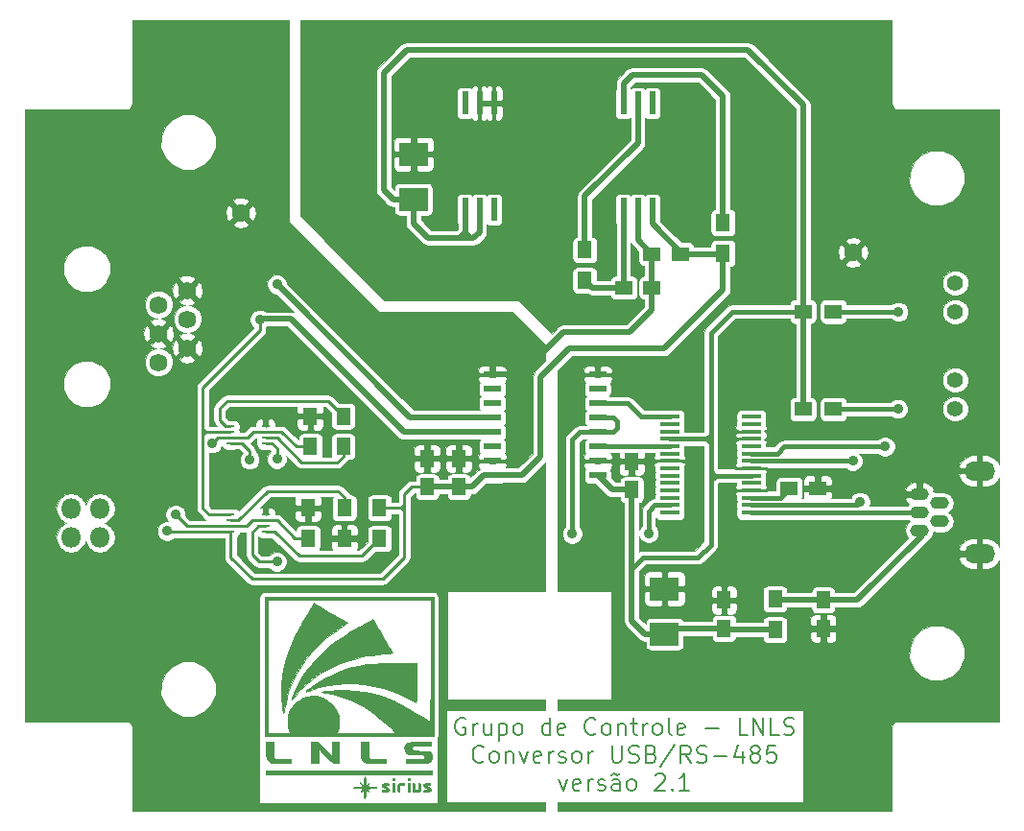
<source format=gbr>
G04 #@! TF.FileFunction,Copper,L1,Top,Signal*
%FSLAX46Y46*%
G04 Gerber Fmt 4.6, Leading zero omitted, Abs format (unit mm)*
G04 Created by KiCad (PCBNEW no-vcs-found-product) date Wed Jun 29 11:52:22 2016*
%MOMM*%
%LPD*%
G01*
G04 APERTURE LIST*
%ADD10C,0.100000*%
%ADD11C,0.200000*%
%ADD12C,0.010000*%
%ADD13R,0.600000X2.000000*%
%ADD14R,1.500000X0.600000*%
%ADD15R,1.750000X0.450000*%
%ADD16R,1.300000X1.500000*%
%ADD17R,1.500000X1.300000*%
%ADD18R,1.500000X1.250000*%
%ADD19R,2.500000X2.000000*%
%ADD20R,1.250000X1.500000*%
%ADD21C,1.590000*%
%ADD22O,2.700000X1.700000*%
%ADD23O,1.650000X1.100000*%
%ADD24C,1.400000*%
%ADD25R,0.750000X0.250000*%
%ADD26O,1.800000X1.800000*%
%ADD27C,1.600000*%
%ADD28C,0.900000*%
%ADD29C,0.500000*%
%ADD30C,0.400000*%
%ADD31C,0.250000*%
%ADD32C,0.050000*%
G04 APERTURE END LIST*
D10*
D11*
X143848571Y-124770000D02*
X143705714Y-124698571D01*
X143491428Y-124698571D01*
X143277142Y-124770000D01*
X143134285Y-124912857D01*
X143062857Y-125055714D01*
X142991428Y-125341428D01*
X142991428Y-125555714D01*
X143062857Y-125841428D01*
X143134285Y-125984285D01*
X143277142Y-126127142D01*
X143491428Y-126198571D01*
X143634285Y-126198571D01*
X143848571Y-126127142D01*
X143919999Y-126055714D01*
X143919999Y-125555714D01*
X143634285Y-125555714D01*
X144562857Y-126198571D02*
X144562857Y-125198571D01*
X144562857Y-125484285D02*
X144634285Y-125341428D01*
X144705714Y-125270000D01*
X144848571Y-125198571D01*
X144991428Y-125198571D01*
X146134285Y-125198571D02*
X146134285Y-126198571D01*
X145491428Y-125198571D02*
X145491428Y-125984285D01*
X145562857Y-126127142D01*
X145705714Y-126198571D01*
X145919999Y-126198571D01*
X146062857Y-126127142D01*
X146134285Y-126055714D01*
X146848571Y-125198571D02*
X146848571Y-126698571D01*
X146848571Y-125270000D02*
X146991428Y-125198571D01*
X147277142Y-125198571D01*
X147419999Y-125270000D01*
X147491428Y-125341428D01*
X147562857Y-125484285D01*
X147562857Y-125912857D01*
X147491428Y-126055714D01*
X147419999Y-126127142D01*
X147277142Y-126198571D01*
X146991428Y-126198571D01*
X146848571Y-126127142D01*
X148419999Y-126198571D02*
X148277142Y-126127142D01*
X148205714Y-126055714D01*
X148134285Y-125912857D01*
X148134285Y-125484285D01*
X148205714Y-125341428D01*
X148277142Y-125270000D01*
X148419999Y-125198571D01*
X148634285Y-125198571D01*
X148777142Y-125270000D01*
X148848571Y-125341428D01*
X148919999Y-125484285D01*
X148919999Y-125912857D01*
X148848571Y-126055714D01*
X148777142Y-126127142D01*
X148634285Y-126198571D01*
X148419999Y-126198571D01*
X151348571Y-126198571D02*
X151348571Y-124698571D01*
X151348571Y-126127142D02*
X151205714Y-126198571D01*
X150919999Y-126198571D01*
X150777142Y-126127142D01*
X150705714Y-126055714D01*
X150634285Y-125912857D01*
X150634285Y-125484285D01*
X150705714Y-125341428D01*
X150777142Y-125270000D01*
X150919999Y-125198571D01*
X151205714Y-125198571D01*
X151348571Y-125270000D01*
X152634285Y-126127142D02*
X152491428Y-126198571D01*
X152205714Y-126198571D01*
X152062857Y-126127142D01*
X151991428Y-125984285D01*
X151991428Y-125412857D01*
X152062857Y-125270000D01*
X152205714Y-125198571D01*
X152491428Y-125198571D01*
X152634285Y-125270000D01*
X152705714Y-125412857D01*
X152705714Y-125555714D01*
X151991428Y-125698571D01*
X155348571Y-126055714D02*
X155277142Y-126127142D01*
X155062857Y-126198571D01*
X154919999Y-126198571D01*
X154705714Y-126127142D01*
X154562857Y-125984285D01*
X154491428Y-125841428D01*
X154419999Y-125555714D01*
X154419999Y-125341428D01*
X154491428Y-125055714D01*
X154562857Y-124912857D01*
X154705714Y-124770000D01*
X154919999Y-124698571D01*
X155062857Y-124698571D01*
X155277142Y-124770000D01*
X155348571Y-124841428D01*
X156205714Y-126198571D02*
X156062857Y-126127142D01*
X155991428Y-126055714D01*
X155919999Y-125912857D01*
X155919999Y-125484285D01*
X155991428Y-125341428D01*
X156062857Y-125270000D01*
X156205714Y-125198571D01*
X156419999Y-125198571D01*
X156562857Y-125270000D01*
X156634285Y-125341428D01*
X156705714Y-125484285D01*
X156705714Y-125912857D01*
X156634285Y-126055714D01*
X156562857Y-126127142D01*
X156419999Y-126198571D01*
X156205714Y-126198571D01*
X157348571Y-125198571D02*
X157348571Y-126198571D01*
X157348571Y-125341428D02*
X157419999Y-125270000D01*
X157562857Y-125198571D01*
X157777142Y-125198571D01*
X157919999Y-125270000D01*
X157991428Y-125412857D01*
X157991428Y-126198571D01*
X158491428Y-125198571D02*
X159062857Y-125198571D01*
X158705714Y-124698571D02*
X158705714Y-125984285D01*
X158777142Y-126127142D01*
X158919999Y-126198571D01*
X159062857Y-126198571D01*
X159562857Y-126198571D02*
X159562857Y-125198571D01*
X159562857Y-125484285D02*
X159634285Y-125341428D01*
X159705714Y-125270000D01*
X159848571Y-125198571D01*
X159991428Y-125198571D01*
X160705714Y-126198571D02*
X160562857Y-126127142D01*
X160491428Y-126055714D01*
X160419999Y-125912857D01*
X160419999Y-125484285D01*
X160491428Y-125341428D01*
X160562857Y-125270000D01*
X160705714Y-125198571D01*
X160919999Y-125198571D01*
X161062857Y-125270000D01*
X161134285Y-125341428D01*
X161205714Y-125484285D01*
X161205714Y-125912857D01*
X161134285Y-126055714D01*
X161062857Y-126127142D01*
X160919999Y-126198571D01*
X160705714Y-126198571D01*
X162062857Y-126198571D02*
X161919999Y-126127142D01*
X161848571Y-125984285D01*
X161848571Y-124698571D01*
X163205714Y-126127142D02*
X163062857Y-126198571D01*
X162777142Y-126198571D01*
X162634285Y-126127142D01*
X162562857Y-125984285D01*
X162562857Y-125412857D01*
X162634285Y-125270000D01*
X162777142Y-125198571D01*
X163062857Y-125198571D01*
X163205714Y-125270000D01*
X163277142Y-125412857D01*
X163277142Y-125555714D01*
X162562857Y-125698571D01*
X165062857Y-125627142D02*
X166205714Y-125627142D01*
X168777142Y-126198571D02*
X168062857Y-126198571D01*
X168062857Y-124698571D01*
X169277142Y-126198571D02*
X169277142Y-124698571D01*
X170134285Y-126198571D01*
X170134285Y-124698571D01*
X171562857Y-126198571D02*
X170848571Y-126198571D01*
X170848571Y-124698571D01*
X171991428Y-126127142D02*
X172205714Y-126198571D01*
X172562857Y-126198571D01*
X172705714Y-126127142D01*
X172777142Y-126055714D01*
X172848571Y-125912857D01*
X172848571Y-125770000D01*
X172777142Y-125627142D01*
X172705714Y-125555714D01*
X172562857Y-125484285D01*
X172277142Y-125412857D01*
X172134285Y-125341428D01*
X172062857Y-125270000D01*
X171991428Y-125127142D01*
X171991428Y-124984285D01*
X172062857Y-124841428D01*
X172134285Y-124770000D01*
X172277142Y-124698571D01*
X172634285Y-124698571D01*
X172848571Y-124770000D01*
X145455714Y-128505714D02*
X145384285Y-128577142D01*
X145170000Y-128648571D01*
X145027142Y-128648571D01*
X144812857Y-128577142D01*
X144670000Y-128434285D01*
X144598571Y-128291428D01*
X144527142Y-128005714D01*
X144527142Y-127791428D01*
X144598571Y-127505714D01*
X144670000Y-127362857D01*
X144812857Y-127220000D01*
X145027142Y-127148571D01*
X145170000Y-127148571D01*
X145384285Y-127220000D01*
X145455714Y-127291428D01*
X146312857Y-128648571D02*
X146170000Y-128577142D01*
X146098571Y-128505714D01*
X146027142Y-128362857D01*
X146027142Y-127934285D01*
X146098571Y-127791428D01*
X146170000Y-127720000D01*
X146312857Y-127648571D01*
X146527142Y-127648571D01*
X146670000Y-127720000D01*
X146741428Y-127791428D01*
X146812857Y-127934285D01*
X146812857Y-128362857D01*
X146741428Y-128505714D01*
X146670000Y-128577142D01*
X146527142Y-128648571D01*
X146312857Y-128648571D01*
X147455714Y-127648571D02*
X147455714Y-128648571D01*
X147455714Y-127791428D02*
X147527142Y-127720000D01*
X147670000Y-127648571D01*
X147884285Y-127648571D01*
X148027142Y-127720000D01*
X148098571Y-127862857D01*
X148098571Y-128648571D01*
X148670000Y-127648571D02*
X149027142Y-128648571D01*
X149384285Y-127648571D01*
X150527142Y-128577142D02*
X150384285Y-128648571D01*
X150098571Y-128648571D01*
X149955714Y-128577142D01*
X149884285Y-128434285D01*
X149884285Y-127862857D01*
X149955714Y-127720000D01*
X150098571Y-127648571D01*
X150384285Y-127648571D01*
X150527142Y-127720000D01*
X150598571Y-127862857D01*
X150598571Y-128005714D01*
X149884285Y-128148571D01*
X151241428Y-128648571D02*
X151241428Y-127648571D01*
X151241428Y-127934285D02*
X151312857Y-127791428D01*
X151384285Y-127720000D01*
X151527142Y-127648571D01*
X151670000Y-127648571D01*
X152098571Y-128577142D02*
X152241428Y-128648571D01*
X152527142Y-128648571D01*
X152670000Y-128577142D01*
X152741428Y-128434285D01*
X152741428Y-128362857D01*
X152670000Y-128220000D01*
X152527142Y-128148571D01*
X152312857Y-128148571D01*
X152170000Y-128077142D01*
X152098571Y-127934285D01*
X152098571Y-127862857D01*
X152170000Y-127720000D01*
X152312857Y-127648571D01*
X152527142Y-127648571D01*
X152670000Y-127720000D01*
X153598571Y-128648571D02*
X153455714Y-128577142D01*
X153384285Y-128505714D01*
X153312857Y-128362857D01*
X153312857Y-127934285D01*
X153384285Y-127791428D01*
X153455714Y-127720000D01*
X153598571Y-127648571D01*
X153812857Y-127648571D01*
X153955714Y-127720000D01*
X154027142Y-127791428D01*
X154098571Y-127934285D01*
X154098571Y-128362857D01*
X154027142Y-128505714D01*
X153955714Y-128577142D01*
X153812857Y-128648571D01*
X153598571Y-128648571D01*
X154741428Y-128648571D02*
X154741428Y-127648571D01*
X154741428Y-127934285D02*
X154812857Y-127791428D01*
X154884285Y-127720000D01*
X155027142Y-127648571D01*
X155170000Y-127648571D01*
X156812857Y-127148571D02*
X156812857Y-128362857D01*
X156884285Y-128505714D01*
X156955714Y-128577142D01*
X157098571Y-128648571D01*
X157384285Y-128648571D01*
X157527142Y-128577142D01*
X157598571Y-128505714D01*
X157670000Y-128362857D01*
X157670000Y-127148571D01*
X158312857Y-128577142D02*
X158527142Y-128648571D01*
X158884285Y-128648571D01*
X159027142Y-128577142D01*
X159098571Y-128505714D01*
X159170000Y-128362857D01*
X159170000Y-128220000D01*
X159098571Y-128077142D01*
X159027142Y-128005714D01*
X158884285Y-127934285D01*
X158598571Y-127862857D01*
X158455714Y-127791428D01*
X158384285Y-127720000D01*
X158312857Y-127577142D01*
X158312857Y-127434285D01*
X158384285Y-127291428D01*
X158455714Y-127220000D01*
X158598571Y-127148571D01*
X158955714Y-127148571D01*
X159170000Y-127220000D01*
X160312857Y-127862857D02*
X160527142Y-127934285D01*
X160598571Y-128005714D01*
X160670000Y-128148571D01*
X160670000Y-128362857D01*
X160598571Y-128505714D01*
X160527142Y-128577142D01*
X160384285Y-128648571D01*
X159812857Y-128648571D01*
X159812857Y-127148571D01*
X160312857Y-127148571D01*
X160455714Y-127220000D01*
X160527142Y-127291428D01*
X160598571Y-127434285D01*
X160598571Y-127577142D01*
X160527142Y-127720000D01*
X160455714Y-127791428D01*
X160312857Y-127862857D01*
X159812857Y-127862857D01*
X162384285Y-127077142D02*
X161098571Y-129005714D01*
X163741428Y-128648571D02*
X163241428Y-127934285D01*
X162884285Y-128648571D02*
X162884285Y-127148571D01*
X163455714Y-127148571D01*
X163598571Y-127220000D01*
X163670000Y-127291428D01*
X163741428Y-127434285D01*
X163741428Y-127648571D01*
X163670000Y-127791428D01*
X163598571Y-127862857D01*
X163455714Y-127934285D01*
X162884285Y-127934285D01*
X164312857Y-128577142D02*
X164527142Y-128648571D01*
X164884285Y-128648571D01*
X165027142Y-128577142D01*
X165098571Y-128505714D01*
X165170000Y-128362857D01*
X165170000Y-128220000D01*
X165098571Y-128077142D01*
X165027142Y-128005714D01*
X164884285Y-127934285D01*
X164598571Y-127862857D01*
X164455714Y-127791428D01*
X164384285Y-127720000D01*
X164312857Y-127577142D01*
X164312857Y-127434285D01*
X164384285Y-127291428D01*
X164455714Y-127220000D01*
X164598571Y-127148571D01*
X164955714Y-127148571D01*
X165170000Y-127220000D01*
X165812857Y-128077142D02*
X166955714Y-128077142D01*
X168312857Y-127648571D02*
X168312857Y-128648571D01*
X167955714Y-127077142D02*
X167598571Y-128148571D01*
X168527142Y-128148571D01*
X169312857Y-127791428D02*
X169170000Y-127720000D01*
X169098571Y-127648571D01*
X169027142Y-127505714D01*
X169027142Y-127434285D01*
X169098571Y-127291428D01*
X169170000Y-127220000D01*
X169312857Y-127148571D01*
X169598571Y-127148571D01*
X169741428Y-127220000D01*
X169812857Y-127291428D01*
X169884285Y-127434285D01*
X169884285Y-127505714D01*
X169812857Y-127648571D01*
X169741428Y-127720000D01*
X169598571Y-127791428D01*
X169312857Y-127791428D01*
X169170000Y-127862857D01*
X169098571Y-127934285D01*
X169027142Y-128077142D01*
X169027142Y-128362857D01*
X169098571Y-128505714D01*
X169170000Y-128577142D01*
X169312857Y-128648571D01*
X169598571Y-128648571D01*
X169741428Y-128577142D01*
X169812857Y-128505714D01*
X169884285Y-128362857D01*
X169884285Y-128077142D01*
X169812857Y-127934285D01*
X169741428Y-127862857D01*
X169598571Y-127791428D01*
X171241428Y-127148571D02*
X170527142Y-127148571D01*
X170455714Y-127862857D01*
X170527142Y-127791428D01*
X170670000Y-127720000D01*
X171027142Y-127720000D01*
X171170000Y-127791428D01*
X171241428Y-127862857D01*
X171312857Y-128005714D01*
X171312857Y-128362857D01*
X171241428Y-128505714D01*
X171170000Y-128577142D01*
X171027142Y-128648571D01*
X170670000Y-128648571D01*
X170527142Y-128577142D01*
X170455714Y-128505714D01*
X152134285Y-130098571D02*
X152491428Y-131098571D01*
X152848571Y-130098571D01*
X153991428Y-131027142D02*
X153848571Y-131098571D01*
X153562857Y-131098571D01*
X153420000Y-131027142D01*
X153348571Y-130884285D01*
X153348571Y-130312857D01*
X153420000Y-130170000D01*
X153562857Y-130098571D01*
X153848571Y-130098571D01*
X153991428Y-130170000D01*
X154062857Y-130312857D01*
X154062857Y-130455714D01*
X153348571Y-130598571D01*
X154705714Y-131098571D02*
X154705714Y-130098571D01*
X154705714Y-130384285D02*
X154777142Y-130241428D01*
X154848571Y-130170000D01*
X154991428Y-130098571D01*
X155134285Y-130098571D01*
X155562857Y-131027142D02*
X155705714Y-131098571D01*
X155991428Y-131098571D01*
X156134285Y-131027142D01*
X156205714Y-130884285D01*
X156205714Y-130812857D01*
X156134285Y-130670000D01*
X155991428Y-130598571D01*
X155777142Y-130598571D01*
X155634285Y-130527142D01*
X155562857Y-130384285D01*
X155562857Y-130312857D01*
X155634285Y-130170000D01*
X155777142Y-130098571D01*
X155991428Y-130098571D01*
X156134285Y-130170000D01*
X157491428Y-131098571D02*
X157491428Y-130312857D01*
X157420000Y-130170000D01*
X157277142Y-130098571D01*
X156991428Y-130098571D01*
X156848571Y-130170000D01*
X157491428Y-131027142D02*
X157348571Y-131098571D01*
X156991428Y-131098571D01*
X156848571Y-131027142D01*
X156777142Y-130884285D01*
X156777142Y-130741428D01*
X156848571Y-130598571D01*
X156991428Y-130527142D01*
X157348571Y-130527142D01*
X157491428Y-130455714D01*
X156777142Y-129741428D02*
X156848571Y-129670000D01*
X156991428Y-129598571D01*
X157277142Y-129741428D01*
X157420000Y-129670000D01*
X157491428Y-129598571D01*
X158420000Y-131098571D02*
X158277142Y-131027142D01*
X158205714Y-130955714D01*
X158134285Y-130812857D01*
X158134285Y-130384285D01*
X158205714Y-130241428D01*
X158277142Y-130170000D01*
X158420000Y-130098571D01*
X158634285Y-130098571D01*
X158777142Y-130170000D01*
X158848571Y-130241428D01*
X158920000Y-130384285D01*
X158920000Y-130812857D01*
X158848571Y-130955714D01*
X158777142Y-131027142D01*
X158634285Y-131098571D01*
X158420000Y-131098571D01*
X160634285Y-129741428D02*
X160705714Y-129670000D01*
X160848571Y-129598571D01*
X161205714Y-129598571D01*
X161348571Y-129670000D01*
X161420000Y-129741428D01*
X161491428Y-129884285D01*
X161491428Y-130027142D01*
X161420000Y-130241428D01*
X160562857Y-131098571D01*
X161491428Y-131098571D01*
X162134285Y-130955714D02*
X162205714Y-131027142D01*
X162134285Y-131098571D01*
X162062857Y-131027142D01*
X162134285Y-130955714D01*
X162134285Y-131098571D01*
X163634285Y-131098571D02*
X162777142Y-131098571D01*
X163205714Y-131098571D02*
X163205714Y-129598571D01*
X163062857Y-129812857D01*
X162920000Y-129955714D01*
X162777142Y-130027142D01*
D12*
G36*
X135014287Y-129854795D02*
X135019937Y-129875488D01*
X135037860Y-129966207D01*
X135057997Y-130105123D01*
X135076056Y-130262552D01*
X135076423Y-130266257D01*
X135092664Y-130410152D01*
X135109204Y-130523088D01*
X135122737Y-130582875D01*
X135123941Y-130585323D01*
X135161517Y-130583959D01*
X135227803Y-130537841D01*
X135236584Y-130529810D01*
X135317171Y-130471416D01*
X135356132Y-130473280D01*
X135343749Y-130524314D01*
X135291231Y-130592153D01*
X135236563Y-130663599D01*
X135222479Y-130711078D01*
X135224706Y-130714501D01*
X135272047Y-130728456D01*
X135379177Y-130745752D01*
X135527961Y-130763742D01*
X135631912Y-130773968D01*
X135839872Y-130793713D01*
X135973016Y-130809446D01*
X136034486Y-130822652D01*
X136027427Y-130834810D01*
X135954981Y-130847405D01*
X135820292Y-130861917D01*
X135818769Y-130862065D01*
X135645103Y-130879439D01*
X135471010Y-130897764D01*
X135356260Y-130910549D01*
X135167289Y-130932564D01*
X135275257Y-131045259D01*
X135342237Y-131131092D01*
X135355054Y-131180823D01*
X135319727Y-131183612D01*
X135242272Y-131128621D01*
X135233481Y-131120505D01*
X135180580Y-131074908D01*
X135144411Y-131062849D01*
X135120076Y-131094153D01*
X135102677Y-131178645D01*
X135087317Y-131326149D01*
X135078473Y-131431455D01*
X135056980Y-131616987D01*
X135029105Y-131732732D01*
X134995891Y-131775825D01*
X134962419Y-131750330D01*
X134947841Y-131694402D01*
X134931498Y-131582141D01*
X134916397Y-131435222D01*
X134913139Y-131395232D01*
X134897231Y-131226215D01*
X134878552Y-131126962D01*
X134852852Y-131089098D01*
X134815880Y-131104248D01*
X134783231Y-131139230D01*
X134726821Y-131188354D01*
X134700292Y-131197846D01*
X134666907Y-131172223D01*
X134678649Y-131110816D01*
X134729358Y-131036812D01*
X134747885Y-131018623D01*
X134829769Y-130944518D01*
X134738115Y-130918769D01*
X134644294Y-130902147D01*
X134512862Y-130889841D01*
X134451077Y-130886873D01*
X134296188Y-130876525D01*
X134142865Y-130857983D01*
X134099385Y-130850515D01*
X134022355Y-130834468D01*
X133998454Y-130823148D01*
X134034742Y-130813081D01*
X134138276Y-130800792D01*
X134216615Y-130792815D01*
X134385889Y-130775185D01*
X134551507Y-130756932D01*
X134660617Y-130744072D01*
X134831081Y-130722818D01*
X134722082Y-130609047D01*
X134655384Y-130523719D01*
X134641127Y-130472892D01*
X134673981Y-130467783D01*
X134748616Y-130519611D01*
X134759724Y-130529810D01*
X134827596Y-130580502D01*
X134869525Y-130587960D01*
X134871672Y-130585323D01*
X134884984Y-130532217D01*
X134901520Y-130425265D01*
X134916441Y-130299076D01*
X134934416Y-130140964D01*
X134953964Y-129992871D01*
X134967210Y-129908307D01*
X134984407Y-129820892D01*
X134997121Y-129804909D01*
X135014287Y-129854795D01*
X135014287Y-129854795D01*
G37*
X135014287Y-129854795D02*
X135019937Y-129875488D01*
X135037860Y-129966207D01*
X135057997Y-130105123D01*
X135076056Y-130262552D01*
X135076423Y-130266257D01*
X135092664Y-130410152D01*
X135109204Y-130523088D01*
X135122737Y-130582875D01*
X135123941Y-130585323D01*
X135161517Y-130583959D01*
X135227803Y-130537841D01*
X135236584Y-130529810D01*
X135317171Y-130471416D01*
X135356132Y-130473280D01*
X135343749Y-130524314D01*
X135291231Y-130592153D01*
X135236563Y-130663599D01*
X135222479Y-130711078D01*
X135224706Y-130714501D01*
X135272047Y-130728456D01*
X135379177Y-130745752D01*
X135527961Y-130763742D01*
X135631912Y-130773968D01*
X135839872Y-130793713D01*
X135973016Y-130809446D01*
X136034486Y-130822652D01*
X136027427Y-130834810D01*
X135954981Y-130847405D01*
X135820292Y-130861917D01*
X135818769Y-130862065D01*
X135645103Y-130879439D01*
X135471010Y-130897764D01*
X135356260Y-130910549D01*
X135167289Y-130932564D01*
X135275257Y-131045259D01*
X135342237Y-131131092D01*
X135355054Y-131180823D01*
X135319727Y-131183612D01*
X135242272Y-131128621D01*
X135233481Y-131120505D01*
X135180580Y-131074908D01*
X135144411Y-131062849D01*
X135120076Y-131094153D01*
X135102677Y-131178645D01*
X135087317Y-131326149D01*
X135078473Y-131431455D01*
X135056980Y-131616987D01*
X135029105Y-131732732D01*
X134995891Y-131775825D01*
X134962419Y-131750330D01*
X134947841Y-131694402D01*
X134931498Y-131582141D01*
X134916397Y-131435222D01*
X134913139Y-131395232D01*
X134897231Y-131226215D01*
X134878552Y-131126962D01*
X134852852Y-131089098D01*
X134815880Y-131104248D01*
X134783231Y-131139230D01*
X134726821Y-131188354D01*
X134700292Y-131197846D01*
X134666907Y-131172223D01*
X134678649Y-131110816D01*
X134729358Y-131036812D01*
X134747885Y-131018623D01*
X134829769Y-130944518D01*
X134738115Y-130918769D01*
X134644294Y-130902147D01*
X134512862Y-130889841D01*
X134451077Y-130886873D01*
X134296188Y-130876525D01*
X134142865Y-130857983D01*
X134099385Y-130850515D01*
X134022355Y-130834468D01*
X133998454Y-130823148D01*
X134034742Y-130813081D01*
X134138276Y-130800792D01*
X134216615Y-130792815D01*
X134385889Y-130775185D01*
X134551507Y-130756932D01*
X134660617Y-130744072D01*
X134831081Y-130722818D01*
X134722082Y-130609047D01*
X134655384Y-130523719D01*
X134641127Y-130472892D01*
X134673981Y-130467783D01*
X134748616Y-130519611D01*
X134759724Y-130529810D01*
X134827596Y-130580502D01*
X134869525Y-130587960D01*
X134871672Y-130585323D01*
X134884984Y-130532217D01*
X134901520Y-130425265D01*
X134916441Y-130299076D01*
X134934416Y-130140964D01*
X134953964Y-129992871D01*
X134967210Y-129908307D01*
X134984407Y-129820892D01*
X134997121Y-129804909D01*
X135014287Y-129854795D01*
G36*
X136977469Y-130457974D02*
X137051775Y-130469448D01*
X137083010Y-130495364D01*
X137088769Y-130533538D01*
X137079826Y-130577936D01*
X137040871Y-130601541D01*
X136953714Y-130610698D01*
X136864077Y-130611905D01*
X136639385Y-130612119D01*
X136903154Y-130770378D01*
X137046533Y-130862537D01*
X137129813Y-130933401D01*
X137164277Y-130993493D01*
X137166923Y-131016349D01*
X137152315Y-131102341D01*
X137100265Y-131157264D01*
X136998436Y-131187025D01*
X136834491Y-131197531D01*
X136787877Y-131197846D01*
X136640445Y-131195901D01*
X136554734Y-131187073D01*
X136514346Y-131166869D01*
X136502884Y-131130797D01*
X136502615Y-131119692D01*
X136510882Y-131076712D01*
X136547387Y-131053039D01*
X136629692Y-131043016D01*
X136746846Y-131041007D01*
X136991077Y-131040477D01*
X136746846Y-130895715D01*
X136614678Y-130812151D01*
X136539366Y-130748032D01*
X136507084Y-130689452D01*
X136502615Y-130650060D01*
X136518143Y-130553587D01*
X136573111Y-130493788D01*
X136680101Y-130463460D01*
X136842585Y-130455384D01*
X136977469Y-130457974D01*
X136977469Y-130457974D01*
G37*
X136977469Y-130457974D02*
X137051775Y-130469448D01*
X137083010Y-130495364D01*
X137088769Y-130533538D01*
X137079826Y-130577936D01*
X137040871Y-130601541D01*
X136953714Y-130610698D01*
X136864077Y-130611905D01*
X136639385Y-130612119D01*
X136903154Y-130770378D01*
X137046533Y-130862537D01*
X137129813Y-130933401D01*
X137164277Y-130993493D01*
X137166923Y-131016349D01*
X137152315Y-131102341D01*
X137100265Y-131157264D01*
X136998436Y-131187025D01*
X136834491Y-131197531D01*
X136787877Y-131197846D01*
X136640445Y-131195901D01*
X136554734Y-131187073D01*
X136514346Y-131166869D01*
X136502884Y-131130797D01*
X136502615Y-131119692D01*
X136510882Y-131076712D01*
X136547387Y-131053039D01*
X136629692Y-131043016D01*
X136746846Y-131041007D01*
X136991077Y-131040477D01*
X136746846Y-130895715D01*
X136614678Y-130812151D01*
X136539366Y-130748032D01*
X136507084Y-130689452D01*
X136502615Y-130650060D01*
X136518143Y-130553587D01*
X136573111Y-130493788D01*
X136680101Y-130463460D01*
X136842585Y-130455384D01*
X136977469Y-130457974D01*
G36*
X137583411Y-130457962D02*
X137611954Y-130475455D01*
X137627635Y-130522504D01*
X137634307Y-130613746D01*
X137635821Y-130763821D01*
X137635846Y-130826615D01*
X137635168Y-130998593D01*
X137630564Y-131107056D01*
X137618183Y-131166644D01*
X137594172Y-131191996D01*
X137554678Y-131197752D01*
X137538154Y-131197846D01*
X137492896Y-131195268D01*
X137464353Y-131177774D01*
X137448672Y-131130726D01*
X137442001Y-131039484D01*
X137440486Y-130889409D01*
X137440461Y-130826615D01*
X137441140Y-130654637D01*
X137445743Y-130546174D01*
X137458124Y-130486586D01*
X137482136Y-130461233D01*
X137521629Y-130455478D01*
X137538154Y-130455384D01*
X137583411Y-130457962D01*
X137583411Y-130457962D01*
G37*
X137583411Y-130457962D02*
X137611954Y-130475455D01*
X137627635Y-130522504D01*
X137634307Y-130613746D01*
X137635821Y-130763821D01*
X137635846Y-130826615D01*
X137635168Y-130998593D01*
X137630564Y-131107056D01*
X137618183Y-131166644D01*
X137594172Y-131191996D01*
X137554678Y-131197752D01*
X137538154Y-131197846D01*
X137492896Y-131195268D01*
X137464353Y-131177774D01*
X137448672Y-131130726D01*
X137442001Y-131039484D01*
X137440486Y-130889409D01*
X137440461Y-130826615D01*
X137441140Y-130654637D01*
X137445743Y-130546174D01*
X137458124Y-130486586D01*
X137482136Y-130461233D01*
X137521629Y-130455478D01*
X137538154Y-130455384D01*
X137583411Y-130457962D01*
G36*
X138384238Y-130457974D02*
X138458545Y-130469448D01*
X138489779Y-130495364D01*
X138495538Y-130533538D01*
X138486210Y-130578703D01*
X138445876Y-130602231D01*
X138356016Y-130610858D01*
X138280615Y-130611692D01*
X138065692Y-130611692D01*
X138065692Y-130904769D01*
X138063846Y-131054615D01*
X138055429Y-131142536D01*
X138036122Y-131184728D01*
X138001607Y-131197386D01*
X137987538Y-131197846D01*
X137949171Y-131191532D01*
X137925907Y-131162288D01*
X137914023Y-131094660D01*
X137909796Y-130973196D01*
X137909385Y-130873507D01*
X137915283Y-130692362D01*
X137931900Y-130563926D01*
X137956277Y-130502276D01*
X138019803Y-130476708D01*
X138136700Y-130459891D01*
X138249354Y-130455384D01*
X138384238Y-130457974D01*
X138384238Y-130457974D01*
G37*
X138384238Y-130457974D02*
X138458545Y-130469448D01*
X138489779Y-130495364D01*
X138495538Y-130533538D01*
X138486210Y-130578703D01*
X138445876Y-130602231D01*
X138356016Y-130610858D01*
X138280615Y-130611692D01*
X138065692Y-130611692D01*
X138065692Y-130904769D01*
X138063846Y-131054615D01*
X138055429Y-131142536D01*
X138036122Y-131184728D01*
X138001607Y-131197386D01*
X137987538Y-131197846D01*
X137949171Y-131191532D01*
X137925907Y-131162288D01*
X137914023Y-131094660D01*
X137909796Y-130973196D01*
X137909385Y-130873507D01*
X137915283Y-130692362D01*
X137931900Y-130563926D01*
X137956277Y-130502276D01*
X138019803Y-130476708D01*
X138136700Y-130459891D01*
X138249354Y-130455384D01*
X138384238Y-130457974D01*
G36*
X138912026Y-130457962D02*
X138940569Y-130475455D01*
X138956251Y-130522504D01*
X138962922Y-130613746D01*
X138964437Y-130763821D01*
X138964461Y-130826615D01*
X138963783Y-130998593D01*
X138959179Y-131107056D01*
X138946798Y-131166644D01*
X138922787Y-131191996D01*
X138883294Y-131197752D01*
X138866769Y-131197846D01*
X138821512Y-131195268D01*
X138792969Y-131177774D01*
X138777288Y-131130726D01*
X138770616Y-131039484D01*
X138769102Y-130889409D01*
X138769077Y-130826615D01*
X138769755Y-130654637D01*
X138774359Y-130546174D01*
X138786740Y-130486586D01*
X138810751Y-130461233D01*
X138850244Y-130455478D01*
X138866769Y-130455384D01*
X138912026Y-130457962D01*
X138912026Y-130457962D01*
G37*
X138912026Y-130457962D02*
X138940569Y-130475455D01*
X138956251Y-130522504D01*
X138962922Y-130613746D01*
X138964437Y-130763821D01*
X138964461Y-130826615D01*
X138963783Y-130998593D01*
X138959179Y-131107056D01*
X138946798Y-131166644D01*
X138922787Y-131191996D01*
X138883294Y-131197752D01*
X138866769Y-131197846D01*
X138821512Y-131195268D01*
X138792969Y-131177774D01*
X138777288Y-131130726D01*
X138770616Y-131039484D01*
X138769102Y-130889409D01*
X138769077Y-130826615D01*
X138769755Y-130654637D01*
X138774359Y-130546174D01*
X138786740Y-130486586D01*
X138810751Y-130461233D01*
X138850244Y-130455478D01*
X138866769Y-130455384D01*
X138912026Y-130457962D01*
G36*
X139862521Y-130461698D02*
X139885785Y-130490942D01*
X139897669Y-130558570D01*
X139901896Y-130680033D01*
X139902308Y-130779723D01*
X139896409Y-130960868D01*
X139879792Y-131089304D01*
X139855415Y-131150953D01*
X139796323Y-131173101D01*
X139686520Y-131188859D01*
X139552108Y-131197308D01*
X139419189Y-131197526D01*
X139313863Y-131188596D01*
X139264051Y-131171794D01*
X139252392Y-131123406D01*
X139243429Y-131016289D01*
X139238523Y-130869856D01*
X139238000Y-130800564D01*
X139239352Y-130635317D01*
X139245676Y-130533202D01*
X139260367Y-130479211D01*
X139286824Y-130458336D01*
X139316154Y-130455384D01*
X139356113Y-130462306D01*
X139379558Y-130493870D01*
X139390810Y-130566271D01*
X139394185Y-130695705D01*
X139394308Y-130748461D01*
X139394308Y-131041538D01*
X139746000Y-131041538D01*
X139746000Y-130748461D01*
X139747846Y-130598614D01*
X139756263Y-130510693D01*
X139775570Y-130468502D01*
X139810086Y-130455844D01*
X139824154Y-130455384D01*
X139862521Y-130461698D01*
X139862521Y-130461698D01*
G37*
X139862521Y-130461698D02*
X139885785Y-130490942D01*
X139897669Y-130558570D01*
X139901896Y-130680033D01*
X139902308Y-130779723D01*
X139896409Y-130960868D01*
X139879792Y-131089304D01*
X139855415Y-131150953D01*
X139796323Y-131173101D01*
X139686520Y-131188859D01*
X139552108Y-131197308D01*
X139419189Y-131197526D01*
X139313863Y-131188596D01*
X139264051Y-131171794D01*
X139252392Y-131123406D01*
X139243429Y-131016289D01*
X139238523Y-130869856D01*
X139238000Y-130800564D01*
X139239352Y-130635317D01*
X139245676Y-130533202D01*
X139260367Y-130479211D01*
X139286824Y-130458336D01*
X139316154Y-130455384D01*
X139356113Y-130462306D01*
X139379558Y-130493870D01*
X139390810Y-130566271D01*
X139394185Y-130695705D01*
X139394308Y-130748461D01*
X139394308Y-131041538D01*
X139746000Y-131041538D01*
X139746000Y-130748461D01*
X139747846Y-130598614D01*
X139756263Y-130510693D01*
X139775570Y-130468502D01*
X139810086Y-130455844D01*
X139824154Y-130455384D01*
X139862521Y-130461698D01*
G36*
X140650700Y-130457974D02*
X140725006Y-130469448D01*
X140756240Y-130495364D01*
X140762000Y-130533538D01*
X140753057Y-130577936D01*
X140714102Y-130601541D01*
X140626945Y-130610698D01*
X140537308Y-130611905D01*
X140312615Y-130612119D01*
X140576385Y-130770378D01*
X140719764Y-130862537D01*
X140803044Y-130933401D01*
X140837508Y-130993493D01*
X140840154Y-131016349D01*
X140825545Y-131102341D01*
X140773495Y-131157264D01*
X140671667Y-131187025D01*
X140507722Y-131197531D01*
X140461108Y-131197846D01*
X140313676Y-131195901D01*
X140227964Y-131187073D01*
X140187576Y-131166869D01*
X140176115Y-131130797D01*
X140175846Y-131119692D01*
X140184112Y-131076712D01*
X140220618Y-131053039D01*
X140302923Y-131043016D01*
X140420077Y-131041007D01*
X140664308Y-131040477D01*
X140420077Y-130895715D01*
X140287909Y-130812151D01*
X140212597Y-130748032D01*
X140180315Y-130689452D01*
X140175846Y-130650060D01*
X140191373Y-130553587D01*
X140246342Y-130493788D01*
X140353332Y-130463460D01*
X140515815Y-130455384D01*
X140650700Y-130457974D01*
X140650700Y-130457974D01*
G37*
X140650700Y-130457974D02*
X140725006Y-130469448D01*
X140756240Y-130495364D01*
X140762000Y-130533538D01*
X140753057Y-130577936D01*
X140714102Y-130601541D01*
X140626945Y-130610698D01*
X140537308Y-130611905D01*
X140312615Y-130612119D01*
X140576385Y-130770378D01*
X140719764Y-130862537D01*
X140803044Y-130933401D01*
X140837508Y-130993493D01*
X140840154Y-131016349D01*
X140825545Y-131102341D01*
X140773495Y-131157264D01*
X140671667Y-131187025D01*
X140507722Y-131197531D01*
X140461108Y-131197846D01*
X140313676Y-131195901D01*
X140227964Y-131187073D01*
X140187576Y-131166869D01*
X140176115Y-131130797D01*
X140175846Y-131119692D01*
X140184112Y-131076712D01*
X140220618Y-131053039D01*
X140302923Y-131043016D01*
X140420077Y-131041007D01*
X140664308Y-131040477D01*
X140420077Y-130895715D01*
X140287909Y-130812151D01*
X140212597Y-130748032D01*
X140180315Y-130689452D01*
X140175846Y-130650060D01*
X140191373Y-130553587D01*
X140246342Y-130493788D01*
X140353332Y-130463460D01*
X140515815Y-130455384D01*
X140650700Y-130457974D01*
G36*
X134626923Y-130396769D02*
X134607385Y-130416307D01*
X134587846Y-130396769D01*
X134607385Y-130377230D01*
X134626923Y-130396769D01*
X134626923Y-130396769D01*
G37*
X134626923Y-130396769D02*
X134607385Y-130416307D01*
X134587846Y-130396769D01*
X134607385Y-130377230D01*
X134626923Y-130396769D01*
G36*
X137614760Y-130043855D02*
X137635846Y-130103692D01*
X137612950Y-130164977D01*
X137538154Y-130181846D01*
X137461547Y-130163529D01*
X137440461Y-130103692D01*
X137463358Y-130042406D01*
X137538154Y-130025538D01*
X137614760Y-130043855D01*
X137614760Y-130043855D01*
G37*
X137614760Y-130043855D02*
X137635846Y-130103692D01*
X137612950Y-130164977D01*
X137538154Y-130181846D01*
X137461547Y-130163529D01*
X137440461Y-130103692D01*
X137463358Y-130042406D01*
X137538154Y-130025538D01*
X137614760Y-130043855D01*
G36*
X138943376Y-130043855D02*
X138964461Y-130103692D01*
X138941565Y-130164977D01*
X138866769Y-130181846D01*
X138790162Y-130163529D01*
X138769077Y-130103692D01*
X138791973Y-130042406D01*
X138866769Y-130025538D01*
X138943376Y-130043855D01*
X138943376Y-130043855D01*
G37*
X138943376Y-130043855D02*
X138964461Y-130103692D01*
X138941565Y-130164977D01*
X138866769Y-130181846D01*
X138790162Y-130163529D01*
X138769077Y-130103692D01*
X138791973Y-130042406D01*
X138866769Y-130025538D01*
X138943376Y-130043855D01*
G36*
X140957385Y-129634769D02*
X126303538Y-129634769D01*
X126303538Y-129322153D01*
X140957385Y-129322153D01*
X140957385Y-129634769D01*
X140957385Y-129634769D01*
G37*
X140957385Y-129634769D02*
X126303538Y-129634769D01*
X126303538Y-129322153D01*
X140957385Y-129322153D01*
X140957385Y-129634769D01*
G36*
X126967846Y-127487314D02*
X126967575Y-127767233D01*
X126973148Y-127978666D01*
X126994144Y-128131193D01*
X127040142Y-128234394D01*
X127120723Y-128297848D01*
X127245465Y-128331135D01*
X127423948Y-128343833D01*
X127665752Y-128345523D01*
X127825762Y-128345230D01*
X128491846Y-128345230D01*
X128491846Y-128696923D01*
X127659972Y-128696923D01*
X127382105Y-128696482D01*
X127170390Y-128694461D01*
X127012830Y-128689811D01*
X126897424Y-128681483D01*
X126812174Y-128668430D01*
X126745081Y-128649602D01*
X126684145Y-128623952D01*
X126653741Y-128609000D01*
X126504519Y-128507041D01*
X126400068Y-128363370D01*
X126391461Y-128346720D01*
X126359227Y-128277245D01*
X126335966Y-128207052D01*
X126320230Y-128122154D01*
X126310574Y-128008570D01*
X126305551Y-127852315D01*
X126303715Y-127639405D01*
X126303538Y-127496796D01*
X126303538Y-126821230D01*
X126967846Y-126821230D01*
X126967846Y-127487314D01*
X126967846Y-127487314D01*
G37*
X126967846Y-127487314D02*
X126967575Y-127767233D01*
X126973148Y-127978666D01*
X126994144Y-128131193D01*
X127040142Y-128234394D01*
X127120723Y-128297848D01*
X127245465Y-128331135D01*
X127423948Y-128343833D01*
X127665752Y-128345523D01*
X127825762Y-128345230D01*
X128491846Y-128345230D01*
X128491846Y-128696923D01*
X127659972Y-128696923D01*
X127382105Y-128696482D01*
X127170390Y-128694461D01*
X127012830Y-128689811D01*
X126897424Y-128681483D01*
X126812174Y-128668430D01*
X126745081Y-128649602D01*
X126684145Y-128623952D01*
X126653741Y-128609000D01*
X126504519Y-128507041D01*
X126400068Y-128363370D01*
X126391461Y-128346720D01*
X126359227Y-128277245D01*
X126335966Y-128207052D01*
X126320230Y-128122154D01*
X126310574Y-128008570D01*
X126305551Y-127852315D01*
X126303715Y-127639405D01*
X126303538Y-127496796D01*
X126303538Y-126821230D01*
X126967846Y-126821230D01*
X126967846Y-127487314D01*
G36*
X132751231Y-128696923D02*
X132185478Y-128696923D01*
X131550047Y-128062367D01*
X130914615Y-127427811D01*
X130914615Y-128696923D01*
X130289385Y-128696923D01*
X130289385Y-126821230D01*
X130553154Y-126822116D01*
X130816923Y-126823003D01*
X132086923Y-128039827D01*
X132086923Y-126821230D01*
X132751231Y-126821230D01*
X132751231Y-128696923D01*
X132751231Y-128696923D01*
G37*
X132751231Y-128696923D02*
X132185478Y-128696923D01*
X131550047Y-128062367D01*
X130914615Y-127427811D01*
X130914615Y-128696923D01*
X130289385Y-128696923D01*
X130289385Y-126821230D01*
X130553154Y-126822116D01*
X130816923Y-126823003D01*
X132086923Y-128039827D01*
X132086923Y-126821230D01*
X132751231Y-126821230D01*
X132751231Y-128696923D01*
G36*
X135330308Y-127487314D02*
X135330667Y-127730149D01*
X135332798Y-127907373D01*
X135338279Y-128031531D01*
X135348689Y-128115167D01*
X135365607Y-128170823D01*
X135390612Y-128211044D01*
X135425284Y-128248374D01*
X135426224Y-128249314D01*
X135463636Y-128284231D01*
X135503646Y-128309444D01*
X135558798Y-128326534D01*
X135641635Y-128337078D01*
X135764702Y-128342656D01*
X135940541Y-128344847D01*
X136181696Y-128345230D01*
X136854308Y-128345230D01*
X136854308Y-128696923D01*
X136022434Y-128696923D01*
X135744566Y-128696482D01*
X135532852Y-128694461D01*
X135375291Y-128689811D01*
X135259886Y-128681483D01*
X135174636Y-128668430D01*
X135107542Y-128649602D01*
X135046607Y-128623952D01*
X135016203Y-128609000D01*
X134866981Y-128507041D01*
X134762529Y-128363370D01*
X134753923Y-128346720D01*
X134721689Y-128277245D01*
X134698427Y-128207052D01*
X134682692Y-128122154D01*
X134673036Y-128008570D01*
X134668013Y-127852315D01*
X134666176Y-127639405D01*
X134666000Y-127496796D01*
X134666000Y-126821230D01*
X135330308Y-126821230D01*
X135330308Y-127487314D01*
X135330308Y-127487314D01*
G37*
X135330308Y-127487314D02*
X135330667Y-127730149D01*
X135332798Y-127907373D01*
X135338279Y-128031531D01*
X135348689Y-128115167D01*
X135365607Y-128170823D01*
X135390612Y-128211044D01*
X135425284Y-128248374D01*
X135426224Y-128249314D01*
X135463636Y-128284231D01*
X135503646Y-128309444D01*
X135558798Y-128326534D01*
X135641635Y-128337078D01*
X135764702Y-128342656D01*
X135940541Y-128344847D01*
X136181696Y-128345230D01*
X136854308Y-128345230D01*
X136854308Y-128696923D01*
X136022434Y-128696923D01*
X135744566Y-128696482D01*
X135532852Y-128694461D01*
X135375291Y-128689811D01*
X135259886Y-128681483D01*
X135174636Y-128668430D01*
X135107542Y-128649602D01*
X135046607Y-128623952D01*
X135016203Y-128609000D01*
X134866981Y-128507041D01*
X134762529Y-128363370D01*
X134753923Y-128346720D01*
X134721689Y-128277245D01*
X134698427Y-128207052D01*
X134682692Y-128122154D01*
X134673036Y-128008570D01*
X134668013Y-127852315D01*
X134666176Y-127639405D01*
X134666000Y-127496796D01*
X134666000Y-126821230D01*
X135330308Y-126821230D01*
X135330308Y-127487314D01*
G36*
X140801077Y-127172923D02*
X139239802Y-127172923D01*
X139177508Y-127267994D01*
X139142442Y-127379362D01*
X139179325Y-127480732D01*
X139282087Y-127557541D01*
X139301535Y-127565562D01*
X139374185Y-127578672D01*
X139508443Y-127589778D01*
X139687770Y-127597986D01*
X139895629Y-127602403D01*
X139992775Y-127602915D01*
X140226338Y-127604018D01*
X140396130Y-127608241D01*
X140516517Y-127617154D01*
X140601864Y-127632329D01*
X140666540Y-127655335D01*
X140715505Y-127681924D01*
X140847880Y-127805042D01*
X140928549Y-127968998D01*
X140953122Y-128152428D01*
X140917208Y-128333967D01*
X140868682Y-128427375D01*
X140811585Y-128506431D01*
X140751662Y-128568354D01*
X140678969Y-128615224D01*
X140583561Y-128649121D01*
X140455493Y-128672122D01*
X140284823Y-128686309D01*
X140061604Y-128693760D01*
X139775893Y-128696555D01*
X139579923Y-128696862D01*
X138651846Y-128696923D01*
X138651846Y-128345230D01*
X139407790Y-128345230D01*
X139671521Y-128344621D01*
X139868186Y-128342150D01*
X140008866Y-128336852D01*
X140104643Y-128327762D01*
X140166599Y-128313915D01*
X140205816Y-128294347D01*
X140228405Y-128273769D01*
X140286508Y-128163833D01*
X140274101Y-128054954D01*
X140206228Y-127976215D01*
X140156730Y-127952108D01*
X140080062Y-127935015D01*
X139964211Y-127923901D01*
X139797161Y-127917728D01*
X139566899Y-127915462D01*
X139500903Y-127915384D01*
X139229027Y-127912982D01*
X139023023Y-127903620D01*
X138870699Y-127884069D01*
X138759862Y-127851097D01*
X138678318Y-127801473D01*
X138613876Y-127731966D01*
X138572110Y-127669256D01*
X138510707Y-127504272D01*
X138499104Y-127315259D01*
X138537466Y-127136776D01*
X138569225Y-127072103D01*
X138618871Y-126999156D01*
X138674941Y-126941815D01*
X138746981Y-126898221D01*
X138844540Y-126866518D01*
X138977166Y-126844850D01*
X139154406Y-126831360D01*
X139385808Y-126824192D01*
X139680921Y-126821488D01*
X139859367Y-126821230D01*
X140801077Y-126821230D01*
X140801077Y-127172923D01*
X140801077Y-127172923D01*
G37*
X140801077Y-127172923D02*
X139239802Y-127172923D01*
X139177508Y-127267994D01*
X139142442Y-127379362D01*
X139179325Y-127480732D01*
X139282087Y-127557541D01*
X139301535Y-127565562D01*
X139374185Y-127578672D01*
X139508443Y-127589778D01*
X139687770Y-127597986D01*
X139895629Y-127602403D01*
X139992775Y-127602915D01*
X140226338Y-127604018D01*
X140396130Y-127608241D01*
X140516517Y-127617154D01*
X140601864Y-127632329D01*
X140666540Y-127655335D01*
X140715505Y-127681924D01*
X140847880Y-127805042D01*
X140928549Y-127968998D01*
X140953122Y-128152428D01*
X140917208Y-128333967D01*
X140868682Y-128427375D01*
X140811585Y-128506431D01*
X140751662Y-128568354D01*
X140678969Y-128615224D01*
X140583561Y-128649121D01*
X140455493Y-128672122D01*
X140284823Y-128686309D01*
X140061604Y-128693760D01*
X139775893Y-128696555D01*
X139579923Y-128696862D01*
X138651846Y-128696923D01*
X138651846Y-128345230D01*
X139407790Y-128345230D01*
X139671521Y-128344621D01*
X139868186Y-128342150D01*
X140008866Y-128336852D01*
X140104643Y-128327762D01*
X140166599Y-128313915D01*
X140205816Y-128294347D01*
X140228405Y-128273769D01*
X140286508Y-128163833D01*
X140274101Y-128054954D01*
X140206228Y-127976215D01*
X140156730Y-127952108D01*
X140080062Y-127935015D01*
X139964211Y-127923901D01*
X139797161Y-127917728D01*
X139566899Y-127915462D01*
X139500903Y-127915384D01*
X139229027Y-127912982D01*
X139023023Y-127903620D01*
X138870699Y-127884069D01*
X138759862Y-127851097D01*
X138678318Y-127801473D01*
X138613876Y-127731966D01*
X138572110Y-127669256D01*
X138510707Y-127504272D01*
X138499104Y-127315259D01*
X138537466Y-127136776D01*
X138569225Y-127072103D01*
X138618871Y-126999156D01*
X138674941Y-126941815D01*
X138746981Y-126898221D01*
X138844540Y-126866518D01*
X138977166Y-126844850D01*
X139154406Y-126831360D01*
X139385808Y-126824192D01*
X139680921Y-126821488D01*
X139859367Y-126821230D01*
X140801077Y-126821230D01*
X140801077Y-127172923D01*
G36*
X141055077Y-126293692D02*
X133639043Y-126303562D01*
X132713127Y-126304703D01*
X131862554Y-126305549D01*
X131084515Y-126306086D01*
X130376201Y-126306298D01*
X129734800Y-126306170D01*
X129157504Y-126305689D01*
X128641504Y-126304839D01*
X128183988Y-126303605D01*
X127782147Y-126301973D01*
X127433173Y-126299928D01*
X127134254Y-126297455D01*
X126882581Y-126294539D01*
X126675345Y-126291166D01*
X126509735Y-126287320D01*
X126382942Y-126282988D01*
X126292157Y-126278154D01*
X126234569Y-126272803D01*
X126207368Y-126266921D01*
X126204392Y-126264485D01*
X126202368Y-126220551D01*
X126200532Y-126102691D01*
X126198889Y-125915130D01*
X126197445Y-125662096D01*
X126196206Y-125347815D01*
X126195178Y-124976513D01*
X126194367Y-124552419D01*
X126193778Y-124079757D01*
X126193418Y-123562756D01*
X126193292Y-123005642D01*
X126193407Y-122412640D01*
X126193767Y-121787979D01*
X126194380Y-121135885D01*
X126195251Y-120460584D01*
X126195810Y-120100000D01*
X126205429Y-114238461D01*
X126459846Y-114238461D01*
X126459846Y-126039692D01*
X127417231Y-126039692D01*
X127681461Y-126039258D01*
X127917754Y-126038039D01*
X128115541Y-126036158D01*
X128264251Y-126033737D01*
X128353317Y-126030900D01*
X128374615Y-126028568D01*
X128362289Y-125989064D01*
X128330126Y-125896961D01*
X128289499Y-125784337D01*
X128225734Y-125540854D01*
X128189409Y-125252609D01*
X128181255Y-124948288D01*
X128202003Y-124656577D01*
X128252384Y-124406163D01*
X128254221Y-124400049D01*
X128410515Y-124012098D01*
X128627180Y-123665841D01*
X128896667Y-123366974D01*
X129211426Y-123121195D01*
X129563908Y-122934200D01*
X129946563Y-122811685D01*
X130351842Y-122759348D01*
X130430589Y-122757808D01*
X130745178Y-122772754D01*
X131021321Y-122824244D01*
X131293257Y-122920103D01*
X131442154Y-122988989D01*
X131805615Y-123209215D01*
X132114293Y-123481101D01*
X132364322Y-123797526D01*
X132551841Y-124151370D01*
X132672984Y-124535511D01*
X132723888Y-124942829D01*
X132706882Y-125319916D01*
X132677279Y-125499882D01*
X132635782Y-125681174D01*
X132593394Y-125818657D01*
X132551317Y-125930969D01*
X132523492Y-126008325D01*
X132516789Y-126029923D01*
X132554794Y-126031585D01*
X132664546Y-126033159D01*
X132839637Y-126034619D01*
X133073659Y-126035942D01*
X133360205Y-126037104D01*
X133692867Y-126038080D01*
X134065237Y-126038847D01*
X134470909Y-126039381D01*
X134903475Y-126039658D01*
X135121783Y-126039692D01*
X137726797Y-126039692D01*
X137241706Y-125547758D01*
X136561478Y-124903027D01*
X135866749Y-124334352D01*
X135155605Y-123840657D01*
X134426132Y-123420864D01*
X133676417Y-123073897D01*
X132904545Y-122798677D01*
X132108603Y-122594128D01*
X131930615Y-122558606D01*
X131712315Y-122516616D01*
X131518437Y-122478159D01*
X131363103Y-122446128D01*
X131260437Y-122423418D01*
X131227231Y-122414526D01*
X131225018Y-122397226D01*
X131292047Y-122375830D01*
X131419587Y-122351575D01*
X131598909Y-122325696D01*
X131821281Y-122299431D01*
X132077974Y-122274016D01*
X132360257Y-122250686D01*
X132410044Y-122247025D01*
X133257564Y-122224111D01*
X134116554Y-122275525D01*
X134979990Y-122399656D01*
X135840850Y-122594898D01*
X136692110Y-122859643D01*
X137526748Y-123192281D01*
X138337740Y-123591206D01*
X138379365Y-123613860D01*
X138550041Y-123708571D01*
X138772508Y-123834084D01*
X139031228Y-123981517D01*
X139310662Y-124141986D01*
X139595274Y-124306609D01*
X139812432Y-124433099D01*
X140058117Y-124576252D01*
X140281571Y-124705584D01*
X140473997Y-124816074D01*
X140626598Y-124902699D01*
X140730576Y-124960438D01*
X140777136Y-124984269D01*
X140778528Y-124984615D01*
X140781220Y-124946282D01*
X140783819Y-124834256D01*
X140786308Y-124653000D01*
X140788669Y-124406974D01*
X140790881Y-124100642D01*
X140792927Y-123738463D01*
X140794788Y-123324899D01*
X140796444Y-122864413D01*
X140797878Y-122361466D01*
X140799071Y-121820519D01*
X140800004Y-121246033D01*
X140800657Y-120642472D01*
X140801014Y-120014295D01*
X140801077Y-119611538D01*
X140801077Y-114238461D01*
X126459846Y-114238461D01*
X126205429Y-114238461D01*
X126205846Y-113984461D01*
X141055077Y-113984461D01*
X141055077Y-126293692D01*
X141055077Y-126293692D01*
G37*
X141055077Y-126293692D02*
X133639043Y-126303562D01*
X132713127Y-126304703D01*
X131862554Y-126305549D01*
X131084515Y-126306086D01*
X130376201Y-126306298D01*
X129734800Y-126306170D01*
X129157504Y-126305689D01*
X128641504Y-126304839D01*
X128183988Y-126303605D01*
X127782147Y-126301973D01*
X127433173Y-126299928D01*
X127134254Y-126297455D01*
X126882581Y-126294539D01*
X126675345Y-126291166D01*
X126509735Y-126287320D01*
X126382942Y-126282988D01*
X126292157Y-126278154D01*
X126234569Y-126272803D01*
X126207368Y-126266921D01*
X126204392Y-126264485D01*
X126202368Y-126220551D01*
X126200532Y-126102691D01*
X126198889Y-125915130D01*
X126197445Y-125662096D01*
X126196206Y-125347815D01*
X126195178Y-124976513D01*
X126194367Y-124552419D01*
X126193778Y-124079757D01*
X126193418Y-123562756D01*
X126193292Y-123005642D01*
X126193407Y-122412640D01*
X126193767Y-121787979D01*
X126194380Y-121135885D01*
X126195251Y-120460584D01*
X126195810Y-120100000D01*
X126205429Y-114238461D01*
X126459846Y-114238461D01*
X126459846Y-126039692D01*
X127417231Y-126039692D01*
X127681461Y-126039258D01*
X127917754Y-126038039D01*
X128115541Y-126036158D01*
X128264251Y-126033737D01*
X128353317Y-126030900D01*
X128374615Y-126028568D01*
X128362289Y-125989064D01*
X128330126Y-125896961D01*
X128289499Y-125784337D01*
X128225734Y-125540854D01*
X128189409Y-125252609D01*
X128181255Y-124948288D01*
X128202003Y-124656577D01*
X128252384Y-124406163D01*
X128254221Y-124400049D01*
X128410515Y-124012098D01*
X128627180Y-123665841D01*
X128896667Y-123366974D01*
X129211426Y-123121195D01*
X129563908Y-122934200D01*
X129946563Y-122811685D01*
X130351842Y-122759348D01*
X130430589Y-122757808D01*
X130745178Y-122772754D01*
X131021321Y-122824244D01*
X131293257Y-122920103D01*
X131442154Y-122988989D01*
X131805615Y-123209215D01*
X132114293Y-123481101D01*
X132364322Y-123797526D01*
X132551841Y-124151370D01*
X132672984Y-124535511D01*
X132723888Y-124942829D01*
X132706882Y-125319916D01*
X132677279Y-125499882D01*
X132635782Y-125681174D01*
X132593394Y-125818657D01*
X132551317Y-125930969D01*
X132523492Y-126008325D01*
X132516789Y-126029923D01*
X132554794Y-126031585D01*
X132664546Y-126033159D01*
X132839637Y-126034619D01*
X133073659Y-126035942D01*
X133360205Y-126037104D01*
X133692867Y-126038080D01*
X134065237Y-126038847D01*
X134470909Y-126039381D01*
X134903475Y-126039658D01*
X135121783Y-126039692D01*
X137726797Y-126039692D01*
X137241706Y-125547758D01*
X136561478Y-124903027D01*
X135866749Y-124334352D01*
X135155605Y-123840657D01*
X134426132Y-123420864D01*
X133676417Y-123073897D01*
X132904545Y-122798677D01*
X132108603Y-122594128D01*
X131930615Y-122558606D01*
X131712315Y-122516616D01*
X131518437Y-122478159D01*
X131363103Y-122446128D01*
X131260437Y-122423418D01*
X131227231Y-122414526D01*
X131225018Y-122397226D01*
X131292047Y-122375830D01*
X131419587Y-122351575D01*
X131598909Y-122325696D01*
X131821281Y-122299431D01*
X132077974Y-122274016D01*
X132360257Y-122250686D01*
X132410044Y-122247025D01*
X133257564Y-122224111D01*
X134116554Y-122275525D01*
X134979990Y-122399656D01*
X135840850Y-122594898D01*
X136692110Y-122859643D01*
X137526748Y-123192281D01*
X138337740Y-123591206D01*
X138379365Y-123613860D01*
X138550041Y-123708571D01*
X138772508Y-123834084D01*
X139031228Y-123981517D01*
X139310662Y-124141986D01*
X139595274Y-124306609D01*
X139812432Y-124433099D01*
X140058117Y-124576252D01*
X140281571Y-124705584D01*
X140473997Y-124816074D01*
X140626598Y-124902699D01*
X140730576Y-124960438D01*
X140777136Y-124984269D01*
X140778528Y-124984615D01*
X140781220Y-124946282D01*
X140783819Y-124834256D01*
X140786308Y-124653000D01*
X140788669Y-124406974D01*
X140790881Y-124100642D01*
X140792927Y-123738463D01*
X140794788Y-123324899D01*
X140796444Y-122864413D01*
X140797878Y-122361466D01*
X140799071Y-121820519D01*
X140800004Y-121246033D01*
X140800657Y-120642472D01*
X140801014Y-120014295D01*
X140801077Y-119611538D01*
X140801077Y-114238461D01*
X126459846Y-114238461D01*
X126205429Y-114238461D01*
X126205846Y-113984461D01*
X141055077Y-113984461D01*
X141055077Y-126293692D01*
G36*
X130620153Y-114626797D02*
X130691733Y-114669002D01*
X130821063Y-114744168D01*
X130998034Y-114846491D01*
X131212535Y-114970164D01*
X131454457Y-115109380D01*
X131713689Y-115258335D01*
X131980122Y-115411221D01*
X132243646Y-115562233D01*
X132494150Y-115705565D01*
X132721525Y-115835409D01*
X132915661Y-115945960D01*
X133034472Y-116013344D01*
X133194897Y-116105922D01*
X133327066Y-116185684D01*
X133417913Y-116244493D01*
X133454371Y-116274208D01*
X133454549Y-116275006D01*
X133424102Y-116304742D01*
X133340771Y-116368973D01*
X133216650Y-116458768D01*
X133063833Y-116565194D01*
X133034538Y-116585204D01*
X132263531Y-117137227D01*
X131565878Y-117694317D01*
X130936779Y-118261616D01*
X130371435Y-118844268D01*
X129865046Y-119447417D01*
X129412812Y-120076204D01*
X129009934Y-120735775D01*
X128806386Y-121116000D01*
X128591126Y-121558850D01*
X128411790Y-121978258D01*
X128260940Y-122396124D01*
X128131139Y-122834347D01*
X128014948Y-123314826D01*
X127944444Y-123653868D01*
X127890140Y-123922454D01*
X127847947Y-124116242D01*
X127817263Y-124237545D01*
X127797487Y-124288677D01*
X127788017Y-124271952D01*
X127787222Y-124258435D01*
X127781327Y-124206675D01*
X127766434Y-124095936D01*
X127745057Y-123944541D01*
X127728705Y-123831846D01*
X127707064Y-123652580D01*
X127685743Y-123420034D01*
X127666670Y-123159065D01*
X127651776Y-122894530D01*
X127646796Y-122776769D01*
X127652475Y-121878929D01*
X127735959Y-120984195D01*
X127896918Y-120093859D01*
X128135024Y-119209216D01*
X128449947Y-118331559D01*
X128841360Y-117462181D01*
X129142765Y-116891171D01*
X129240807Y-116717716D01*
X129369410Y-116492957D01*
X129519353Y-116232859D01*
X129681410Y-115953387D01*
X129846360Y-115670506D01*
X129960006Y-115476627D01*
X130501537Y-114555065D01*
X130620153Y-114626797D01*
X130620153Y-114626797D01*
G37*
X130620153Y-114626797D02*
X130691733Y-114669002D01*
X130821063Y-114744168D01*
X130998034Y-114846491D01*
X131212535Y-114970164D01*
X131454457Y-115109380D01*
X131713689Y-115258335D01*
X131980122Y-115411221D01*
X132243646Y-115562233D01*
X132494150Y-115705565D01*
X132721525Y-115835409D01*
X132915661Y-115945960D01*
X133034472Y-116013344D01*
X133194897Y-116105922D01*
X133327066Y-116185684D01*
X133417913Y-116244493D01*
X133454371Y-116274208D01*
X133454549Y-116275006D01*
X133424102Y-116304742D01*
X133340771Y-116368973D01*
X133216650Y-116458768D01*
X133063833Y-116565194D01*
X133034538Y-116585204D01*
X132263531Y-117137227D01*
X131565878Y-117694317D01*
X130936779Y-118261616D01*
X130371435Y-118844268D01*
X129865046Y-119447417D01*
X129412812Y-120076204D01*
X129009934Y-120735775D01*
X128806386Y-121116000D01*
X128591126Y-121558850D01*
X128411790Y-121978258D01*
X128260940Y-122396124D01*
X128131139Y-122834347D01*
X128014948Y-123314826D01*
X127944444Y-123653868D01*
X127890140Y-123922454D01*
X127847947Y-124116242D01*
X127817263Y-124237545D01*
X127797487Y-124288677D01*
X127788017Y-124271952D01*
X127787222Y-124258435D01*
X127781327Y-124206675D01*
X127766434Y-124095936D01*
X127745057Y-123944541D01*
X127728705Y-123831846D01*
X127707064Y-123652580D01*
X127685743Y-123420034D01*
X127666670Y-123159065D01*
X127651776Y-122894530D01*
X127646796Y-122776769D01*
X127652475Y-121878929D01*
X127735959Y-120984195D01*
X127896918Y-120093859D01*
X128135024Y-119209216D01*
X128449947Y-118331559D01*
X128841360Y-117462181D01*
X129142765Y-116891171D01*
X129240807Y-116717716D01*
X129369410Y-116492957D01*
X129519353Y-116232859D01*
X129681410Y-115953387D01*
X129846360Y-115670506D01*
X129960006Y-115476627D01*
X130501537Y-114555065D01*
X130620153Y-114626797D01*
G36*
X138154447Y-119841334D02*
X138363065Y-119845786D01*
X139550615Y-119874515D01*
X139550615Y-121589411D01*
X139549970Y-121946879D01*
X139548125Y-122278957D01*
X139545214Y-122577769D01*
X139541373Y-122835439D01*
X139536737Y-123044090D01*
X139531440Y-123195845D01*
X139525617Y-123282827D01*
X139521308Y-123300958D01*
X139476968Y-123283015D01*
X139377489Y-123236540D01*
X139237371Y-123168471D01*
X139071116Y-123085749D01*
X139062154Y-123081240D01*
X138212649Y-122681877D01*
X137384848Y-122351333D01*
X136569088Y-122086841D01*
X135755708Y-121885636D01*
X134935044Y-121744953D01*
X134105981Y-121662580D01*
X133307547Y-121642883D01*
X132524176Y-121690702D01*
X131745285Y-121807586D01*
X130960288Y-121995082D01*
X130228679Y-122229456D01*
X130065248Y-122285373D01*
X129927975Y-122327715D01*
X129834102Y-122351434D01*
X129802900Y-122354094D01*
X129807091Y-122325636D01*
X129869555Y-122262746D01*
X129981617Y-122171313D01*
X130134601Y-122057225D01*
X130319830Y-121926371D01*
X130528629Y-121784640D01*
X130752322Y-121637920D01*
X130982231Y-121492100D01*
X131209683Y-121353070D01*
X131426000Y-121226716D01*
X131622506Y-121118929D01*
X131623502Y-121118405D01*
X132186536Y-120840016D01*
X132747407Y-120599299D01*
X133314431Y-120394685D01*
X133895923Y-120224602D01*
X134500202Y-120087481D01*
X135135582Y-119981751D01*
X135810380Y-119905842D01*
X136532913Y-119858183D01*
X137311497Y-119837204D01*
X138154447Y-119841334D01*
X138154447Y-119841334D01*
G37*
X138154447Y-119841334D02*
X138363065Y-119845786D01*
X139550615Y-119874515D01*
X139550615Y-121589411D01*
X139549970Y-121946879D01*
X139548125Y-122278957D01*
X139545214Y-122577769D01*
X139541373Y-122835439D01*
X139536737Y-123044090D01*
X139531440Y-123195845D01*
X139525617Y-123282827D01*
X139521308Y-123300958D01*
X139476968Y-123283015D01*
X139377489Y-123236540D01*
X139237371Y-123168471D01*
X139071116Y-123085749D01*
X139062154Y-123081240D01*
X138212649Y-122681877D01*
X137384848Y-122351333D01*
X136569088Y-122086841D01*
X135755708Y-121885636D01*
X134935044Y-121744953D01*
X134105981Y-121662580D01*
X133307547Y-121642883D01*
X132524176Y-121690702D01*
X131745285Y-121807586D01*
X130960288Y-121995082D01*
X130228679Y-122229456D01*
X130065248Y-122285373D01*
X129927975Y-122327715D01*
X129834102Y-122351434D01*
X129802900Y-122354094D01*
X129807091Y-122325636D01*
X129869555Y-122262746D01*
X129981617Y-122171313D01*
X130134601Y-122057225D01*
X130319830Y-121926371D01*
X130528629Y-121784640D01*
X130752322Y-121637920D01*
X130982231Y-121492100D01*
X131209683Y-121353070D01*
X131426000Y-121226716D01*
X131622506Y-121118929D01*
X131623502Y-121118405D01*
X132186536Y-120840016D01*
X132747407Y-120599299D01*
X133314431Y-120394685D01*
X133895923Y-120224602D01*
X134500202Y-120087481D01*
X135135582Y-119981751D01*
X135810380Y-119905842D01*
X136532913Y-119858183D01*
X137311497Y-119837204D01*
X138154447Y-119841334D01*
G36*
X135817159Y-116163641D02*
X135866689Y-116245866D01*
X135945921Y-116380141D01*
X136049903Y-116557877D01*
X136173683Y-116770485D01*
X136312311Y-117009377D01*
X136460833Y-117265962D01*
X136614299Y-117531652D01*
X136767756Y-117797858D01*
X136916254Y-118055991D01*
X137054841Y-118297461D01*
X137178564Y-118513679D01*
X137282472Y-118696057D01*
X137361614Y-118836005D01*
X137411038Y-118924934D01*
X137425995Y-118954319D01*
X137387043Y-118959750D01*
X137282456Y-118970583D01*
X137124479Y-118985651D01*
X136925353Y-119003787D01*
X136697424Y-119023813D01*
X136119228Y-119079748D01*
X135604120Y-119142884D01*
X135137184Y-119215535D01*
X134703506Y-119300014D01*
X134298485Y-119395971D01*
X133414322Y-119655423D01*
X132588974Y-119963571D01*
X131818129Y-120323036D01*
X131097476Y-120736437D01*
X130422705Y-121206395D01*
X129789502Y-121735528D01*
X129193558Y-122326457D01*
X128863222Y-122698615D01*
X128728032Y-122857940D01*
X128635510Y-122966112D01*
X128577592Y-123031427D01*
X128546209Y-123062178D01*
X128533297Y-123066661D01*
X128530789Y-123053170D01*
X128530923Y-123040331D01*
X128546611Y-122981419D01*
X128589499Y-122866350D01*
X128653326Y-122709598D01*
X128731830Y-122525633D01*
X128818747Y-122328927D01*
X128907815Y-122133952D01*
X128992773Y-121955180D01*
X129050806Y-121838923D01*
X129437884Y-121144164D01*
X129858847Y-120505008D01*
X130328014Y-119901391D01*
X130835838Y-119338000D01*
X131151642Y-119018650D01*
X131461897Y-118724998D01*
X131776283Y-118449895D01*
X132104479Y-118186191D01*
X132456165Y-117926737D01*
X132841019Y-117664385D01*
X133268722Y-117391984D01*
X133748952Y-117102386D01*
X134275231Y-116797648D01*
X134495810Y-116672363D01*
X134727545Y-116541517D01*
X134957337Y-116412431D01*
X135172088Y-116292424D01*
X135358696Y-116188814D01*
X135504063Y-116108923D01*
X135595089Y-116060069D01*
X135597297Y-116058925D01*
X135714713Y-115998207D01*
X135817159Y-116163641D01*
X135817159Y-116163641D01*
G37*
X135817159Y-116163641D02*
X135866689Y-116245866D01*
X135945921Y-116380141D01*
X136049903Y-116557877D01*
X136173683Y-116770485D01*
X136312311Y-117009377D01*
X136460833Y-117265962D01*
X136614299Y-117531652D01*
X136767756Y-117797858D01*
X136916254Y-118055991D01*
X137054841Y-118297461D01*
X137178564Y-118513679D01*
X137282472Y-118696057D01*
X137361614Y-118836005D01*
X137411038Y-118924934D01*
X137425995Y-118954319D01*
X137387043Y-118959750D01*
X137282456Y-118970583D01*
X137124479Y-118985651D01*
X136925353Y-119003787D01*
X136697424Y-119023813D01*
X136119228Y-119079748D01*
X135604120Y-119142884D01*
X135137184Y-119215535D01*
X134703506Y-119300014D01*
X134298485Y-119395971D01*
X133414322Y-119655423D01*
X132588974Y-119963571D01*
X131818129Y-120323036D01*
X131097476Y-120736437D01*
X130422705Y-121206395D01*
X129789502Y-121735528D01*
X129193558Y-122326457D01*
X128863222Y-122698615D01*
X128728032Y-122857940D01*
X128635510Y-122966112D01*
X128577592Y-123031427D01*
X128546209Y-123062178D01*
X128533297Y-123066661D01*
X128530789Y-123053170D01*
X128530923Y-123040331D01*
X128546611Y-122981419D01*
X128589499Y-122866350D01*
X128653326Y-122709598D01*
X128731830Y-122525633D01*
X128818747Y-122328927D01*
X128907815Y-122133952D01*
X128992773Y-121955180D01*
X129050806Y-121838923D01*
X129437884Y-121144164D01*
X129858847Y-120505008D01*
X130328014Y-119901391D01*
X130835838Y-119338000D01*
X131151642Y-119018650D01*
X131461897Y-118724998D01*
X131776283Y-118449895D01*
X132104479Y-118186191D01*
X132456165Y-117926737D01*
X132841019Y-117664385D01*
X133268722Y-117391984D01*
X133748952Y-117102386D01*
X134275231Y-116797648D01*
X134495810Y-116672363D01*
X134727545Y-116541517D01*
X134957337Y-116412431D01*
X135172088Y-116292424D01*
X135358696Y-116188814D01*
X135504063Y-116108923D01*
X135595089Y-116060069D01*
X135597297Y-116058925D01*
X135714713Y-115998207D01*
X135817159Y-116163641D01*
D13*
X143845000Y-79850000D03*
X145115000Y-79850000D03*
X146385000Y-79850000D03*
X157815000Y-79850000D03*
X159085000Y-79850000D03*
X160355000Y-79850000D03*
X160355000Y-70450000D03*
X159085000Y-70450000D03*
X157815000Y-70450000D03*
X146385000Y-70450000D03*
X145115000Y-70450000D03*
X143845000Y-70450000D03*
D14*
X155550000Y-103295000D03*
X155550000Y-102025000D03*
X155550000Y-100755000D03*
X155550000Y-99485000D03*
X155550000Y-98215000D03*
X155550000Y-96945000D03*
X155550000Y-95675000D03*
X155550000Y-94405000D03*
X146250000Y-94405000D03*
X146250000Y-95675000D03*
X146250000Y-96945000D03*
X146250000Y-98215000D03*
X146250000Y-99485000D03*
X146250000Y-100755000D03*
X146250000Y-102025000D03*
X146250000Y-103295000D03*
D15*
X161900000Y-98125000D03*
X161900000Y-98775000D03*
X161900000Y-99425000D03*
X161900000Y-100075000D03*
X161900000Y-100725000D03*
X161900000Y-101375000D03*
X161900000Y-102025000D03*
X161900000Y-102675000D03*
X161900000Y-103325000D03*
X161900000Y-103975000D03*
X161900000Y-104625000D03*
X161900000Y-105275000D03*
X161900000Y-105925000D03*
X161900000Y-106575000D03*
X169100000Y-106575000D03*
X169100000Y-105925000D03*
X169100000Y-105275000D03*
X169100000Y-104625000D03*
X169100000Y-103975000D03*
X169100000Y-103325000D03*
X169100000Y-102675000D03*
X169100000Y-102025000D03*
X169100000Y-101375000D03*
X169100000Y-100725000D03*
X169100000Y-100075000D03*
X169100000Y-99425000D03*
X169100000Y-98775000D03*
X169100000Y-98125000D03*
D16*
X166600000Y-83700000D03*
X166600000Y-81000000D03*
X154400000Y-86100000D03*
X154400000Y-83400000D03*
D17*
X173650000Y-88850000D03*
X176350000Y-88850000D03*
X173650000Y-97450000D03*
X176350000Y-97450000D03*
D16*
X171200000Y-116900000D03*
X171200000Y-114200000D03*
D18*
X162850000Y-83750000D03*
X160350000Y-83750000D03*
X157850000Y-86750000D03*
X160350000Y-86750000D03*
D19*
X139300000Y-78950000D03*
X139300000Y-74950000D03*
D20*
X140500000Y-104300000D03*
X140500000Y-101800000D03*
X143300000Y-104300000D03*
X143300000Y-101800000D03*
D18*
X172450000Y-104450000D03*
X174950000Y-104450000D03*
D20*
X158550000Y-104550000D03*
X158550000Y-102050000D03*
X175450000Y-114300000D03*
X175450000Y-116800000D03*
X166700000Y-116800000D03*
X166700000Y-114300000D03*
D19*
X161450000Y-117300000D03*
X161450000Y-113300000D03*
D21*
X119360000Y-86970000D03*
X116820000Y-88240000D03*
X119360000Y-89510000D03*
X116820000Y-90780000D03*
X119360000Y-92050000D03*
X116820000Y-93320000D03*
D22*
X189250000Y-102904000D03*
D23*
X183925000Y-104954000D03*
X183925000Y-106554000D03*
X185675000Y-105754000D03*
X185675000Y-107354000D03*
X183925000Y-108154000D03*
D22*
X189250000Y-110204000D03*
D24*
X187100000Y-86328000D03*
X187100000Y-88868000D03*
X187100000Y-94881000D03*
X187100000Y-97421000D03*
D25*
X126250000Y-98960000D03*
X126250000Y-99460000D03*
X126250000Y-99960000D03*
X126250000Y-100460000D03*
X123150000Y-98960000D03*
X123150000Y-99460000D03*
X123150000Y-100460000D03*
X123150000Y-99960000D03*
X126250000Y-106760000D03*
X126250000Y-107260000D03*
X126250000Y-107760000D03*
X126250000Y-108260000D03*
X123150000Y-106760000D03*
X123150000Y-107260000D03*
X123150000Y-108260000D03*
X123150000Y-107760000D03*
D26*
X109100000Y-108760000D03*
X109100000Y-106220000D03*
X111640000Y-108760000D03*
X111640000Y-106220000D03*
D16*
X136300000Y-108860000D03*
X136300000Y-106160000D03*
X133100000Y-100760000D03*
X133100000Y-98060000D03*
X133200000Y-106160000D03*
X133200000Y-108860000D03*
X130200000Y-98060000D03*
X130200000Y-100760000D03*
X130000000Y-106160000D03*
X130000000Y-108860000D03*
D27*
X124050000Y-80120000D03*
X178080000Y-83630000D03*
D28*
X117550000Y-108210000D03*
X124850000Y-101910000D03*
X180910000Y-100750000D03*
X182030000Y-97410000D03*
X178050000Y-102025000D03*
X182070000Y-88860000D03*
X178700000Y-105650000D03*
X153300000Y-108450000D03*
X160050000Y-108400000D03*
X127250000Y-86450000D03*
X127250000Y-110910000D03*
X127250000Y-101860000D03*
X125750000Y-89550000D03*
X118300000Y-106760000D03*
X121550000Y-100460000D03*
D29*
X166700000Y-116800000D02*
X166800000Y-116900000D01*
X166800000Y-116900000D02*
X171200000Y-116900000D01*
X161450000Y-117300000D02*
X161950000Y-116800000D01*
X161950000Y-116800000D02*
X166700000Y-116800000D01*
X139300000Y-78950000D02*
X137500000Y-78950000D01*
X173650000Y-70600000D02*
X173650000Y-88850000D01*
X168800000Y-65750000D02*
X173650000Y-70600000D01*
X138700000Y-65750000D02*
X168800000Y-65750000D01*
X136650000Y-67800000D02*
X138700000Y-65750000D01*
X136650000Y-78100000D02*
X136650000Y-67800000D01*
X137500000Y-78950000D02*
X136650000Y-78100000D01*
D30*
X165175000Y-100075000D02*
X165500000Y-99750000D01*
X165500000Y-99750000D02*
X165550000Y-99750000D01*
X161900000Y-100075000D02*
X165175000Y-100075000D01*
X165175000Y-100075000D02*
X165550000Y-100450000D01*
X165950000Y-103325000D02*
X165550000Y-103725000D01*
X169100000Y-103325000D02*
X165950000Y-103325000D01*
X165950000Y-103325000D02*
X165925000Y-103325000D01*
X165925000Y-103325000D02*
X165550000Y-102950000D01*
X158550000Y-111550000D02*
X159550000Y-110550000D01*
X159550000Y-110550000D02*
X164400000Y-110550000D01*
X164400000Y-110550000D02*
X165550000Y-109400000D01*
X165550000Y-109400000D02*
X165550000Y-103725000D01*
X167400000Y-88850000D02*
X173650000Y-88850000D01*
X165550000Y-90700000D02*
X167400000Y-88850000D01*
X165550000Y-99750000D02*
X165550000Y-91200000D01*
X165550000Y-91200000D02*
X165550000Y-90700000D01*
X165550000Y-103725000D02*
X165550000Y-102950000D01*
X165550000Y-102950000D02*
X165550000Y-100450000D01*
X165550000Y-100450000D02*
X165550000Y-99750000D01*
D29*
X161450000Y-117300000D02*
X159700000Y-117300000D01*
X158550000Y-116150000D02*
X158550000Y-112850000D01*
X158550000Y-112850000D02*
X158550000Y-112100000D01*
X158550000Y-112100000D02*
X158550000Y-111550000D01*
X158550000Y-111550000D02*
X158550000Y-111350000D01*
X158550000Y-111350000D02*
X158550000Y-104550000D01*
X159700000Y-117300000D02*
X158550000Y-116150000D01*
X155550000Y-103295000D02*
X156805000Y-104550000D01*
X156805000Y-104550000D02*
X158550000Y-104550000D01*
X171100000Y-116800000D02*
X171200000Y-116900000D01*
X173650000Y-88850000D02*
X173650000Y-97450000D01*
X143845000Y-81850000D02*
X143345000Y-82350000D01*
X143845000Y-81850000D02*
X144345000Y-82350000D01*
X143845000Y-79850000D02*
X143845000Y-81850000D01*
X143845000Y-81850000D02*
X143845000Y-82350000D01*
X139300000Y-78950000D02*
X139300000Y-81050000D01*
X140600000Y-82350000D02*
X143345000Y-82350000D01*
X139300000Y-81050000D02*
X140600000Y-82350000D01*
X145115000Y-81835000D02*
X145115000Y-79850000D01*
X144345000Y-82350000D02*
X144600000Y-82350000D01*
X144600000Y-82350000D02*
X145115000Y-81835000D01*
X143345000Y-82350000D02*
X143845000Y-82350000D01*
X143845000Y-82350000D02*
X144345000Y-82350000D01*
D31*
X169100000Y-102675000D02*
X170405000Y-102675000D01*
X170375000Y-104625000D02*
X169100000Y-104625000D01*
X170660000Y-104340000D02*
X170375000Y-104625000D01*
X170660000Y-102930000D02*
X170660000Y-104340000D01*
X170405000Y-102675000D02*
X170660000Y-102930000D01*
X169100000Y-102675000D02*
X167725000Y-102675000D01*
X167550000Y-102500000D02*
X167550000Y-99900000D01*
X167725000Y-102675000D02*
X167550000Y-102500000D01*
X169100000Y-99425000D02*
X167775000Y-99425000D01*
X167725000Y-100075000D02*
X169100000Y-100075000D01*
X167550000Y-99900000D02*
X167725000Y-100075000D01*
X167550000Y-99650000D02*
X167550000Y-99900000D01*
X167775000Y-99425000D02*
X167550000Y-99650000D01*
X169100000Y-104625000D02*
X167525000Y-104625000D01*
X161900000Y-102025000D02*
X163525000Y-102025000D01*
X163525000Y-102025000D02*
X163550000Y-102050000D01*
X161900000Y-102025000D02*
X158575000Y-102025000D01*
X158575000Y-102025000D02*
X158550000Y-102050000D01*
D29*
X184200000Y-108554000D02*
X178454000Y-114300000D01*
X178454000Y-114300000D02*
X175450000Y-114300000D01*
X184200000Y-108554000D02*
X184200000Y-108154000D01*
X171200000Y-114200000D02*
X171300000Y-114300000D01*
X171300000Y-114300000D02*
X175450000Y-114300000D01*
D30*
X169100000Y-105275000D02*
X171625000Y-105275000D01*
X171625000Y-105275000D02*
X172450000Y-104450000D01*
D31*
X138500000Y-104940000D02*
X139140000Y-104300000D01*
X139140000Y-104300000D02*
X140500000Y-104300000D01*
X117550000Y-108260000D02*
X123150000Y-108260000D01*
D29*
X117550000Y-108210000D02*
X117550000Y-108260000D01*
D31*
X124150000Y-100460000D02*
X123150000Y-100460000D01*
X124850000Y-101910000D02*
X124850000Y-101160000D01*
X124850000Y-101160000D02*
X124150000Y-100460000D01*
D29*
X146250000Y-103295000D02*
X148855000Y-103295000D01*
X166600000Y-86900000D02*
X166600000Y-83700000D01*
X161400000Y-92100000D02*
X166600000Y-86900000D01*
X153000000Y-92100000D02*
X161400000Y-92100000D01*
X150500000Y-94600000D02*
X153000000Y-92100000D01*
X150500000Y-101650000D02*
X150500000Y-94600000D01*
X148855000Y-103295000D02*
X150500000Y-101650000D01*
D31*
X123150000Y-100460000D02*
X123500000Y-100460000D01*
X138250000Y-106160000D02*
X138500000Y-105910000D01*
X136300000Y-106160000D02*
X138250000Y-106160000D01*
X138250000Y-106160000D02*
X138500000Y-106410000D01*
X123150000Y-108260000D02*
X123150000Y-110510000D01*
X123150000Y-110510000D02*
X125050000Y-112410000D01*
X125050000Y-112410000D02*
X136600000Y-112410000D01*
X136600000Y-112410000D02*
X138500000Y-110510000D01*
X138500000Y-110510000D02*
X138500000Y-106410000D01*
X138500000Y-105910000D02*
X138500000Y-104940000D01*
X138500000Y-106410000D02*
X138500000Y-105910000D01*
D29*
X143300000Y-104300000D02*
X140500000Y-104300000D01*
X146250000Y-103295000D02*
X145455000Y-103295000D01*
X144450000Y-104300000D02*
X143300000Y-104300000D01*
X145455000Y-103295000D02*
X144450000Y-104300000D01*
X162850000Y-83750000D02*
X166550000Y-83750000D01*
X166550000Y-83750000D02*
X166600000Y-83700000D01*
X160355000Y-79850000D02*
X160355000Y-81105000D01*
X160355000Y-81105000D02*
X162850000Y-83600000D01*
X162850000Y-83600000D02*
X162850000Y-83750000D01*
X146250000Y-94405000D02*
X148795000Y-94405000D01*
X160350000Y-88700000D02*
X160350000Y-86750000D01*
X158400000Y-90650000D02*
X160350000Y-88700000D01*
X152550000Y-90650000D02*
X158400000Y-90650000D01*
X148795000Y-94405000D02*
X152550000Y-90650000D01*
D31*
X126250000Y-98960000D02*
X126250000Y-97960000D01*
X128300000Y-98060000D02*
X130200000Y-98060000D01*
X127950000Y-97710000D02*
X128300000Y-98060000D01*
X126500000Y-97710000D02*
X127950000Y-97710000D01*
X126250000Y-97960000D02*
X126500000Y-97710000D01*
X126250000Y-106760000D02*
X126250000Y-106060000D01*
X128650000Y-106160000D02*
X130000000Y-106160000D01*
X128300000Y-105810000D02*
X128650000Y-106160000D01*
X126500000Y-105810000D02*
X128300000Y-105810000D01*
X126250000Y-106060000D02*
X126500000Y-105810000D01*
D29*
X143300000Y-101800000D02*
X143525000Y-102025000D01*
X160350000Y-83750000D02*
X159085000Y-82485000D01*
X159085000Y-82485000D02*
X159085000Y-79850000D01*
X160350000Y-86750000D02*
X160350000Y-83750000D01*
X154400000Y-86100000D02*
X155050000Y-86750000D01*
X155050000Y-86750000D02*
X157850000Y-86750000D01*
X157850000Y-86750000D02*
X157815000Y-86715000D01*
X157815000Y-86715000D02*
X157815000Y-79850000D01*
D30*
X169100000Y-101375000D02*
X171405000Y-101375000D01*
X172030000Y-100750000D02*
X180910000Y-100750000D01*
X171405000Y-101375000D02*
X172030000Y-100750000D01*
X181990000Y-97450000D02*
X176350000Y-97450000D01*
X182030000Y-97410000D02*
X181990000Y-97450000D01*
D29*
X176350000Y-97450000D02*
X176379000Y-97421000D01*
D30*
X169100000Y-102025000D02*
X178050000Y-102025000D01*
X176350000Y-88850000D02*
X182060000Y-88850000D01*
X182060000Y-88850000D02*
X182070000Y-88860000D01*
D29*
X176350000Y-88850000D02*
X176368000Y-88868000D01*
D30*
X184200000Y-106554000D02*
X184179000Y-106575000D01*
X184179000Y-106575000D02*
X169100000Y-106575000D01*
X169121000Y-106554000D02*
X169100000Y-106575000D01*
X178700000Y-105650000D02*
X178425000Y-105925000D01*
X178425000Y-105925000D02*
X169100000Y-105925000D01*
D29*
X154400000Y-83400000D02*
X154400000Y-78650000D01*
X159085000Y-73965000D02*
X159085000Y-70450000D01*
X154400000Y-78650000D02*
X159085000Y-73965000D01*
X157815000Y-70450000D02*
X157815000Y-68735000D01*
X166600000Y-69850000D02*
X166600000Y-81000000D01*
X164700000Y-67950000D02*
X166600000Y-69850000D01*
X158600000Y-67950000D02*
X164700000Y-67950000D01*
X157815000Y-68735000D02*
X158600000Y-67950000D01*
D30*
X155550000Y-96945000D02*
X158195000Y-96945000D01*
X159375000Y-98125000D02*
X161900000Y-98125000D01*
X158195000Y-96945000D02*
X159375000Y-98125000D01*
X161900000Y-100725000D02*
X155580000Y-100725000D01*
X155580000Y-100725000D02*
X155550000Y-100755000D01*
X155580000Y-100725000D02*
X155550000Y-100755000D01*
X161900000Y-105925000D02*
X160575000Y-105925000D01*
X153965000Y-99485000D02*
X153300000Y-100150000D01*
X153965000Y-99485000D02*
X155550000Y-99485000D01*
X153300000Y-108450000D02*
X153300000Y-100150000D01*
X160050000Y-106450000D02*
X160050000Y-108400000D01*
X160575000Y-105925000D02*
X160050000Y-106450000D01*
X157300000Y-98550000D02*
X156965000Y-98215000D01*
X157300000Y-99150000D02*
X157300000Y-98550000D01*
X155550000Y-99485000D02*
X156965000Y-99485000D01*
X156965000Y-98215000D02*
X155550000Y-98215000D01*
X156965000Y-99485000D02*
X157300000Y-99150000D01*
D29*
X127250000Y-86450000D02*
X139015000Y-98215000D01*
X139015000Y-98215000D02*
X146250000Y-98215000D01*
D31*
X127250000Y-110910000D02*
X125650000Y-110910000D01*
X125650000Y-110910000D02*
X125050000Y-110310000D01*
X125050000Y-110310000D02*
X125050000Y-108310000D01*
X125050000Y-108310000D02*
X125600000Y-107760000D01*
X125600000Y-107760000D02*
X126250000Y-107760000D01*
X126800000Y-100460000D02*
X126250000Y-100460000D01*
X127250000Y-101860000D02*
X127250000Y-100910000D01*
X127250000Y-100910000D02*
X126800000Y-100460000D01*
X120700000Y-95550000D02*
X125750000Y-90500000D01*
X125750000Y-90500000D02*
X125750000Y-89550000D01*
D29*
X128450000Y-89500000D02*
X138435000Y-99485000D01*
X138435000Y-99485000D02*
X146250000Y-99485000D01*
X125800000Y-89500000D02*
X128450000Y-89500000D01*
X125750000Y-89550000D02*
X125800000Y-89500000D01*
D31*
X123150000Y-106760000D02*
X121250000Y-106760000D01*
X120700000Y-106210000D02*
X120700000Y-99710000D01*
X121250000Y-106760000D02*
X120700000Y-106210000D01*
X120700000Y-98760000D02*
X120700000Y-99210000D01*
X120700000Y-95550000D02*
X120700000Y-98760000D01*
X120950000Y-99460000D02*
X120700000Y-99710000D01*
X120950000Y-99460000D02*
X120700000Y-99210000D01*
X123150000Y-99460000D02*
X120950000Y-99460000D01*
X120700000Y-99710000D02*
X120700000Y-99210000D01*
X136300000Y-108860000D02*
X134750000Y-110410000D01*
X127050000Y-108260000D02*
X126250000Y-108260000D01*
X129200000Y-110410000D02*
X127050000Y-108260000D01*
X134750000Y-110410000D02*
X129200000Y-110410000D01*
X133100000Y-100760000D02*
X133100000Y-101610000D01*
X127250000Y-99960000D02*
X126250000Y-99960000D01*
X129450000Y-102160000D02*
X127250000Y-99960000D01*
X132550000Y-102160000D02*
X129450000Y-102160000D01*
X133100000Y-101610000D02*
X132550000Y-102160000D01*
X133100000Y-98060000D02*
X131750000Y-96710000D01*
X122200000Y-97360000D02*
X122200000Y-98410000D01*
X122850000Y-96710000D02*
X122200000Y-97360000D01*
X131750000Y-96710000D02*
X122850000Y-96710000D01*
X123150000Y-98960000D02*
X122750000Y-98960000D01*
X122750000Y-98960000D02*
X122200000Y-98410000D01*
X123850000Y-107260000D02*
X126450000Y-104660000D01*
X123150000Y-107260000D02*
X123850000Y-107260000D01*
X133200000Y-105210000D02*
X133200000Y-106160000D01*
X132650000Y-104660000D02*
X133200000Y-105210000D01*
X126450000Y-104660000D02*
X132650000Y-104660000D01*
X118300000Y-106760000D02*
X119300000Y-107760000D01*
X123150000Y-107760000D02*
X119300000Y-107760000D01*
X126250000Y-107260000D02*
X127250000Y-107260000D01*
X128850000Y-108860000D02*
X130000000Y-108860000D01*
X127250000Y-107260000D02*
X128850000Y-108860000D01*
X126250000Y-107260000D02*
X125050000Y-107260000D01*
X124550000Y-107760000D02*
X123150000Y-107760000D01*
X125050000Y-107260000D02*
X124550000Y-107760000D01*
X122050000Y-99960000D02*
X121550000Y-100460000D01*
X123150000Y-99960000D02*
X122050000Y-99960000D01*
X126250000Y-99460000D02*
X127650000Y-99460000D01*
X128950000Y-100760000D02*
X130200000Y-100760000D01*
X127650000Y-99460000D02*
X128950000Y-100760000D01*
X126250000Y-99460000D02*
X125150000Y-99460000D01*
X124650000Y-99960000D02*
X123150000Y-99960000D01*
X125150000Y-99460000D02*
X124650000Y-99960000D01*
D32*
G36*
X128275000Y-80900000D02*
X128276903Y-80909567D01*
X128282322Y-80917678D01*
X136232322Y-88867678D01*
X136240433Y-88873097D01*
X136250000Y-88875000D01*
X148039644Y-88875000D01*
X150925000Y-91760356D01*
X150925000Y-93220406D01*
X150022703Y-94122703D01*
X149876381Y-94341688D01*
X149876381Y-94341689D01*
X149825000Y-94600000D01*
X149825000Y-101370406D01*
X148575406Y-102620000D01*
X147454721Y-102620000D01*
X147533000Y-102431021D01*
X147533000Y-102308250D01*
X147399750Y-102175000D01*
X146479000Y-102175000D01*
X146479000Y-102274000D01*
X146021000Y-102274000D01*
X146021000Y-102175000D01*
X145100250Y-102175000D01*
X144967000Y-102308250D01*
X144967000Y-102431021D01*
X145048145Y-102626920D01*
X145134295Y-102713071D01*
X144977703Y-102817703D01*
X144339591Y-103455815D01*
X144325341Y-103384173D01*
X144231408Y-103243592D01*
X144090827Y-103149659D01*
X143925000Y-103116674D01*
X142675000Y-103116674D01*
X142509173Y-103149659D01*
X142368592Y-103243592D01*
X142274659Y-103384173D01*
X142241674Y-103550000D01*
X142241674Y-103625000D01*
X141558326Y-103625000D01*
X141558326Y-103550000D01*
X141525341Y-103384173D01*
X141431408Y-103243592D01*
X141290827Y-103149659D01*
X141125000Y-103116674D01*
X139875000Y-103116674D01*
X139709173Y-103149659D01*
X139568592Y-103243592D01*
X139474659Y-103384173D01*
X139441674Y-103550000D01*
X139441674Y-103750000D01*
X139140005Y-103750000D01*
X139140000Y-103749999D01*
X138929524Y-103791866D01*
X138751091Y-103911091D01*
X138111091Y-104551091D01*
X137991866Y-104729524D01*
X137950000Y-104940000D01*
X137950000Y-105610000D01*
X137383326Y-105610000D01*
X137383326Y-105410000D01*
X137350341Y-105244173D01*
X137256408Y-105103592D01*
X137115827Y-105009659D01*
X136950000Y-104976674D01*
X135650000Y-104976674D01*
X135484173Y-105009659D01*
X135343592Y-105103592D01*
X135249659Y-105244173D01*
X135216674Y-105410000D01*
X135216674Y-106910000D01*
X135249659Y-107075827D01*
X135343592Y-107216408D01*
X135484173Y-107310341D01*
X135650000Y-107343326D01*
X136950000Y-107343326D01*
X137115827Y-107310341D01*
X137256408Y-107216408D01*
X137350341Y-107075827D01*
X137383326Y-106910000D01*
X137383326Y-106710000D01*
X137950000Y-106710000D01*
X137950000Y-110282182D01*
X136372182Y-111860000D01*
X125277818Y-111860000D01*
X123700000Y-110282182D01*
X123700000Y-108779212D01*
X123831408Y-108691408D01*
X123925341Y-108550827D01*
X123958326Y-108385000D01*
X123958326Y-108310000D01*
X124500000Y-108310000D01*
X124500000Y-110310000D01*
X124541866Y-110520476D01*
X124661091Y-110698909D01*
X125261091Y-111298909D01*
X125439524Y-111418134D01*
X125650000Y-111460000D01*
X126562683Y-111460000D01*
X126753705Y-111651356D01*
X127075188Y-111784848D01*
X127423285Y-111785151D01*
X127745000Y-111652221D01*
X127991356Y-111406295D01*
X128124848Y-111084812D01*
X128125151Y-110736715D01*
X127992221Y-110415000D01*
X127746295Y-110168644D01*
X127424812Y-110035152D01*
X127076715Y-110034849D01*
X126755000Y-110167779D01*
X126562443Y-110360000D01*
X125877818Y-110360000D01*
X125600000Y-110082182D01*
X125600000Y-108712394D01*
X125709173Y-108785341D01*
X125875000Y-108818326D01*
X126625000Y-108818326D01*
X126666858Y-108810000D01*
X126822182Y-108810000D01*
X128811091Y-110798909D01*
X128989524Y-110918134D01*
X129200000Y-110960000D01*
X134750000Y-110960000D01*
X134960476Y-110918134D01*
X135138909Y-110798909D01*
X135894492Y-110043326D01*
X136950000Y-110043326D01*
X137115827Y-110010341D01*
X137256408Y-109916408D01*
X137350341Y-109775827D01*
X137383326Y-109610000D01*
X137383326Y-108110000D01*
X137350341Y-107944173D01*
X137256408Y-107803592D01*
X137115827Y-107709659D01*
X136950000Y-107676674D01*
X135650000Y-107676674D01*
X135484173Y-107709659D01*
X135343592Y-107803592D01*
X135249659Y-107944173D01*
X135216674Y-108110000D01*
X135216674Y-109165508D01*
X134522182Y-109860000D01*
X134323362Y-109860000D01*
X134383000Y-109716020D01*
X134383000Y-109222250D01*
X134249750Y-109089000D01*
X133429000Y-109089000D01*
X133429000Y-109109000D01*
X132971000Y-109109000D01*
X132971000Y-109089000D01*
X132150250Y-109089000D01*
X132017000Y-109222250D01*
X132017000Y-109716020D01*
X132076638Y-109860000D01*
X130994099Y-109860000D01*
X131050341Y-109775827D01*
X131083326Y-109610000D01*
X131083326Y-108110000D01*
X131062238Y-108003980D01*
X132017000Y-108003980D01*
X132017000Y-108497750D01*
X132150250Y-108631000D01*
X132971000Y-108631000D01*
X132971000Y-107710250D01*
X133429000Y-107710250D01*
X133429000Y-108631000D01*
X134249750Y-108631000D01*
X134383000Y-108497750D01*
X134383000Y-108003980D01*
X134301856Y-107808080D01*
X134151920Y-107658145D01*
X133956021Y-107577000D01*
X133562250Y-107577000D01*
X133429000Y-107710250D01*
X132971000Y-107710250D01*
X132837750Y-107577000D01*
X132443979Y-107577000D01*
X132248080Y-107658145D01*
X132098144Y-107808080D01*
X132017000Y-108003980D01*
X131062238Y-108003980D01*
X131050341Y-107944173D01*
X130956408Y-107803592D01*
X130815827Y-107709659D01*
X130650000Y-107676674D01*
X129350000Y-107676674D01*
X129184173Y-107709659D01*
X129043592Y-107803592D01*
X128949659Y-107944173D01*
X128916674Y-108110000D01*
X128916674Y-108148856D01*
X127638909Y-106871091D01*
X127460476Y-106751866D01*
X127250000Y-106710000D01*
X127158000Y-106710000D01*
X127158000Y-106528979D01*
X127155213Y-106522250D01*
X128817000Y-106522250D01*
X128817000Y-107016020D01*
X128898144Y-107211920D01*
X129048080Y-107361855D01*
X129243979Y-107443000D01*
X129637750Y-107443000D01*
X129771000Y-107309750D01*
X129771000Y-106389000D01*
X130229000Y-106389000D01*
X130229000Y-107309750D01*
X130362250Y-107443000D01*
X130756021Y-107443000D01*
X130951920Y-107361855D01*
X131101856Y-107211920D01*
X131183000Y-107016020D01*
X131183000Y-106522250D01*
X131049750Y-106389000D01*
X130229000Y-106389000D01*
X129771000Y-106389000D01*
X128950250Y-106389000D01*
X128817000Y-106522250D01*
X127155213Y-106522250D01*
X127076855Y-106333080D01*
X126926920Y-106183144D01*
X126731020Y-106102000D01*
X126570750Y-106102000D01*
X126437500Y-106235250D01*
X126437500Y-106697500D01*
X126499000Y-106697500D01*
X126499000Y-106701674D01*
X126001000Y-106701674D01*
X126001000Y-106697500D01*
X126062500Y-106697500D01*
X126062500Y-106235250D01*
X125929250Y-106102000D01*
X125785818Y-106102000D01*
X126677818Y-105210000D01*
X128855928Y-105210000D01*
X128817000Y-105303980D01*
X128817000Y-105797750D01*
X128950250Y-105931000D01*
X129771000Y-105931000D01*
X129771000Y-105911000D01*
X130229000Y-105911000D01*
X130229000Y-105931000D01*
X131049750Y-105931000D01*
X131183000Y-105797750D01*
X131183000Y-105303980D01*
X131144072Y-105210000D01*
X132172493Y-105210000D01*
X132149659Y-105244173D01*
X132116674Y-105410000D01*
X132116674Y-106910000D01*
X132149659Y-107075827D01*
X132243592Y-107216408D01*
X132384173Y-107310341D01*
X132550000Y-107343326D01*
X133850000Y-107343326D01*
X134015827Y-107310341D01*
X134156408Y-107216408D01*
X134250341Y-107075827D01*
X134283326Y-106910000D01*
X134283326Y-105410000D01*
X134250341Y-105244173D01*
X134156408Y-105103592D01*
X134015827Y-105009659D01*
X133850000Y-104976674D01*
X133692866Y-104976674D01*
X133588909Y-104821091D01*
X133588906Y-104821089D01*
X133038909Y-104271091D01*
X132860476Y-104151866D01*
X132650000Y-104110000D01*
X126450000Y-104110000D01*
X126239524Y-104151866D01*
X126061091Y-104271091D01*
X123900374Y-106431808D01*
X123831408Y-106328592D01*
X123690827Y-106234659D01*
X123525000Y-106201674D01*
X122775000Y-106201674D01*
X122733142Y-106210000D01*
X121477817Y-106210000D01*
X121250000Y-105982182D01*
X121250000Y-101282865D01*
X121375188Y-101334848D01*
X121723285Y-101335151D01*
X122045000Y-101202221D01*
X122291356Y-100956295D01*
X122375902Y-100752687D01*
X122468592Y-100891408D01*
X122609173Y-100985341D01*
X122775000Y-101018326D01*
X123525000Y-101018326D01*
X123566858Y-101010000D01*
X123922182Y-101010000D01*
X124217361Y-101305178D01*
X124108644Y-101413705D01*
X123975152Y-101735188D01*
X123974849Y-102083285D01*
X124107779Y-102405000D01*
X124353705Y-102651356D01*
X124675188Y-102784848D01*
X125023285Y-102785151D01*
X125345000Y-102652221D01*
X125591356Y-102406295D01*
X125724848Y-102084812D01*
X125725151Y-101736715D01*
X125592221Y-101415000D01*
X125400000Y-101222443D01*
X125400000Y-101160000D01*
X125358134Y-100949524D01*
X125238909Y-100771091D01*
X125238906Y-100771089D01*
X124905720Y-100437903D01*
X125038909Y-100348909D01*
X125377818Y-100010000D01*
X125441674Y-100010000D01*
X125441674Y-100085000D01*
X125466538Y-100210000D01*
X125441674Y-100335000D01*
X125441674Y-100585000D01*
X125474659Y-100750827D01*
X125568592Y-100891408D01*
X125709173Y-100985341D01*
X125875000Y-101018326D01*
X126580508Y-101018326D01*
X126700000Y-101137818D01*
X126700000Y-101172683D01*
X126508644Y-101363705D01*
X126375152Y-101685188D01*
X126374849Y-102033285D01*
X126507779Y-102355000D01*
X126753705Y-102601356D01*
X127075188Y-102734848D01*
X127423285Y-102735151D01*
X127745000Y-102602221D01*
X127991356Y-102356295D01*
X128124848Y-102034812D01*
X128125151Y-101686715D01*
X128073224Y-101561042D01*
X129061091Y-102548909D01*
X129239524Y-102668134D01*
X129450000Y-102710000D01*
X132550000Y-102710000D01*
X132760476Y-102668134D01*
X132938909Y-102548909D01*
X133325567Y-102162250D01*
X139342000Y-102162250D01*
X139342000Y-102656020D01*
X139423144Y-102851920D01*
X139573080Y-103001855D01*
X139768979Y-103083000D01*
X140137750Y-103083000D01*
X140271000Y-102949750D01*
X140271000Y-102029000D01*
X140729000Y-102029000D01*
X140729000Y-102949750D01*
X140862250Y-103083000D01*
X141231021Y-103083000D01*
X141426920Y-103001855D01*
X141576856Y-102851920D01*
X141658000Y-102656020D01*
X141658000Y-102162250D01*
X142142000Y-102162250D01*
X142142000Y-102656020D01*
X142223144Y-102851920D01*
X142373080Y-103001855D01*
X142568979Y-103083000D01*
X142937750Y-103083000D01*
X143071000Y-102949750D01*
X143071000Y-102029000D01*
X143529000Y-102029000D01*
X143529000Y-102949750D01*
X143662250Y-103083000D01*
X144031021Y-103083000D01*
X144226920Y-103001855D01*
X144376856Y-102851920D01*
X144458000Y-102656020D01*
X144458000Y-102162250D01*
X144324750Y-102029000D01*
X143529000Y-102029000D01*
X143071000Y-102029000D01*
X142275250Y-102029000D01*
X142142000Y-102162250D01*
X141658000Y-102162250D01*
X141524750Y-102029000D01*
X140729000Y-102029000D01*
X140271000Y-102029000D01*
X139475250Y-102029000D01*
X139342000Y-102162250D01*
X133325567Y-102162250D01*
X133488906Y-101998911D01*
X133488909Y-101998909D01*
X133526048Y-101943326D01*
X133750000Y-101943326D01*
X133915827Y-101910341D01*
X134056408Y-101816408D01*
X134150341Y-101675827D01*
X134183326Y-101510000D01*
X134183326Y-100943980D01*
X139342000Y-100943980D01*
X139342000Y-101437750D01*
X139475250Y-101571000D01*
X140271000Y-101571000D01*
X140271000Y-100650250D01*
X140729000Y-100650250D01*
X140729000Y-101571000D01*
X141524750Y-101571000D01*
X141658000Y-101437750D01*
X141658000Y-100943980D01*
X142142000Y-100943980D01*
X142142000Y-101437750D01*
X142275250Y-101571000D01*
X143071000Y-101571000D01*
X143071000Y-100650250D01*
X143529000Y-100650250D01*
X143529000Y-101571000D01*
X144324750Y-101571000D01*
X144458000Y-101437750D01*
X144458000Y-100943980D01*
X144376856Y-100748080D01*
X144226920Y-100598145D01*
X144031021Y-100517000D01*
X143662250Y-100517000D01*
X143529000Y-100650250D01*
X143071000Y-100650250D01*
X142937750Y-100517000D01*
X142568979Y-100517000D01*
X142373080Y-100598145D01*
X142223144Y-100748080D01*
X142142000Y-100943980D01*
X141658000Y-100943980D01*
X141576856Y-100748080D01*
X141426920Y-100598145D01*
X141231021Y-100517000D01*
X140862250Y-100517000D01*
X140729000Y-100650250D01*
X140271000Y-100650250D01*
X140137750Y-100517000D01*
X139768979Y-100517000D01*
X139573080Y-100598145D01*
X139423144Y-100748080D01*
X139342000Y-100943980D01*
X134183326Y-100943980D01*
X134183326Y-100010000D01*
X134150341Y-99844173D01*
X134056408Y-99703592D01*
X133915827Y-99609659D01*
X133750000Y-99576674D01*
X132450000Y-99576674D01*
X132284173Y-99609659D01*
X132143592Y-99703592D01*
X132049659Y-99844173D01*
X132016674Y-100010000D01*
X132016674Y-101510000D01*
X132036565Y-101610000D01*
X131263435Y-101610000D01*
X131283326Y-101510000D01*
X131283326Y-100010000D01*
X131250341Y-99844173D01*
X131156408Y-99703592D01*
X131015827Y-99609659D01*
X130850000Y-99576674D01*
X129550000Y-99576674D01*
X129384173Y-99609659D01*
X129243592Y-99703592D01*
X129149659Y-99844173D01*
X129116674Y-100010000D01*
X129116674Y-100148857D01*
X128038909Y-99071091D01*
X127860476Y-98951866D01*
X127650000Y-98910000D01*
X127158000Y-98910000D01*
X127158000Y-98728979D01*
X127076855Y-98533080D01*
X126966026Y-98422250D01*
X129017000Y-98422250D01*
X129017000Y-98916020D01*
X129098144Y-99111920D01*
X129248080Y-99261855D01*
X129443979Y-99343000D01*
X129837750Y-99343000D01*
X129971000Y-99209750D01*
X129971000Y-98289000D01*
X130429000Y-98289000D01*
X130429000Y-99209750D01*
X130562250Y-99343000D01*
X130956021Y-99343000D01*
X131151920Y-99261855D01*
X131301856Y-99111920D01*
X131383000Y-98916020D01*
X131383000Y-98422250D01*
X131249750Y-98289000D01*
X130429000Y-98289000D01*
X129971000Y-98289000D01*
X129150250Y-98289000D01*
X129017000Y-98422250D01*
X126966026Y-98422250D01*
X126926920Y-98383144D01*
X126731020Y-98302000D01*
X126570750Y-98302000D01*
X126437500Y-98435250D01*
X126437500Y-98897500D01*
X126499000Y-98897500D01*
X126499000Y-98901674D01*
X126001000Y-98901674D01*
X126001000Y-98897500D01*
X126062500Y-98897500D01*
X126062500Y-98435250D01*
X125929250Y-98302000D01*
X125768980Y-98302000D01*
X125573080Y-98383144D01*
X125423145Y-98533080D01*
X125342000Y-98728979D01*
X125342000Y-98910000D01*
X125150005Y-98910000D01*
X125150000Y-98909999D01*
X124939524Y-98951866D01*
X124761091Y-99071091D01*
X124422182Y-99410000D01*
X123958326Y-99410000D01*
X123958326Y-99335000D01*
X123933462Y-99210000D01*
X123958326Y-99085000D01*
X123958326Y-98835000D01*
X123925341Y-98669173D01*
X123831408Y-98528592D01*
X123690827Y-98434659D01*
X123525000Y-98401674D01*
X122969491Y-98401674D01*
X122750000Y-98182182D01*
X122750000Y-97587818D01*
X123077818Y-97260000D01*
X129017000Y-97260000D01*
X129017000Y-97697750D01*
X129150250Y-97831000D01*
X129971000Y-97831000D01*
X129971000Y-97811000D01*
X130429000Y-97811000D01*
X130429000Y-97831000D01*
X131249750Y-97831000D01*
X131383000Y-97697750D01*
X131383000Y-97260000D01*
X131522182Y-97260000D01*
X132016674Y-97754492D01*
X132016674Y-98810000D01*
X132049659Y-98975827D01*
X132143592Y-99116408D01*
X132284173Y-99210341D01*
X132450000Y-99243326D01*
X133750000Y-99243326D01*
X133915827Y-99210341D01*
X134056408Y-99116408D01*
X134150341Y-98975827D01*
X134183326Y-98810000D01*
X134183326Y-97310000D01*
X134150341Y-97144173D01*
X134056408Y-97003592D01*
X133915827Y-96909659D01*
X133750000Y-96876674D01*
X132694492Y-96876674D01*
X132138909Y-96321091D01*
X131960476Y-96201866D01*
X131750000Y-96160000D01*
X122850005Y-96160000D01*
X122850000Y-96159999D01*
X122639524Y-96201866D01*
X122461091Y-96321091D01*
X121811091Y-96971091D01*
X121691866Y-97149524D01*
X121650000Y-97360000D01*
X121650000Y-98410000D01*
X121691866Y-98620476D01*
X121811091Y-98798909D01*
X121922182Y-98910000D01*
X121250000Y-98910000D01*
X121250000Y-95777818D01*
X126138906Y-90888911D01*
X126138909Y-90888909D01*
X126258134Y-90710476D01*
X126300000Y-90500000D01*
X126300000Y-90237317D01*
X126362426Y-90175000D01*
X128170406Y-90175000D01*
X137957703Y-99962297D01*
X138176689Y-100108619D01*
X138435000Y-100160000D01*
X145185969Y-100160000D01*
X145099659Y-100289173D01*
X145066674Y-100455000D01*
X145066674Y-101055000D01*
X145099659Y-101220827D01*
X145160036Y-101311188D01*
X145048145Y-101423080D01*
X144967000Y-101618979D01*
X144967000Y-101741750D01*
X145100250Y-101875000D01*
X146021000Y-101875000D01*
X146021000Y-101776000D01*
X146479000Y-101776000D01*
X146479000Y-101875000D01*
X147399750Y-101875000D01*
X147533000Y-101741750D01*
X147533000Y-101618979D01*
X147451855Y-101423080D01*
X147339964Y-101311188D01*
X147400341Y-101220827D01*
X147433326Y-101055000D01*
X147433326Y-100455000D01*
X147400341Y-100289173D01*
X147306408Y-100148592D01*
X147263617Y-100120000D01*
X147306408Y-100091408D01*
X147400341Y-99950827D01*
X147433326Y-99785000D01*
X147433326Y-99185000D01*
X147400341Y-99019173D01*
X147306408Y-98878592D01*
X147263617Y-98850000D01*
X147306408Y-98821408D01*
X147400341Y-98680827D01*
X147433326Y-98515000D01*
X147433326Y-97915000D01*
X147400341Y-97749173D01*
X147306408Y-97608592D01*
X147263617Y-97580000D01*
X147306408Y-97551408D01*
X147400341Y-97410827D01*
X147433326Y-97245000D01*
X147433326Y-96645000D01*
X147400341Y-96479173D01*
X147306408Y-96338592D01*
X147263617Y-96310000D01*
X147306408Y-96281408D01*
X147400341Y-96140827D01*
X147433326Y-95975000D01*
X147433326Y-95375000D01*
X147400341Y-95209173D01*
X147339964Y-95118812D01*
X147451855Y-95006920D01*
X147533000Y-94811021D01*
X147533000Y-94688250D01*
X147399750Y-94555000D01*
X146479000Y-94555000D01*
X146479000Y-94654000D01*
X146021000Y-94654000D01*
X146021000Y-94555000D01*
X145100250Y-94555000D01*
X144967000Y-94688250D01*
X144967000Y-94811021D01*
X145048145Y-95006920D01*
X145160036Y-95118812D01*
X145099659Y-95209173D01*
X145066674Y-95375000D01*
X145066674Y-95975000D01*
X145099659Y-96140827D01*
X145193592Y-96281408D01*
X145236383Y-96310000D01*
X145193592Y-96338592D01*
X145099659Y-96479173D01*
X145066674Y-96645000D01*
X145066674Y-97245000D01*
X145099659Y-97410827D01*
X145185969Y-97540000D01*
X139294594Y-97540000D01*
X135753573Y-93998979D01*
X144967000Y-93998979D01*
X144967000Y-94121750D01*
X145100250Y-94255000D01*
X146021000Y-94255000D01*
X146021000Y-93705250D01*
X146479000Y-93705250D01*
X146479000Y-94255000D01*
X147399750Y-94255000D01*
X147533000Y-94121750D01*
X147533000Y-93998979D01*
X147451855Y-93803080D01*
X147301920Y-93653144D01*
X147106020Y-93572000D01*
X146612250Y-93572000D01*
X146479000Y-93705250D01*
X146021000Y-93705250D01*
X145887750Y-93572000D01*
X145393980Y-93572000D01*
X145198080Y-93653144D01*
X145048145Y-93803080D01*
X144967000Y-93998979D01*
X135753573Y-93998979D01*
X128125069Y-86370475D01*
X128125151Y-86276715D01*
X127992221Y-85955000D01*
X127746295Y-85708644D01*
X127424812Y-85575152D01*
X127076715Y-85574849D01*
X126755000Y-85707779D01*
X126508644Y-85953705D01*
X126375152Y-86275188D01*
X126374849Y-86623285D01*
X126507779Y-86945000D01*
X126753705Y-87191356D01*
X127075188Y-87324848D01*
X127170337Y-87324931D01*
X128748922Y-88903516D01*
X128708312Y-88876381D01*
X128450000Y-88825000D01*
X126262622Y-88825000D01*
X126246295Y-88808644D01*
X125924812Y-88675152D01*
X125576715Y-88674849D01*
X125255000Y-88807779D01*
X125008644Y-89053705D01*
X124875152Y-89375188D01*
X124874849Y-89723285D01*
X125007779Y-90045000D01*
X125200000Y-90237557D01*
X125200000Y-90272183D01*
X120311091Y-95161091D01*
X120191866Y-95339524D01*
X120150000Y-95550000D01*
X120150000Y-106210000D01*
X120191866Y-106420476D01*
X120311091Y-106598909D01*
X120861089Y-107148906D01*
X120861091Y-107148909D01*
X120952520Y-107210000D01*
X119527817Y-107210000D01*
X119174916Y-106857098D01*
X119175151Y-106586715D01*
X119042221Y-106265000D01*
X118796295Y-106018644D01*
X118474812Y-105885152D01*
X118126715Y-105884849D01*
X117805000Y-106017779D01*
X117558644Y-106263705D01*
X117425152Y-106585188D01*
X117424849Y-106933285D01*
X117557779Y-107255000D01*
X117637715Y-107335076D01*
X117376715Y-107334849D01*
X117055000Y-107467779D01*
X116808644Y-107713705D01*
X116675152Y-108035188D01*
X116674849Y-108383285D01*
X116807779Y-108705000D01*
X117053705Y-108951356D01*
X117375188Y-109084848D01*
X117723285Y-109085151D01*
X118045000Y-108952221D01*
X118187470Y-108810000D01*
X122600000Y-108810000D01*
X122600000Y-110510000D01*
X122641866Y-110720476D01*
X122761091Y-110898909D01*
X124661091Y-112798909D01*
X124839524Y-112918134D01*
X125050000Y-112960001D01*
X125050005Y-112960000D01*
X136600000Y-112960000D01*
X136810476Y-112918134D01*
X136988909Y-112798909D01*
X138888909Y-110898909D01*
X139008134Y-110720476D01*
X139050001Y-110510000D01*
X139050000Y-110509995D01*
X139050000Y-105167818D01*
X139367818Y-104850000D01*
X139441674Y-104850000D01*
X139441674Y-105050000D01*
X139474659Y-105215827D01*
X139568592Y-105356408D01*
X139709173Y-105450341D01*
X139875000Y-105483326D01*
X141125000Y-105483326D01*
X141290827Y-105450341D01*
X141431408Y-105356408D01*
X141525341Y-105215827D01*
X141558326Y-105050000D01*
X141558326Y-104975000D01*
X142241674Y-104975000D01*
X142241674Y-105050000D01*
X142274659Y-105215827D01*
X142368592Y-105356408D01*
X142509173Y-105450341D01*
X142675000Y-105483326D01*
X143925000Y-105483326D01*
X144090827Y-105450341D01*
X144231408Y-105356408D01*
X144325341Y-105215827D01*
X144358326Y-105050000D01*
X144358326Y-104975000D01*
X144450000Y-104975000D01*
X144708312Y-104923619D01*
X144927297Y-104777297D01*
X145676268Y-104028326D01*
X147000000Y-104028326D01*
X147165827Y-103995341D01*
X147203753Y-103970000D01*
X148855000Y-103970000D01*
X149113312Y-103918619D01*
X149332297Y-103772297D01*
X150925000Y-102179594D01*
X150925000Y-113480000D01*
X142280000Y-113480000D01*
X142270433Y-113481903D01*
X142262322Y-113487322D01*
X142256903Y-113495433D01*
X142255000Y-113505000D01*
X142255000Y-123015000D01*
X142256903Y-123024567D01*
X142262322Y-123032678D01*
X142270433Y-123038097D01*
X142280000Y-123040000D01*
X150925000Y-123040000D01*
X150925000Y-123965000D01*
X142180715Y-123965000D01*
X142180715Y-132165000D01*
X150925000Y-132165000D01*
X150925000Y-132900000D01*
X114500000Y-132900000D01*
X114500000Y-125500000D01*
X114461940Y-125308658D01*
X114353553Y-125146447D01*
X114191342Y-125038060D01*
X114000000Y-125000000D01*
X105000000Y-125000000D01*
X105000000Y-122610246D01*
X117004580Y-122610246D01*
X117372986Y-123501858D01*
X118054554Y-124184617D01*
X118945521Y-124554579D01*
X119910246Y-124555420D01*
X120801858Y-124187014D01*
X121484617Y-123505446D01*
X121854579Y-122614479D01*
X121855420Y-121649754D01*
X121487014Y-120758142D01*
X120805446Y-120075383D01*
X119914479Y-119705421D01*
X118949754Y-119704580D01*
X118058142Y-120072986D01*
X117375383Y-120754554D01*
X117005421Y-121645521D01*
X117004580Y-122610246D01*
X105000000Y-122610246D01*
X105000000Y-113990000D01*
X125705000Y-113990000D01*
X125705000Y-132170000D01*
X125706903Y-132179567D01*
X125712322Y-132187678D01*
X125720433Y-132193097D01*
X125730000Y-132195000D01*
X134941479Y-132195000D01*
X134968612Y-132196681D01*
X135051100Y-132202266D01*
X135052285Y-132201866D01*
X135053536Y-132201944D01*
X135073755Y-132195000D01*
X141400000Y-132195000D01*
X141409567Y-132193097D01*
X141417678Y-132187678D01*
X141423097Y-132179567D01*
X141425000Y-132170000D01*
X141425000Y-126499171D01*
X141452345Y-126458246D01*
X141452402Y-126457960D01*
X141452564Y-126457717D01*
X141468820Y-126375420D01*
X141485077Y-126293692D01*
X141485077Y-113984461D01*
X141452345Y-113819907D01*
X141359133Y-113680405D01*
X141219631Y-113587193D01*
X141055077Y-113554461D01*
X126205846Y-113554461D01*
X126123625Y-113570816D01*
X126041944Y-113586924D01*
X126041646Y-113587123D01*
X126041292Y-113587193D01*
X125971538Y-113633801D01*
X125902290Y-113679907D01*
X125902091Y-113680204D01*
X125901790Y-113680405D01*
X125855204Y-113750126D01*
X125808849Y-113819255D01*
X125808778Y-113819607D01*
X125808578Y-113819907D01*
X125792238Y-113902054D01*
X125779610Y-113965000D01*
X125730000Y-113965000D01*
X125720433Y-113966903D01*
X125712322Y-113972322D01*
X125706903Y-113980433D01*
X125705000Y-113990000D01*
X105000000Y-113990000D01*
X105000000Y-106194042D01*
X107775000Y-106194042D01*
X107775000Y-106245958D01*
X107875860Y-106753014D01*
X108163084Y-107182874D01*
X108592944Y-107470098D01*
X108692998Y-107490000D01*
X108592944Y-107509902D01*
X108163084Y-107797126D01*
X107875860Y-108226986D01*
X107775000Y-108734042D01*
X107775000Y-108785958D01*
X107875860Y-109293014D01*
X108163084Y-109722874D01*
X108592944Y-110010098D01*
X109100000Y-110110958D01*
X109607056Y-110010098D01*
X110036916Y-109722874D01*
X110324140Y-109293014D01*
X110370000Y-109062461D01*
X110415860Y-109293014D01*
X110703084Y-109722874D01*
X111132944Y-110010098D01*
X111640000Y-110110958D01*
X112147056Y-110010098D01*
X112576916Y-109722874D01*
X112864140Y-109293014D01*
X112965000Y-108785958D01*
X112965000Y-108734042D01*
X112864140Y-108226986D01*
X112576916Y-107797126D01*
X112147056Y-107509902D01*
X112047002Y-107490000D01*
X112147056Y-107470098D01*
X112576916Y-107182874D01*
X112864140Y-106753014D01*
X112965000Y-106245958D01*
X112965000Y-106194042D01*
X112864140Y-105686986D01*
X112576916Y-105257126D01*
X112147056Y-104969902D01*
X111640000Y-104869042D01*
X111132944Y-104969902D01*
X110703084Y-105257126D01*
X110415860Y-105686986D01*
X110370000Y-105917539D01*
X110324140Y-105686986D01*
X110036916Y-105257126D01*
X109607056Y-104969902D01*
X109100000Y-104869042D01*
X108592944Y-104969902D01*
X108163084Y-105257126D01*
X107875860Y-105686986D01*
X107775000Y-106194042D01*
X105000000Y-106194042D01*
X105000000Y-95625981D01*
X108419645Y-95625981D01*
X108731081Y-96379715D01*
X109307252Y-96956892D01*
X110060441Y-97269643D01*
X110875981Y-97270355D01*
X111629715Y-96958919D01*
X112206892Y-96382748D01*
X112519643Y-95629559D01*
X112520355Y-94814019D01*
X112208919Y-94060285D01*
X111711112Y-93561608D01*
X115599789Y-93561608D01*
X115785131Y-94010172D01*
X116128023Y-94353662D01*
X116576262Y-94539788D01*
X117061608Y-94540211D01*
X117510172Y-94354869D01*
X117853662Y-94011977D01*
X118039788Y-93563738D01*
X118040211Y-93078392D01*
X118032536Y-93059816D01*
X118674039Y-93059816D01*
X118760859Y-93264245D01*
X119271137Y-93401098D01*
X119794944Y-93332258D01*
X119959141Y-93264245D01*
X120045961Y-93059816D01*
X119360000Y-92373855D01*
X118674039Y-93059816D01*
X118032536Y-93059816D01*
X117854869Y-92629828D01*
X117511977Y-92286338D01*
X117063738Y-92100212D01*
X116966793Y-92100128D01*
X117254944Y-92062258D01*
X117419141Y-91994245D01*
X117433201Y-91961137D01*
X118008902Y-91961137D01*
X118077742Y-92484944D01*
X118145755Y-92649141D01*
X118350184Y-92735961D01*
X119036145Y-92050000D01*
X119683855Y-92050000D01*
X120369816Y-92735961D01*
X120574245Y-92649141D01*
X120711098Y-92138863D01*
X120642258Y-91615056D01*
X120574245Y-91450859D01*
X120369816Y-91364039D01*
X119683855Y-92050000D01*
X119036145Y-92050000D01*
X118350184Y-91364039D01*
X118145755Y-91450859D01*
X118008902Y-91961137D01*
X117433201Y-91961137D01*
X117505961Y-91789816D01*
X116820000Y-91103855D01*
X116134039Y-91789816D01*
X116220859Y-91994245D01*
X116614514Y-92099820D01*
X116578392Y-92099789D01*
X116129828Y-92285131D01*
X115786338Y-92628023D01*
X115600212Y-93076262D01*
X115599789Y-93561608D01*
X111711112Y-93561608D01*
X111632748Y-93483108D01*
X110879559Y-93170357D01*
X110064019Y-93169645D01*
X109310285Y-93481081D01*
X108733108Y-94057252D01*
X108420357Y-94810441D01*
X108419645Y-95625981D01*
X105000000Y-95625981D01*
X105000000Y-90691137D01*
X115468902Y-90691137D01*
X115537742Y-91214944D01*
X115605755Y-91379141D01*
X115810184Y-91465961D01*
X116496145Y-90780000D01*
X117143855Y-90780000D01*
X117829816Y-91465961D01*
X118034245Y-91379141D01*
X118171098Y-90868863D01*
X118102258Y-90345056D01*
X118034245Y-90180859D01*
X117829816Y-90094039D01*
X117143855Y-90780000D01*
X116496145Y-90780000D01*
X115810184Y-90094039D01*
X115605755Y-90180859D01*
X115468902Y-90691137D01*
X105000000Y-90691137D01*
X105000000Y-88481608D01*
X115599789Y-88481608D01*
X115785131Y-88930172D01*
X116128023Y-89273662D01*
X116576262Y-89459788D01*
X116673207Y-89459872D01*
X116385056Y-89497742D01*
X116220859Y-89565755D01*
X116134039Y-89770184D01*
X116820000Y-90456145D01*
X117505961Y-89770184D01*
X117498072Y-89751608D01*
X118139789Y-89751608D01*
X118325131Y-90200172D01*
X118668023Y-90543662D01*
X119116262Y-90729788D01*
X119213207Y-90729872D01*
X118925056Y-90767742D01*
X118760859Y-90835755D01*
X118674039Y-91040184D01*
X119360000Y-91726145D01*
X120045961Y-91040184D01*
X119959141Y-90835755D01*
X119565486Y-90730180D01*
X119601608Y-90730211D01*
X120050172Y-90544869D01*
X120393662Y-90201977D01*
X120579788Y-89753738D01*
X120580211Y-89268392D01*
X120394869Y-88819828D01*
X120051977Y-88476338D01*
X119603738Y-88290212D01*
X119506793Y-88290128D01*
X119794944Y-88252258D01*
X119959141Y-88184245D01*
X120045961Y-87979816D01*
X119360000Y-87293855D01*
X118674039Y-87979816D01*
X118760859Y-88184245D01*
X119154514Y-88289820D01*
X119118392Y-88289789D01*
X118669828Y-88475131D01*
X118326338Y-88818023D01*
X118140212Y-89266262D01*
X118139789Y-89751608D01*
X117498072Y-89751608D01*
X117419141Y-89565755D01*
X117025486Y-89460180D01*
X117061608Y-89460211D01*
X117510172Y-89274869D01*
X117853662Y-88931977D01*
X118039788Y-88483738D01*
X118040211Y-87998392D01*
X117854869Y-87549828D01*
X117511977Y-87206338D01*
X117063738Y-87020212D01*
X116578392Y-87019789D01*
X116129828Y-87205131D01*
X115786338Y-87548023D01*
X115600212Y-87996262D01*
X115599789Y-88481608D01*
X105000000Y-88481608D01*
X105000000Y-85465981D01*
X108419645Y-85465981D01*
X108731081Y-86219715D01*
X109307252Y-86796892D01*
X110060441Y-87109643D01*
X110875981Y-87110355D01*
X111430731Y-86881137D01*
X118008902Y-86881137D01*
X118077742Y-87404944D01*
X118145755Y-87569141D01*
X118350184Y-87655961D01*
X119036145Y-86970000D01*
X119683855Y-86970000D01*
X120369816Y-87655961D01*
X120574245Y-87569141D01*
X120711098Y-87058863D01*
X120642258Y-86535056D01*
X120574245Y-86370859D01*
X120369816Y-86284039D01*
X119683855Y-86970000D01*
X119036145Y-86970000D01*
X118350184Y-86284039D01*
X118145755Y-86370859D01*
X118008902Y-86881137D01*
X111430731Y-86881137D01*
X111629715Y-86798919D01*
X112206892Y-86222748D01*
X112315917Y-85960184D01*
X118674039Y-85960184D01*
X119360000Y-86646145D01*
X120045961Y-85960184D01*
X119959141Y-85755755D01*
X119448863Y-85618902D01*
X118925056Y-85687742D01*
X118760859Y-85755755D01*
X118674039Y-85960184D01*
X112315917Y-85960184D01*
X112519643Y-85469559D01*
X112520355Y-84654019D01*
X112208919Y-83900285D01*
X111632748Y-83323108D01*
X110879559Y-83010357D01*
X110064019Y-83009645D01*
X109310285Y-83321081D01*
X108733108Y-83897252D01*
X108420357Y-84650441D01*
X108419645Y-85465981D01*
X105000000Y-85465981D01*
X105000000Y-81133486D01*
X123360369Y-81133486D01*
X123447818Y-81338430D01*
X123959929Y-81476128D01*
X124485752Y-81407368D01*
X124652182Y-81338430D01*
X124739631Y-81133486D01*
X124050000Y-80443855D01*
X123360369Y-81133486D01*
X105000000Y-81133486D01*
X105000000Y-80029929D01*
X122693872Y-80029929D01*
X122762632Y-80555752D01*
X122831570Y-80722182D01*
X123036514Y-80809631D01*
X123726145Y-80120000D01*
X124373855Y-80120000D01*
X125063486Y-80809631D01*
X125268430Y-80722182D01*
X125406128Y-80210071D01*
X125337368Y-79684248D01*
X125268430Y-79517818D01*
X125063486Y-79430369D01*
X124373855Y-80120000D01*
X123726145Y-80120000D01*
X123036514Y-79430369D01*
X122831570Y-79517818D01*
X122693872Y-80029929D01*
X105000000Y-80029929D01*
X105000000Y-79106514D01*
X123360369Y-79106514D01*
X124050000Y-79796145D01*
X124739631Y-79106514D01*
X124652182Y-78901570D01*
X124140071Y-78763872D01*
X123614248Y-78832632D01*
X123447818Y-78901570D01*
X123360369Y-79106514D01*
X105000000Y-79106514D01*
X105000000Y-74350246D01*
X117004580Y-74350246D01*
X117372986Y-75241858D01*
X118054554Y-75924617D01*
X118945521Y-76294579D01*
X119910246Y-76295420D01*
X120801858Y-75927014D01*
X121484617Y-75245446D01*
X121854579Y-74354479D01*
X121855420Y-73389754D01*
X121487014Y-72498142D01*
X120805446Y-71815383D01*
X119914479Y-71445421D01*
X118949754Y-71444580D01*
X118058142Y-71812986D01*
X117375383Y-72494554D01*
X117005421Y-73385521D01*
X117004580Y-74350246D01*
X105000000Y-74350246D01*
X105000000Y-71000000D01*
X114000000Y-71000000D01*
X114191342Y-70961940D01*
X114353553Y-70853553D01*
X114461940Y-70691342D01*
X114500000Y-70500000D01*
X114500000Y-63100000D01*
X128275000Y-63100000D01*
X128275000Y-80900000D01*
X128275000Y-80900000D01*
G37*
X128275000Y-80900000D02*
X128276903Y-80909567D01*
X128282322Y-80917678D01*
X136232322Y-88867678D01*
X136240433Y-88873097D01*
X136250000Y-88875000D01*
X148039644Y-88875000D01*
X150925000Y-91760356D01*
X150925000Y-93220406D01*
X150022703Y-94122703D01*
X149876381Y-94341688D01*
X149876381Y-94341689D01*
X149825000Y-94600000D01*
X149825000Y-101370406D01*
X148575406Y-102620000D01*
X147454721Y-102620000D01*
X147533000Y-102431021D01*
X147533000Y-102308250D01*
X147399750Y-102175000D01*
X146479000Y-102175000D01*
X146479000Y-102274000D01*
X146021000Y-102274000D01*
X146021000Y-102175000D01*
X145100250Y-102175000D01*
X144967000Y-102308250D01*
X144967000Y-102431021D01*
X145048145Y-102626920D01*
X145134295Y-102713071D01*
X144977703Y-102817703D01*
X144339591Y-103455815D01*
X144325341Y-103384173D01*
X144231408Y-103243592D01*
X144090827Y-103149659D01*
X143925000Y-103116674D01*
X142675000Y-103116674D01*
X142509173Y-103149659D01*
X142368592Y-103243592D01*
X142274659Y-103384173D01*
X142241674Y-103550000D01*
X142241674Y-103625000D01*
X141558326Y-103625000D01*
X141558326Y-103550000D01*
X141525341Y-103384173D01*
X141431408Y-103243592D01*
X141290827Y-103149659D01*
X141125000Y-103116674D01*
X139875000Y-103116674D01*
X139709173Y-103149659D01*
X139568592Y-103243592D01*
X139474659Y-103384173D01*
X139441674Y-103550000D01*
X139441674Y-103750000D01*
X139140005Y-103750000D01*
X139140000Y-103749999D01*
X138929524Y-103791866D01*
X138751091Y-103911091D01*
X138111091Y-104551091D01*
X137991866Y-104729524D01*
X137950000Y-104940000D01*
X137950000Y-105610000D01*
X137383326Y-105610000D01*
X137383326Y-105410000D01*
X137350341Y-105244173D01*
X137256408Y-105103592D01*
X137115827Y-105009659D01*
X136950000Y-104976674D01*
X135650000Y-104976674D01*
X135484173Y-105009659D01*
X135343592Y-105103592D01*
X135249659Y-105244173D01*
X135216674Y-105410000D01*
X135216674Y-106910000D01*
X135249659Y-107075827D01*
X135343592Y-107216408D01*
X135484173Y-107310341D01*
X135650000Y-107343326D01*
X136950000Y-107343326D01*
X137115827Y-107310341D01*
X137256408Y-107216408D01*
X137350341Y-107075827D01*
X137383326Y-106910000D01*
X137383326Y-106710000D01*
X137950000Y-106710000D01*
X137950000Y-110282182D01*
X136372182Y-111860000D01*
X125277818Y-111860000D01*
X123700000Y-110282182D01*
X123700000Y-108779212D01*
X123831408Y-108691408D01*
X123925341Y-108550827D01*
X123958326Y-108385000D01*
X123958326Y-108310000D01*
X124500000Y-108310000D01*
X124500000Y-110310000D01*
X124541866Y-110520476D01*
X124661091Y-110698909D01*
X125261091Y-111298909D01*
X125439524Y-111418134D01*
X125650000Y-111460000D01*
X126562683Y-111460000D01*
X126753705Y-111651356D01*
X127075188Y-111784848D01*
X127423285Y-111785151D01*
X127745000Y-111652221D01*
X127991356Y-111406295D01*
X128124848Y-111084812D01*
X128125151Y-110736715D01*
X127992221Y-110415000D01*
X127746295Y-110168644D01*
X127424812Y-110035152D01*
X127076715Y-110034849D01*
X126755000Y-110167779D01*
X126562443Y-110360000D01*
X125877818Y-110360000D01*
X125600000Y-110082182D01*
X125600000Y-108712394D01*
X125709173Y-108785341D01*
X125875000Y-108818326D01*
X126625000Y-108818326D01*
X126666858Y-108810000D01*
X126822182Y-108810000D01*
X128811091Y-110798909D01*
X128989524Y-110918134D01*
X129200000Y-110960000D01*
X134750000Y-110960000D01*
X134960476Y-110918134D01*
X135138909Y-110798909D01*
X135894492Y-110043326D01*
X136950000Y-110043326D01*
X137115827Y-110010341D01*
X137256408Y-109916408D01*
X137350341Y-109775827D01*
X137383326Y-109610000D01*
X137383326Y-108110000D01*
X137350341Y-107944173D01*
X137256408Y-107803592D01*
X137115827Y-107709659D01*
X136950000Y-107676674D01*
X135650000Y-107676674D01*
X135484173Y-107709659D01*
X135343592Y-107803592D01*
X135249659Y-107944173D01*
X135216674Y-108110000D01*
X135216674Y-109165508D01*
X134522182Y-109860000D01*
X134323362Y-109860000D01*
X134383000Y-109716020D01*
X134383000Y-109222250D01*
X134249750Y-109089000D01*
X133429000Y-109089000D01*
X133429000Y-109109000D01*
X132971000Y-109109000D01*
X132971000Y-109089000D01*
X132150250Y-109089000D01*
X132017000Y-109222250D01*
X132017000Y-109716020D01*
X132076638Y-109860000D01*
X130994099Y-109860000D01*
X131050341Y-109775827D01*
X131083326Y-109610000D01*
X131083326Y-108110000D01*
X131062238Y-108003980D01*
X132017000Y-108003980D01*
X132017000Y-108497750D01*
X132150250Y-108631000D01*
X132971000Y-108631000D01*
X132971000Y-107710250D01*
X133429000Y-107710250D01*
X133429000Y-108631000D01*
X134249750Y-108631000D01*
X134383000Y-108497750D01*
X134383000Y-108003980D01*
X134301856Y-107808080D01*
X134151920Y-107658145D01*
X133956021Y-107577000D01*
X133562250Y-107577000D01*
X133429000Y-107710250D01*
X132971000Y-107710250D01*
X132837750Y-107577000D01*
X132443979Y-107577000D01*
X132248080Y-107658145D01*
X132098144Y-107808080D01*
X132017000Y-108003980D01*
X131062238Y-108003980D01*
X131050341Y-107944173D01*
X130956408Y-107803592D01*
X130815827Y-107709659D01*
X130650000Y-107676674D01*
X129350000Y-107676674D01*
X129184173Y-107709659D01*
X129043592Y-107803592D01*
X128949659Y-107944173D01*
X128916674Y-108110000D01*
X128916674Y-108148856D01*
X127638909Y-106871091D01*
X127460476Y-106751866D01*
X127250000Y-106710000D01*
X127158000Y-106710000D01*
X127158000Y-106528979D01*
X127155213Y-106522250D01*
X128817000Y-106522250D01*
X128817000Y-107016020D01*
X128898144Y-107211920D01*
X129048080Y-107361855D01*
X129243979Y-107443000D01*
X129637750Y-107443000D01*
X129771000Y-107309750D01*
X129771000Y-106389000D01*
X130229000Y-106389000D01*
X130229000Y-107309750D01*
X130362250Y-107443000D01*
X130756021Y-107443000D01*
X130951920Y-107361855D01*
X131101856Y-107211920D01*
X131183000Y-107016020D01*
X131183000Y-106522250D01*
X131049750Y-106389000D01*
X130229000Y-106389000D01*
X129771000Y-106389000D01*
X128950250Y-106389000D01*
X128817000Y-106522250D01*
X127155213Y-106522250D01*
X127076855Y-106333080D01*
X126926920Y-106183144D01*
X126731020Y-106102000D01*
X126570750Y-106102000D01*
X126437500Y-106235250D01*
X126437500Y-106697500D01*
X126499000Y-106697500D01*
X126499000Y-106701674D01*
X126001000Y-106701674D01*
X126001000Y-106697500D01*
X126062500Y-106697500D01*
X126062500Y-106235250D01*
X125929250Y-106102000D01*
X125785818Y-106102000D01*
X126677818Y-105210000D01*
X128855928Y-105210000D01*
X128817000Y-105303980D01*
X128817000Y-105797750D01*
X128950250Y-105931000D01*
X129771000Y-105931000D01*
X129771000Y-105911000D01*
X130229000Y-105911000D01*
X130229000Y-105931000D01*
X131049750Y-105931000D01*
X131183000Y-105797750D01*
X131183000Y-105303980D01*
X131144072Y-105210000D01*
X132172493Y-105210000D01*
X132149659Y-105244173D01*
X132116674Y-105410000D01*
X132116674Y-106910000D01*
X132149659Y-107075827D01*
X132243592Y-107216408D01*
X132384173Y-107310341D01*
X132550000Y-107343326D01*
X133850000Y-107343326D01*
X134015827Y-107310341D01*
X134156408Y-107216408D01*
X134250341Y-107075827D01*
X134283326Y-106910000D01*
X134283326Y-105410000D01*
X134250341Y-105244173D01*
X134156408Y-105103592D01*
X134015827Y-105009659D01*
X133850000Y-104976674D01*
X133692866Y-104976674D01*
X133588909Y-104821091D01*
X133588906Y-104821089D01*
X133038909Y-104271091D01*
X132860476Y-104151866D01*
X132650000Y-104110000D01*
X126450000Y-104110000D01*
X126239524Y-104151866D01*
X126061091Y-104271091D01*
X123900374Y-106431808D01*
X123831408Y-106328592D01*
X123690827Y-106234659D01*
X123525000Y-106201674D01*
X122775000Y-106201674D01*
X122733142Y-106210000D01*
X121477817Y-106210000D01*
X121250000Y-105982182D01*
X121250000Y-101282865D01*
X121375188Y-101334848D01*
X121723285Y-101335151D01*
X122045000Y-101202221D01*
X122291356Y-100956295D01*
X122375902Y-100752687D01*
X122468592Y-100891408D01*
X122609173Y-100985341D01*
X122775000Y-101018326D01*
X123525000Y-101018326D01*
X123566858Y-101010000D01*
X123922182Y-101010000D01*
X124217361Y-101305178D01*
X124108644Y-101413705D01*
X123975152Y-101735188D01*
X123974849Y-102083285D01*
X124107779Y-102405000D01*
X124353705Y-102651356D01*
X124675188Y-102784848D01*
X125023285Y-102785151D01*
X125345000Y-102652221D01*
X125591356Y-102406295D01*
X125724848Y-102084812D01*
X125725151Y-101736715D01*
X125592221Y-101415000D01*
X125400000Y-101222443D01*
X125400000Y-101160000D01*
X125358134Y-100949524D01*
X125238909Y-100771091D01*
X125238906Y-100771089D01*
X124905720Y-100437903D01*
X125038909Y-100348909D01*
X125377818Y-100010000D01*
X125441674Y-100010000D01*
X125441674Y-100085000D01*
X125466538Y-100210000D01*
X125441674Y-100335000D01*
X125441674Y-100585000D01*
X125474659Y-100750827D01*
X125568592Y-100891408D01*
X125709173Y-100985341D01*
X125875000Y-101018326D01*
X126580508Y-101018326D01*
X126700000Y-101137818D01*
X126700000Y-101172683D01*
X126508644Y-101363705D01*
X126375152Y-101685188D01*
X126374849Y-102033285D01*
X126507779Y-102355000D01*
X126753705Y-102601356D01*
X127075188Y-102734848D01*
X127423285Y-102735151D01*
X127745000Y-102602221D01*
X127991356Y-102356295D01*
X128124848Y-102034812D01*
X128125151Y-101686715D01*
X128073224Y-101561042D01*
X129061091Y-102548909D01*
X129239524Y-102668134D01*
X129450000Y-102710000D01*
X132550000Y-102710000D01*
X132760476Y-102668134D01*
X132938909Y-102548909D01*
X133325567Y-102162250D01*
X139342000Y-102162250D01*
X139342000Y-102656020D01*
X139423144Y-102851920D01*
X139573080Y-103001855D01*
X139768979Y-103083000D01*
X140137750Y-103083000D01*
X140271000Y-102949750D01*
X140271000Y-102029000D01*
X140729000Y-102029000D01*
X140729000Y-102949750D01*
X140862250Y-103083000D01*
X141231021Y-103083000D01*
X141426920Y-103001855D01*
X141576856Y-102851920D01*
X141658000Y-102656020D01*
X141658000Y-102162250D01*
X142142000Y-102162250D01*
X142142000Y-102656020D01*
X142223144Y-102851920D01*
X142373080Y-103001855D01*
X142568979Y-103083000D01*
X142937750Y-103083000D01*
X143071000Y-102949750D01*
X143071000Y-102029000D01*
X143529000Y-102029000D01*
X143529000Y-102949750D01*
X143662250Y-103083000D01*
X144031021Y-103083000D01*
X144226920Y-103001855D01*
X144376856Y-102851920D01*
X144458000Y-102656020D01*
X144458000Y-102162250D01*
X144324750Y-102029000D01*
X143529000Y-102029000D01*
X143071000Y-102029000D01*
X142275250Y-102029000D01*
X142142000Y-102162250D01*
X141658000Y-102162250D01*
X141524750Y-102029000D01*
X140729000Y-102029000D01*
X140271000Y-102029000D01*
X139475250Y-102029000D01*
X139342000Y-102162250D01*
X133325567Y-102162250D01*
X133488906Y-101998911D01*
X133488909Y-101998909D01*
X133526048Y-101943326D01*
X133750000Y-101943326D01*
X133915827Y-101910341D01*
X134056408Y-101816408D01*
X134150341Y-101675827D01*
X134183326Y-101510000D01*
X134183326Y-100943980D01*
X139342000Y-100943980D01*
X139342000Y-101437750D01*
X139475250Y-101571000D01*
X140271000Y-101571000D01*
X140271000Y-100650250D01*
X140729000Y-100650250D01*
X140729000Y-101571000D01*
X141524750Y-101571000D01*
X141658000Y-101437750D01*
X141658000Y-100943980D01*
X142142000Y-100943980D01*
X142142000Y-101437750D01*
X142275250Y-101571000D01*
X143071000Y-101571000D01*
X143071000Y-100650250D01*
X143529000Y-100650250D01*
X143529000Y-101571000D01*
X144324750Y-101571000D01*
X144458000Y-101437750D01*
X144458000Y-100943980D01*
X144376856Y-100748080D01*
X144226920Y-100598145D01*
X144031021Y-100517000D01*
X143662250Y-100517000D01*
X143529000Y-100650250D01*
X143071000Y-100650250D01*
X142937750Y-100517000D01*
X142568979Y-100517000D01*
X142373080Y-100598145D01*
X142223144Y-100748080D01*
X142142000Y-100943980D01*
X141658000Y-100943980D01*
X141576856Y-100748080D01*
X141426920Y-100598145D01*
X141231021Y-100517000D01*
X140862250Y-100517000D01*
X140729000Y-100650250D01*
X140271000Y-100650250D01*
X140137750Y-100517000D01*
X139768979Y-100517000D01*
X139573080Y-100598145D01*
X139423144Y-100748080D01*
X139342000Y-100943980D01*
X134183326Y-100943980D01*
X134183326Y-100010000D01*
X134150341Y-99844173D01*
X134056408Y-99703592D01*
X133915827Y-99609659D01*
X133750000Y-99576674D01*
X132450000Y-99576674D01*
X132284173Y-99609659D01*
X132143592Y-99703592D01*
X132049659Y-99844173D01*
X132016674Y-100010000D01*
X132016674Y-101510000D01*
X132036565Y-101610000D01*
X131263435Y-101610000D01*
X131283326Y-101510000D01*
X131283326Y-100010000D01*
X131250341Y-99844173D01*
X131156408Y-99703592D01*
X131015827Y-99609659D01*
X130850000Y-99576674D01*
X129550000Y-99576674D01*
X129384173Y-99609659D01*
X129243592Y-99703592D01*
X129149659Y-99844173D01*
X129116674Y-100010000D01*
X129116674Y-100148857D01*
X128038909Y-99071091D01*
X127860476Y-98951866D01*
X127650000Y-98910000D01*
X127158000Y-98910000D01*
X127158000Y-98728979D01*
X127076855Y-98533080D01*
X126966026Y-98422250D01*
X129017000Y-98422250D01*
X129017000Y-98916020D01*
X129098144Y-99111920D01*
X129248080Y-99261855D01*
X129443979Y-99343000D01*
X129837750Y-99343000D01*
X129971000Y-99209750D01*
X129971000Y-98289000D01*
X130429000Y-98289000D01*
X130429000Y-99209750D01*
X130562250Y-99343000D01*
X130956021Y-99343000D01*
X131151920Y-99261855D01*
X131301856Y-99111920D01*
X131383000Y-98916020D01*
X131383000Y-98422250D01*
X131249750Y-98289000D01*
X130429000Y-98289000D01*
X129971000Y-98289000D01*
X129150250Y-98289000D01*
X129017000Y-98422250D01*
X126966026Y-98422250D01*
X126926920Y-98383144D01*
X126731020Y-98302000D01*
X126570750Y-98302000D01*
X126437500Y-98435250D01*
X126437500Y-98897500D01*
X126499000Y-98897500D01*
X126499000Y-98901674D01*
X126001000Y-98901674D01*
X126001000Y-98897500D01*
X126062500Y-98897500D01*
X126062500Y-98435250D01*
X125929250Y-98302000D01*
X125768980Y-98302000D01*
X125573080Y-98383144D01*
X125423145Y-98533080D01*
X125342000Y-98728979D01*
X125342000Y-98910000D01*
X125150005Y-98910000D01*
X125150000Y-98909999D01*
X124939524Y-98951866D01*
X124761091Y-99071091D01*
X124422182Y-99410000D01*
X123958326Y-99410000D01*
X123958326Y-99335000D01*
X123933462Y-99210000D01*
X123958326Y-99085000D01*
X123958326Y-98835000D01*
X123925341Y-98669173D01*
X123831408Y-98528592D01*
X123690827Y-98434659D01*
X123525000Y-98401674D01*
X122969491Y-98401674D01*
X122750000Y-98182182D01*
X122750000Y-97587818D01*
X123077818Y-97260000D01*
X129017000Y-97260000D01*
X129017000Y-97697750D01*
X129150250Y-97831000D01*
X129971000Y-97831000D01*
X129971000Y-97811000D01*
X130429000Y-97811000D01*
X130429000Y-97831000D01*
X131249750Y-97831000D01*
X131383000Y-97697750D01*
X131383000Y-97260000D01*
X131522182Y-97260000D01*
X132016674Y-97754492D01*
X132016674Y-98810000D01*
X132049659Y-98975827D01*
X132143592Y-99116408D01*
X132284173Y-99210341D01*
X132450000Y-99243326D01*
X133750000Y-99243326D01*
X133915827Y-99210341D01*
X134056408Y-99116408D01*
X134150341Y-98975827D01*
X134183326Y-98810000D01*
X134183326Y-97310000D01*
X134150341Y-97144173D01*
X134056408Y-97003592D01*
X133915827Y-96909659D01*
X133750000Y-96876674D01*
X132694492Y-96876674D01*
X132138909Y-96321091D01*
X131960476Y-96201866D01*
X131750000Y-96160000D01*
X122850005Y-96160000D01*
X122850000Y-96159999D01*
X122639524Y-96201866D01*
X122461091Y-96321091D01*
X121811091Y-96971091D01*
X121691866Y-97149524D01*
X121650000Y-97360000D01*
X121650000Y-98410000D01*
X121691866Y-98620476D01*
X121811091Y-98798909D01*
X121922182Y-98910000D01*
X121250000Y-98910000D01*
X121250000Y-95777818D01*
X126138906Y-90888911D01*
X126138909Y-90888909D01*
X126258134Y-90710476D01*
X126300000Y-90500000D01*
X126300000Y-90237317D01*
X126362426Y-90175000D01*
X128170406Y-90175000D01*
X137957703Y-99962297D01*
X138176689Y-100108619D01*
X138435000Y-100160000D01*
X145185969Y-100160000D01*
X145099659Y-100289173D01*
X145066674Y-100455000D01*
X145066674Y-101055000D01*
X145099659Y-101220827D01*
X145160036Y-101311188D01*
X145048145Y-101423080D01*
X144967000Y-101618979D01*
X144967000Y-101741750D01*
X145100250Y-101875000D01*
X146021000Y-101875000D01*
X146021000Y-101776000D01*
X146479000Y-101776000D01*
X146479000Y-101875000D01*
X147399750Y-101875000D01*
X147533000Y-101741750D01*
X147533000Y-101618979D01*
X147451855Y-101423080D01*
X147339964Y-101311188D01*
X147400341Y-101220827D01*
X147433326Y-101055000D01*
X147433326Y-100455000D01*
X147400341Y-100289173D01*
X147306408Y-100148592D01*
X147263617Y-100120000D01*
X147306408Y-100091408D01*
X147400341Y-99950827D01*
X147433326Y-99785000D01*
X147433326Y-99185000D01*
X147400341Y-99019173D01*
X147306408Y-98878592D01*
X147263617Y-98850000D01*
X147306408Y-98821408D01*
X147400341Y-98680827D01*
X147433326Y-98515000D01*
X147433326Y-97915000D01*
X147400341Y-97749173D01*
X147306408Y-97608592D01*
X147263617Y-97580000D01*
X147306408Y-97551408D01*
X147400341Y-97410827D01*
X147433326Y-97245000D01*
X147433326Y-96645000D01*
X147400341Y-96479173D01*
X147306408Y-96338592D01*
X147263617Y-96310000D01*
X147306408Y-96281408D01*
X147400341Y-96140827D01*
X147433326Y-95975000D01*
X147433326Y-95375000D01*
X147400341Y-95209173D01*
X147339964Y-95118812D01*
X147451855Y-95006920D01*
X147533000Y-94811021D01*
X147533000Y-94688250D01*
X147399750Y-94555000D01*
X146479000Y-94555000D01*
X146479000Y-94654000D01*
X146021000Y-94654000D01*
X146021000Y-94555000D01*
X145100250Y-94555000D01*
X144967000Y-94688250D01*
X144967000Y-94811021D01*
X145048145Y-95006920D01*
X145160036Y-95118812D01*
X145099659Y-95209173D01*
X145066674Y-95375000D01*
X145066674Y-95975000D01*
X145099659Y-96140827D01*
X145193592Y-96281408D01*
X145236383Y-96310000D01*
X145193592Y-96338592D01*
X145099659Y-96479173D01*
X145066674Y-96645000D01*
X145066674Y-97245000D01*
X145099659Y-97410827D01*
X145185969Y-97540000D01*
X139294594Y-97540000D01*
X135753573Y-93998979D01*
X144967000Y-93998979D01*
X144967000Y-94121750D01*
X145100250Y-94255000D01*
X146021000Y-94255000D01*
X146021000Y-93705250D01*
X146479000Y-93705250D01*
X146479000Y-94255000D01*
X147399750Y-94255000D01*
X147533000Y-94121750D01*
X147533000Y-93998979D01*
X147451855Y-93803080D01*
X147301920Y-93653144D01*
X147106020Y-93572000D01*
X146612250Y-93572000D01*
X146479000Y-93705250D01*
X146021000Y-93705250D01*
X145887750Y-93572000D01*
X145393980Y-93572000D01*
X145198080Y-93653144D01*
X145048145Y-93803080D01*
X144967000Y-93998979D01*
X135753573Y-93998979D01*
X128125069Y-86370475D01*
X128125151Y-86276715D01*
X127992221Y-85955000D01*
X127746295Y-85708644D01*
X127424812Y-85575152D01*
X127076715Y-85574849D01*
X126755000Y-85707779D01*
X126508644Y-85953705D01*
X126375152Y-86275188D01*
X126374849Y-86623285D01*
X126507779Y-86945000D01*
X126753705Y-87191356D01*
X127075188Y-87324848D01*
X127170337Y-87324931D01*
X128748922Y-88903516D01*
X128708312Y-88876381D01*
X128450000Y-88825000D01*
X126262622Y-88825000D01*
X126246295Y-88808644D01*
X125924812Y-88675152D01*
X125576715Y-88674849D01*
X125255000Y-88807779D01*
X125008644Y-89053705D01*
X124875152Y-89375188D01*
X124874849Y-89723285D01*
X125007779Y-90045000D01*
X125200000Y-90237557D01*
X125200000Y-90272183D01*
X120311091Y-95161091D01*
X120191866Y-95339524D01*
X120150000Y-95550000D01*
X120150000Y-106210000D01*
X120191866Y-106420476D01*
X120311091Y-106598909D01*
X120861089Y-107148906D01*
X120861091Y-107148909D01*
X120952520Y-107210000D01*
X119527817Y-107210000D01*
X119174916Y-106857098D01*
X119175151Y-106586715D01*
X119042221Y-106265000D01*
X118796295Y-106018644D01*
X118474812Y-105885152D01*
X118126715Y-105884849D01*
X117805000Y-106017779D01*
X117558644Y-106263705D01*
X117425152Y-106585188D01*
X117424849Y-106933285D01*
X117557779Y-107255000D01*
X117637715Y-107335076D01*
X117376715Y-107334849D01*
X117055000Y-107467779D01*
X116808644Y-107713705D01*
X116675152Y-108035188D01*
X116674849Y-108383285D01*
X116807779Y-108705000D01*
X117053705Y-108951356D01*
X117375188Y-109084848D01*
X117723285Y-109085151D01*
X118045000Y-108952221D01*
X118187470Y-108810000D01*
X122600000Y-108810000D01*
X122600000Y-110510000D01*
X122641866Y-110720476D01*
X122761091Y-110898909D01*
X124661091Y-112798909D01*
X124839524Y-112918134D01*
X125050000Y-112960001D01*
X125050005Y-112960000D01*
X136600000Y-112960000D01*
X136810476Y-112918134D01*
X136988909Y-112798909D01*
X138888909Y-110898909D01*
X139008134Y-110720476D01*
X139050001Y-110510000D01*
X139050000Y-110509995D01*
X139050000Y-105167818D01*
X139367818Y-104850000D01*
X139441674Y-104850000D01*
X139441674Y-105050000D01*
X139474659Y-105215827D01*
X139568592Y-105356408D01*
X139709173Y-105450341D01*
X139875000Y-105483326D01*
X141125000Y-105483326D01*
X141290827Y-105450341D01*
X141431408Y-105356408D01*
X141525341Y-105215827D01*
X141558326Y-105050000D01*
X141558326Y-104975000D01*
X142241674Y-104975000D01*
X142241674Y-105050000D01*
X142274659Y-105215827D01*
X142368592Y-105356408D01*
X142509173Y-105450341D01*
X142675000Y-105483326D01*
X143925000Y-105483326D01*
X144090827Y-105450341D01*
X144231408Y-105356408D01*
X144325341Y-105215827D01*
X144358326Y-105050000D01*
X144358326Y-104975000D01*
X144450000Y-104975000D01*
X144708312Y-104923619D01*
X144927297Y-104777297D01*
X145676268Y-104028326D01*
X147000000Y-104028326D01*
X147165827Y-103995341D01*
X147203753Y-103970000D01*
X148855000Y-103970000D01*
X149113312Y-103918619D01*
X149332297Y-103772297D01*
X150925000Y-102179594D01*
X150925000Y-113480000D01*
X142280000Y-113480000D01*
X142270433Y-113481903D01*
X142262322Y-113487322D01*
X142256903Y-113495433D01*
X142255000Y-113505000D01*
X142255000Y-123015000D01*
X142256903Y-123024567D01*
X142262322Y-123032678D01*
X142270433Y-123038097D01*
X142280000Y-123040000D01*
X150925000Y-123040000D01*
X150925000Y-123965000D01*
X142180715Y-123965000D01*
X142180715Y-132165000D01*
X150925000Y-132165000D01*
X150925000Y-132900000D01*
X114500000Y-132900000D01*
X114500000Y-125500000D01*
X114461940Y-125308658D01*
X114353553Y-125146447D01*
X114191342Y-125038060D01*
X114000000Y-125000000D01*
X105000000Y-125000000D01*
X105000000Y-122610246D01*
X117004580Y-122610246D01*
X117372986Y-123501858D01*
X118054554Y-124184617D01*
X118945521Y-124554579D01*
X119910246Y-124555420D01*
X120801858Y-124187014D01*
X121484617Y-123505446D01*
X121854579Y-122614479D01*
X121855420Y-121649754D01*
X121487014Y-120758142D01*
X120805446Y-120075383D01*
X119914479Y-119705421D01*
X118949754Y-119704580D01*
X118058142Y-120072986D01*
X117375383Y-120754554D01*
X117005421Y-121645521D01*
X117004580Y-122610246D01*
X105000000Y-122610246D01*
X105000000Y-113990000D01*
X125705000Y-113990000D01*
X125705000Y-132170000D01*
X125706903Y-132179567D01*
X125712322Y-132187678D01*
X125720433Y-132193097D01*
X125730000Y-132195000D01*
X134941479Y-132195000D01*
X134968612Y-132196681D01*
X135051100Y-132202266D01*
X135052285Y-132201866D01*
X135053536Y-132201944D01*
X135073755Y-132195000D01*
X141400000Y-132195000D01*
X141409567Y-132193097D01*
X141417678Y-132187678D01*
X141423097Y-132179567D01*
X141425000Y-132170000D01*
X141425000Y-126499171D01*
X141452345Y-126458246D01*
X141452402Y-126457960D01*
X141452564Y-126457717D01*
X141468820Y-126375420D01*
X141485077Y-126293692D01*
X141485077Y-113984461D01*
X141452345Y-113819907D01*
X141359133Y-113680405D01*
X141219631Y-113587193D01*
X141055077Y-113554461D01*
X126205846Y-113554461D01*
X126123625Y-113570816D01*
X126041944Y-113586924D01*
X126041646Y-113587123D01*
X126041292Y-113587193D01*
X125971538Y-113633801D01*
X125902290Y-113679907D01*
X125902091Y-113680204D01*
X125901790Y-113680405D01*
X125855204Y-113750126D01*
X125808849Y-113819255D01*
X125808778Y-113819607D01*
X125808578Y-113819907D01*
X125792238Y-113902054D01*
X125779610Y-113965000D01*
X125730000Y-113965000D01*
X125720433Y-113966903D01*
X125712322Y-113972322D01*
X125706903Y-113980433D01*
X125705000Y-113990000D01*
X105000000Y-113990000D01*
X105000000Y-106194042D01*
X107775000Y-106194042D01*
X107775000Y-106245958D01*
X107875860Y-106753014D01*
X108163084Y-107182874D01*
X108592944Y-107470098D01*
X108692998Y-107490000D01*
X108592944Y-107509902D01*
X108163084Y-107797126D01*
X107875860Y-108226986D01*
X107775000Y-108734042D01*
X107775000Y-108785958D01*
X107875860Y-109293014D01*
X108163084Y-109722874D01*
X108592944Y-110010098D01*
X109100000Y-110110958D01*
X109607056Y-110010098D01*
X110036916Y-109722874D01*
X110324140Y-109293014D01*
X110370000Y-109062461D01*
X110415860Y-109293014D01*
X110703084Y-109722874D01*
X111132944Y-110010098D01*
X111640000Y-110110958D01*
X112147056Y-110010098D01*
X112576916Y-109722874D01*
X112864140Y-109293014D01*
X112965000Y-108785958D01*
X112965000Y-108734042D01*
X112864140Y-108226986D01*
X112576916Y-107797126D01*
X112147056Y-107509902D01*
X112047002Y-107490000D01*
X112147056Y-107470098D01*
X112576916Y-107182874D01*
X112864140Y-106753014D01*
X112965000Y-106245958D01*
X112965000Y-106194042D01*
X112864140Y-105686986D01*
X112576916Y-105257126D01*
X112147056Y-104969902D01*
X111640000Y-104869042D01*
X111132944Y-104969902D01*
X110703084Y-105257126D01*
X110415860Y-105686986D01*
X110370000Y-105917539D01*
X110324140Y-105686986D01*
X110036916Y-105257126D01*
X109607056Y-104969902D01*
X109100000Y-104869042D01*
X108592944Y-104969902D01*
X108163084Y-105257126D01*
X107875860Y-105686986D01*
X107775000Y-106194042D01*
X105000000Y-106194042D01*
X105000000Y-95625981D01*
X108419645Y-95625981D01*
X108731081Y-96379715D01*
X109307252Y-96956892D01*
X110060441Y-97269643D01*
X110875981Y-97270355D01*
X111629715Y-96958919D01*
X112206892Y-96382748D01*
X112519643Y-95629559D01*
X112520355Y-94814019D01*
X112208919Y-94060285D01*
X111711112Y-93561608D01*
X115599789Y-93561608D01*
X115785131Y-94010172D01*
X116128023Y-94353662D01*
X116576262Y-94539788D01*
X117061608Y-94540211D01*
X117510172Y-94354869D01*
X117853662Y-94011977D01*
X118039788Y-93563738D01*
X118040211Y-93078392D01*
X118032536Y-93059816D01*
X118674039Y-93059816D01*
X118760859Y-93264245D01*
X119271137Y-93401098D01*
X119794944Y-93332258D01*
X119959141Y-93264245D01*
X120045961Y-93059816D01*
X119360000Y-92373855D01*
X118674039Y-93059816D01*
X118032536Y-93059816D01*
X117854869Y-92629828D01*
X117511977Y-92286338D01*
X117063738Y-92100212D01*
X116966793Y-92100128D01*
X117254944Y-92062258D01*
X117419141Y-91994245D01*
X117433201Y-91961137D01*
X118008902Y-91961137D01*
X118077742Y-92484944D01*
X118145755Y-92649141D01*
X118350184Y-92735961D01*
X119036145Y-92050000D01*
X119683855Y-92050000D01*
X120369816Y-92735961D01*
X120574245Y-92649141D01*
X120711098Y-92138863D01*
X120642258Y-91615056D01*
X120574245Y-91450859D01*
X120369816Y-91364039D01*
X119683855Y-92050000D01*
X119036145Y-92050000D01*
X118350184Y-91364039D01*
X118145755Y-91450859D01*
X118008902Y-91961137D01*
X117433201Y-91961137D01*
X117505961Y-91789816D01*
X116820000Y-91103855D01*
X116134039Y-91789816D01*
X116220859Y-91994245D01*
X116614514Y-92099820D01*
X116578392Y-92099789D01*
X116129828Y-92285131D01*
X115786338Y-92628023D01*
X115600212Y-93076262D01*
X115599789Y-93561608D01*
X111711112Y-93561608D01*
X111632748Y-93483108D01*
X110879559Y-93170357D01*
X110064019Y-93169645D01*
X109310285Y-93481081D01*
X108733108Y-94057252D01*
X108420357Y-94810441D01*
X108419645Y-95625981D01*
X105000000Y-95625981D01*
X105000000Y-90691137D01*
X115468902Y-90691137D01*
X115537742Y-91214944D01*
X115605755Y-91379141D01*
X115810184Y-91465961D01*
X116496145Y-90780000D01*
X117143855Y-90780000D01*
X117829816Y-91465961D01*
X118034245Y-91379141D01*
X118171098Y-90868863D01*
X118102258Y-90345056D01*
X118034245Y-90180859D01*
X117829816Y-90094039D01*
X117143855Y-90780000D01*
X116496145Y-90780000D01*
X115810184Y-90094039D01*
X115605755Y-90180859D01*
X115468902Y-90691137D01*
X105000000Y-90691137D01*
X105000000Y-88481608D01*
X115599789Y-88481608D01*
X115785131Y-88930172D01*
X116128023Y-89273662D01*
X116576262Y-89459788D01*
X116673207Y-89459872D01*
X116385056Y-89497742D01*
X116220859Y-89565755D01*
X116134039Y-89770184D01*
X116820000Y-90456145D01*
X117505961Y-89770184D01*
X117498072Y-89751608D01*
X118139789Y-89751608D01*
X118325131Y-90200172D01*
X118668023Y-90543662D01*
X119116262Y-90729788D01*
X119213207Y-90729872D01*
X118925056Y-90767742D01*
X118760859Y-90835755D01*
X118674039Y-91040184D01*
X119360000Y-91726145D01*
X120045961Y-91040184D01*
X119959141Y-90835755D01*
X119565486Y-90730180D01*
X119601608Y-90730211D01*
X120050172Y-90544869D01*
X120393662Y-90201977D01*
X120579788Y-89753738D01*
X120580211Y-89268392D01*
X120394869Y-88819828D01*
X120051977Y-88476338D01*
X119603738Y-88290212D01*
X119506793Y-88290128D01*
X119794944Y-88252258D01*
X119959141Y-88184245D01*
X120045961Y-87979816D01*
X119360000Y-87293855D01*
X118674039Y-87979816D01*
X118760859Y-88184245D01*
X119154514Y-88289820D01*
X119118392Y-88289789D01*
X118669828Y-88475131D01*
X118326338Y-88818023D01*
X118140212Y-89266262D01*
X118139789Y-89751608D01*
X117498072Y-89751608D01*
X117419141Y-89565755D01*
X117025486Y-89460180D01*
X117061608Y-89460211D01*
X117510172Y-89274869D01*
X117853662Y-88931977D01*
X118039788Y-88483738D01*
X118040211Y-87998392D01*
X117854869Y-87549828D01*
X117511977Y-87206338D01*
X117063738Y-87020212D01*
X116578392Y-87019789D01*
X116129828Y-87205131D01*
X115786338Y-87548023D01*
X115600212Y-87996262D01*
X115599789Y-88481608D01*
X105000000Y-88481608D01*
X105000000Y-85465981D01*
X108419645Y-85465981D01*
X108731081Y-86219715D01*
X109307252Y-86796892D01*
X110060441Y-87109643D01*
X110875981Y-87110355D01*
X111430731Y-86881137D01*
X118008902Y-86881137D01*
X118077742Y-87404944D01*
X118145755Y-87569141D01*
X118350184Y-87655961D01*
X119036145Y-86970000D01*
X119683855Y-86970000D01*
X120369816Y-87655961D01*
X120574245Y-87569141D01*
X120711098Y-87058863D01*
X120642258Y-86535056D01*
X120574245Y-86370859D01*
X120369816Y-86284039D01*
X119683855Y-86970000D01*
X119036145Y-86970000D01*
X118350184Y-86284039D01*
X118145755Y-86370859D01*
X118008902Y-86881137D01*
X111430731Y-86881137D01*
X111629715Y-86798919D01*
X112206892Y-86222748D01*
X112315917Y-85960184D01*
X118674039Y-85960184D01*
X119360000Y-86646145D01*
X120045961Y-85960184D01*
X119959141Y-85755755D01*
X119448863Y-85618902D01*
X118925056Y-85687742D01*
X118760859Y-85755755D01*
X118674039Y-85960184D01*
X112315917Y-85960184D01*
X112519643Y-85469559D01*
X112520355Y-84654019D01*
X112208919Y-83900285D01*
X111632748Y-83323108D01*
X110879559Y-83010357D01*
X110064019Y-83009645D01*
X109310285Y-83321081D01*
X108733108Y-83897252D01*
X108420357Y-84650441D01*
X108419645Y-85465981D01*
X105000000Y-85465981D01*
X105000000Y-81133486D01*
X123360369Y-81133486D01*
X123447818Y-81338430D01*
X123959929Y-81476128D01*
X124485752Y-81407368D01*
X124652182Y-81338430D01*
X124739631Y-81133486D01*
X124050000Y-80443855D01*
X123360369Y-81133486D01*
X105000000Y-81133486D01*
X105000000Y-80029929D01*
X122693872Y-80029929D01*
X122762632Y-80555752D01*
X122831570Y-80722182D01*
X123036514Y-80809631D01*
X123726145Y-80120000D01*
X124373855Y-80120000D01*
X125063486Y-80809631D01*
X125268430Y-80722182D01*
X125406128Y-80210071D01*
X125337368Y-79684248D01*
X125268430Y-79517818D01*
X125063486Y-79430369D01*
X124373855Y-80120000D01*
X123726145Y-80120000D01*
X123036514Y-79430369D01*
X122831570Y-79517818D01*
X122693872Y-80029929D01*
X105000000Y-80029929D01*
X105000000Y-79106514D01*
X123360369Y-79106514D01*
X124050000Y-79796145D01*
X124739631Y-79106514D01*
X124652182Y-78901570D01*
X124140071Y-78763872D01*
X123614248Y-78832632D01*
X123447818Y-78901570D01*
X123360369Y-79106514D01*
X105000000Y-79106514D01*
X105000000Y-74350246D01*
X117004580Y-74350246D01*
X117372986Y-75241858D01*
X118054554Y-75924617D01*
X118945521Y-76294579D01*
X119910246Y-76295420D01*
X120801858Y-75927014D01*
X121484617Y-75245446D01*
X121854579Y-74354479D01*
X121855420Y-73389754D01*
X121487014Y-72498142D01*
X120805446Y-71815383D01*
X119914479Y-71445421D01*
X118949754Y-71444580D01*
X118058142Y-71812986D01*
X117375383Y-72494554D01*
X117005421Y-73385521D01*
X117004580Y-74350246D01*
X105000000Y-74350246D01*
X105000000Y-71000000D01*
X114000000Y-71000000D01*
X114191342Y-70961940D01*
X114353553Y-70853553D01*
X114461940Y-70691342D01*
X114500000Y-70500000D01*
X114500000Y-63100000D01*
X128275000Y-63100000D01*
X128275000Y-80900000D01*
G36*
X181500000Y-70500000D02*
X181538060Y-70691342D01*
X181646447Y-70853553D01*
X181808658Y-70961940D01*
X182000000Y-71000000D01*
X191000000Y-71000000D01*
X191000000Y-102329862D01*
X190889857Y-102087999D01*
X190490820Y-101713909D01*
X189979000Y-101521000D01*
X189479000Y-101521000D01*
X189479000Y-102675000D01*
X189499000Y-102675000D01*
X189499000Y-103133000D01*
X189479000Y-103133000D01*
X189479000Y-104287000D01*
X189979000Y-104287000D01*
X190490820Y-104094091D01*
X190889857Y-103720001D01*
X191000000Y-103478138D01*
X191000000Y-109629862D01*
X190889857Y-109387999D01*
X190490820Y-109013909D01*
X189979000Y-108821000D01*
X189479000Y-108821000D01*
X189479000Y-109975000D01*
X189499000Y-109975000D01*
X189499000Y-110433000D01*
X189479000Y-110433000D01*
X189479000Y-111587000D01*
X189979000Y-111587000D01*
X190490820Y-111394091D01*
X190889857Y-111020001D01*
X191000000Y-110778138D01*
X191000000Y-125000000D01*
X182000000Y-125000000D01*
X181808658Y-125038060D01*
X181646447Y-125146447D01*
X181538060Y-125308658D01*
X181500000Y-125500000D01*
X181500000Y-132900000D01*
X151975000Y-132900000D01*
X151975000Y-132165000D01*
X173659286Y-132165000D01*
X173659286Y-123965000D01*
X151975000Y-123965000D01*
X151975000Y-123040000D01*
X156770000Y-123040000D01*
X156779567Y-123038097D01*
X156787678Y-123032678D01*
X156793097Y-123024567D01*
X156795000Y-123015000D01*
X156795000Y-119435246D01*
X183044580Y-119435246D01*
X183412986Y-120326858D01*
X184094554Y-121009617D01*
X184985521Y-121379579D01*
X185950246Y-121380420D01*
X186841858Y-121012014D01*
X187524617Y-120330446D01*
X187894579Y-119439479D01*
X187895420Y-118474754D01*
X187527014Y-117583142D01*
X186845446Y-116900383D01*
X185954479Y-116530421D01*
X184989754Y-116529580D01*
X184098142Y-116897986D01*
X183415383Y-117579554D01*
X183045421Y-118470521D01*
X183044580Y-119435246D01*
X156795000Y-119435246D01*
X156795000Y-113505000D01*
X156793097Y-113495433D01*
X156787678Y-113487322D01*
X156779567Y-113481903D01*
X156770000Y-113480000D01*
X151975000Y-113480000D01*
X151975000Y-94079594D01*
X152055615Y-93998979D01*
X154267000Y-93998979D01*
X154267000Y-94121750D01*
X154400250Y-94255000D01*
X155321000Y-94255000D01*
X155321000Y-93705250D01*
X155779000Y-93705250D01*
X155779000Y-94255000D01*
X156699750Y-94255000D01*
X156833000Y-94121750D01*
X156833000Y-93998979D01*
X156751855Y-93803080D01*
X156601920Y-93653144D01*
X156406020Y-93572000D01*
X155912250Y-93572000D01*
X155779000Y-93705250D01*
X155321000Y-93705250D01*
X155187750Y-93572000D01*
X154693980Y-93572000D01*
X154498080Y-93653144D01*
X154348145Y-93803080D01*
X154267000Y-93998979D01*
X152055615Y-93998979D01*
X153279594Y-92775000D01*
X161400000Y-92775000D01*
X161658312Y-92723619D01*
X161877297Y-92577297D01*
X167077297Y-87377297D01*
X167223619Y-87158311D01*
X167275000Y-86900000D01*
X167275000Y-84878353D01*
X167415827Y-84850341D01*
X167556408Y-84756408D01*
X167650341Y-84615827D01*
X167683326Y-84450000D01*
X167683326Y-82950000D01*
X167650341Y-82784173D01*
X167556408Y-82643592D01*
X167415827Y-82549659D01*
X167250000Y-82516674D01*
X165950000Y-82516674D01*
X165784173Y-82549659D01*
X165643592Y-82643592D01*
X165549659Y-82784173D01*
X165516674Y-82950000D01*
X165516674Y-83075000D01*
X164023380Y-83075000D01*
X164000341Y-82959173D01*
X163906408Y-82818592D01*
X163765827Y-82724659D01*
X163600000Y-82691674D01*
X162896268Y-82691674D01*
X161082730Y-80878136D01*
X161088326Y-80850000D01*
X161088326Y-78850000D01*
X161055341Y-78684173D01*
X160961408Y-78543592D01*
X160820827Y-78449659D01*
X160655000Y-78416674D01*
X160055000Y-78416674D01*
X159889173Y-78449659D01*
X159748592Y-78543592D01*
X159720000Y-78586383D01*
X159691408Y-78543592D01*
X159550827Y-78449659D01*
X159385000Y-78416674D01*
X158785000Y-78416674D01*
X158619173Y-78449659D01*
X158478592Y-78543592D01*
X158450000Y-78586383D01*
X158421408Y-78543592D01*
X158280827Y-78449659D01*
X158115000Y-78416674D01*
X157515000Y-78416674D01*
X157349173Y-78449659D01*
X157208592Y-78543592D01*
X157114659Y-78684173D01*
X157081674Y-78850000D01*
X157081674Y-80850000D01*
X157114659Y-81015827D01*
X157140000Y-81053753D01*
X157140000Y-85691674D01*
X157100000Y-85691674D01*
X156934173Y-85724659D01*
X156793592Y-85818592D01*
X156699659Y-85959173D01*
X156676620Y-86075000D01*
X155483326Y-86075000D01*
X155483326Y-85350000D01*
X155450341Y-85184173D01*
X155356408Y-85043592D01*
X155215827Y-84949659D01*
X155050000Y-84916674D01*
X153750000Y-84916674D01*
X153584173Y-84949659D01*
X153443592Y-85043592D01*
X153349659Y-85184173D01*
X153316674Y-85350000D01*
X153316674Y-86850000D01*
X153349659Y-87015827D01*
X153443592Y-87156408D01*
X153584173Y-87250341D01*
X153750000Y-87283326D01*
X154656556Y-87283326D01*
X154791688Y-87373619D01*
X155050000Y-87425000D01*
X156676620Y-87425000D01*
X156699659Y-87540827D01*
X156793592Y-87681408D01*
X156934173Y-87775341D01*
X157100000Y-87808326D01*
X158600000Y-87808326D01*
X158765827Y-87775341D01*
X158906408Y-87681408D01*
X159000341Y-87540827D01*
X159033326Y-87375000D01*
X159033326Y-86125000D01*
X159000341Y-85959173D01*
X158906408Y-85818592D01*
X158765827Y-85724659D01*
X158600000Y-85691674D01*
X158490000Y-85691674D01*
X158490000Y-82786143D01*
X158607703Y-82962297D01*
X159166674Y-83521268D01*
X159166674Y-84375000D01*
X159199659Y-84540827D01*
X159293592Y-84681408D01*
X159434173Y-84775341D01*
X159600000Y-84808326D01*
X159675000Y-84808326D01*
X159675000Y-85691674D01*
X159600000Y-85691674D01*
X159434173Y-85724659D01*
X159293592Y-85818592D01*
X159199659Y-85959173D01*
X159166674Y-86125000D01*
X159166674Y-87375000D01*
X159199659Y-87540827D01*
X159293592Y-87681408D01*
X159434173Y-87775341D01*
X159600000Y-87808326D01*
X159675000Y-87808326D01*
X159675000Y-88420406D01*
X158120406Y-89975000D01*
X152550000Y-89975000D01*
X152291688Y-90026381D01*
X152072703Y-90172703D01*
X151465381Y-90780025D01*
X148517678Y-87832322D01*
X148509567Y-87826903D01*
X148500000Y-87825000D01*
X136710356Y-87825000D01*
X129325000Y-80439644D01*
X129325000Y-67800000D01*
X135975000Y-67800000D01*
X135975000Y-78100000D01*
X136026381Y-78358312D01*
X136172703Y-78577297D01*
X137022703Y-79427297D01*
X137241689Y-79573619D01*
X137500000Y-79625000D01*
X137616674Y-79625000D01*
X137616674Y-79950000D01*
X137649659Y-80115827D01*
X137743592Y-80256408D01*
X137884173Y-80350341D01*
X138050000Y-80383326D01*
X138625000Y-80383326D01*
X138625000Y-81050000D01*
X138676381Y-81308312D01*
X138822703Y-81527297D01*
X140122703Y-82827297D01*
X140341688Y-82973619D01*
X140600000Y-83025000D01*
X144600000Y-83025000D01*
X144858312Y-82973619D01*
X145077297Y-82827297D01*
X145254594Y-82650000D01*
X153316674Y-82650000D01*
X153316674Y-84150000D01*
X153349659Y-84315827D01*
X153443592Y-84456408D01*
X153584173Y-84550341D01*
X153750000Y-84583326D01*
X155050000Y-84583326D01*
X155215827Y-84550341D01*
X155356408Y-84456408D01*
X155450341Y-84315827D01*
X155483326Y-84150000D01*
X155483326Y-82650000D01*
X155450341Y-82484173D01*
X155356408Y-82343592D01*
X155215827Y-82249659D01*
X155075000Y-82221647D01*
X155075000Y-78929594D01*
X159562297Y-74442297D01*
X159708619Y-74223311D01*
X159760000Y-73965000D01*
X159760000Y-71764031D01*
X159889173Y-71850341D01*
X160055000Y-71883326D01*
X160655000Y-71883326D01*
X160820827Y-71850341D01*
X160961408Y-71756408D01*
X161055341Y-71615827D01*
X161088326Y-71450000D01*
X161088326Y-69450000D01*
X161055341Y-69284173D01*
X160961408Y-69143592D01*
X160820827Y-69049659D01*
X160655000Y-69016674D01*
X160055000Y-69016674D01*
X159889173Y-69049659D01*
X159748592Y-69143592D01*
X159720000Y-69186383D01*
X159691408Y-69143592D01*
X159550827Y-69049659D01*
X159385000Y-69016674D01*
X158785000Y-69016674D01*
X158619173Y-69049659D01*
X158490000Y-69135969D01*
X158490000Y-69014594D01*
X158879594Y-68625000D01*
X164420406Y-68625000D01*
X165925000Y-70129594D01*
X165925000Y-79821647D01*
X165784173Y-79849659D01*
X165643592Y-79943592D01*
X165549659Y-80084173D01*
X165516674Y-80250000D01*
X165516674Y-81750000D01*
X165549659Y-81915827D01*
X165643592Y-82056408D01*
X165784173Y-82150341D01*
X165950000Y-82183326D01*
X167250000Y-82183326D01*
X167415827Y-82150341D01*
X167556408Y-82056408D01*
X167650341Y-81915827D01*
X167683326Y-81750000D01*
X167683326Y-80250000D01*
X167650341Y-80084173D01*
X167556408Y-79943592D01*
X167415827Y-79849659D01*
X167275000Y-79821647D01*
X167275000Y-69850000D01*
X167223619Y-69591689D01*
X167223619Y-69591688D01*
X167077297Y-69372703D01*
X165177297Y-67472703D01*
X164958312Y-67326381D01*
X164700000Y-67275000D01*
X158600000Y-67275000D01*
X158341688Y-67326381D01*
X158122703Y-67472703D01*
X157337703Y-68257703D01*
X157191381Y-68476688D01*
X157161880Y-68625000D01*
X157140000Y-68735000D01*
X157140000Y-69246247D01*
X157114659Y-69284173D01*
X157081674Y-69450000D01*
X157081674Y-71450000D01*
X157114659Y-71615827D01*
X157208592Y-71756408D01*
X157349173Y-71850341D01*
X157515000Y-71883326D01*
X158115000Y-71883326D01*
X158280827Y-71850341D01*
X158410000Y-71764031D01*
X158410000Y-73685406D01*
X153922703Y-78172703D01*
X153776381Y-78391688D01*
X153770661Y-78420446D01*
X153725000Y-78650000D01*
X153725000Y-82221647D01*
X153584173Y-82249659D01*
X153443592Y-82343592D01*
X153349659Y-82484173D01*
X153316674Y-82650000D01*
X145254594Y-82650000D01*
X145592297Y-82312297D01*
X145738619Y-82093312D01*
X145790000Y-81835000D01*
X145790000Y-81164031D01*
X145919173Y-81250341D01*
X146085000Y-81283326D01*
X146685000Y-81283326D01*
X146850827Y-81250341D01*
X146991408Y-81156408D01*
X147085341Y-81015827D01*
X147118326Y-80850000D01*
X147118326Y-78850000D01*
X147085341Y-78684173D01*
X146991408Y-78543592D01*
X146850827Y-78449659D01*
X146685000Y-78416674D01*
X146085000Y-78416674D01*
X145919173Y-78449659D01*
X145778592Y-78543592D01*
X145750000Y-78586383D01*
X145721408Y-78543592D01*
X145580827Y-78449659D01*
X145415000Y-78416674D01*
X144815000Y-78416674D01*
X144649173Y-78449659D01*
X144508592Y-78543592D01*
X144480000Y-78586383D01*
X144451408Y-78543592D01*
X144310827Y-78449659D01*
X144145000Y-78416674D01*
X143545000Y-78416674D01*
X143379173Y-78449659D01*
X143238592Y-78543592D01*
X143144659Y-78684173D01*
X143111674Y-78850000D01*
X143111674Y-80850000D01*
X143144659Y-81015827D01*
X143170000Y-81053753D01*
X143170000Y-81570406D01*
X143065406Y-81675000D01*
X140879594Y-81675000D01*
X139975000Y-80770406D01*
X139975000Y-80383326D01*
X140550000Y-80383326D01*
X140715827Y-80350341D01*
X140856408Y-80256408D01*
X140950341Y-80115827D01*
X140983326Y-79950000D01*
X140983326Y-77950000D01*
X140950341Y-77784173D01*
X140856408Y-77643592D01*
X140715827Y-77549659D01*
X140550000Y-77516674D01*
X138050000Y-77516674D01*
X137884173Y-77549659D01*
X137743592Y-77643592D01*
X137649659Y-77784173D01*
X137616674Y-77950000D01*
X137616674Y-78112080D01*
X137325000Y-77820406D01*
X137325000Y-75312250D01*
X137517000Y-75312250D01*
X137517000Y-76056020D01*
X137598144Y-76251920D01*
X137748080Y-76401855D01*
X137943979Y-76483000D01*
X138937750Y-76483000D01*
X139071000Y-76349750D01*
X139071000Y-75179000D01*
X139529000Y-75179000D01*
X139529000Y-76349750D01*
X139662250Y-76483000D01*
X140656021Y-76483000D01*
X140851920Y-76401855D01*
X141001856Y-76251920D01*
X141083000Y-76056020D01*
X141083000Y-75312250D01*
X140949750Y-75179000D01*
X139529000Y-75179000D01*
X139071000Y-75179000D01*
X137650250Y-75179000D01*
X137517000Y-75312250D01*
X137325000Y-75312250D01*
X137325000Y-73843980D01*
X137517000Y-73843980D01*
X137517000Y-74587750D01*
X137650250Y-74721000D01*
X139071000Y-74721000D01*
X139071000Y-73550250D01*
X139529000Y-73550250D01*
X139529000Y-74721000D01*
X140949750Y-74721000D01*
X141083000Y-74587750D01*
X141083000Y-73843980D01*
X141001856Y-73648080D01*
X140851920Y-73498145D01*
X140656021Y-73417000D01*
X139662250Y-73417000D01*
X139529000Y-73550250D01*
X139071000Y-73550250D01*
X138937750Y-73417000D01*
X137943979Y-73417000D01*
X137748080Y-73498145D01*
X137598144Y-73648080D01*
X137517000Y-73843980D01*
X137325000Y-73843980D01*
X137325000Y-69450000D01*
X143111674Y-69450000D01*
X143111674Y-71450000D01*
X143144659Y-71615827D01*
X143238592Y-71756408D01*
X143379173Y-71850341D01*
X143545000Y-71883326D01*
X144145000Y-71883326D01*
X144310827Y-71850341D01*
X144401188Y-71789964D01*
X144513080Y-71901855D01*
X144708979Y-71983000D01*
X144831750Y-71983000D01*
X144965000Y-71849750D01*
X144965000Y-70679000D01*
X145265000Y-70679000D01*
X145265000Y-71849750D01*
X145398250Y-71983000D01*
X145521021Y-71983000D01*
X145716920Y-71901855D01*
X145750000Y-71868775D01*
X145783080Y-71901855D01*
X145978979Y-71983000D01*
X146101750Y-71983000D01*
X146235000Y-71849750D01*
X146235000Y-70679000D01*
X146535000Y-70679000D01*
X146535000Y-71849750D01*
X146668250Y-71983000D01*
X146791021Y-71983000D01*
X146986920Y-71901855D01*
X147136856Y-71751920D01*
X147218000Y-71556020D01*
X147218000Y-70812250D01*
X147084750Y-70679000D01*
X146535000Y-70679000D01*
X146235000Y-70679000D01*
X145265000Y-70679000D01*
X144965000Y-70679000D01*
X144866000Y-70679000D01*
X144866000Y-70221000D01*
X144965000Y-70221000D01*
X144965000Y-69050250D01*
X145265000Y-69050250D01*
X145265000Y-70221000D01*
X146235000Y-70221000D01*
X146235000Y-69050250D01*
X146535000Y-69050250D01*
X146535000Y-70221000D01*
X147084750Y-70221000D01*
X147218000Y-70087750D01*
X147218000Y-69343980D01*
X147136856Y-69148080D01*
X146986920Y-68998145D01*
X146791021Y-68917000D01*
X146668250Y-68917000D01*
X146535000Y-69050250D01*
X146235000Y-69050250D01*
X146101750Y-68917000D01*
X145978979Y-68917000D01*
X145783080Y-68998145D01*
X145750000Y-69031225D01*
X145716920Y-68998145D01*
X145521021Y-68917000D01*
X145398250Y-68917000D01*
X145265000Y-69050250D01*
X144965000Y-69050250D01*
X144831750Y-68917000D01*
X144708979Y-68917000D01*
X144513080Y-68998145D01*
X144401188Y-69110036D01*
X144310827Y-69049659D01*
X144145000Y-69016674D01*
X143545000Y-69016674D01*
X143379173Y-69049659D01*
X143238592Y-69143592D01*
X143144659Y-69284173D01*
X143111674Y-69450000D01*
X137325000Y-69450000D01*
X137325000Y-68079594D01*
X138979594Y-66425000D01*
X168520406Y-66425000D01*
X172975000Y-70879594D01*
X172975000Y-87766674D01*
X172900000Y-87766674D01*
X172734173Y-87799659D01*
X172593592Y-87893592D01*
X172499659Y-88034173D01*
X172466674Y-88200000D01*
X172466674Y-88225000D01*
X167400000Y-88225000D01*
X167160822Y-88272575D01*
X166958058Y-88408058D01*
X165108058Y-90258058D01*
X164972575Y-90460823D01*
X164925000Y-90700000D01*
X164925000Y-99441117D01*
X164916117Y-99450000D01*
X163208326Y-99450000D01*
X163208326Y-99200000D01*
X163188435Y-99100000D01*
X163208326Y-99000000D01*
X163208326Y-98550000D01*
X163188435Y-98450000D01*
X163208326Y-98350000D01*
X163208326Y-97900000D01*
X163175341Y-97734173D01*
X163081408Y-97593592D01*
X162940827Y-97499659D01*
X162775000Y-97466674D01*
X161025000Y-97466674D01*
X160859173Y-97499659D01*
X160858663Y-97500000D01*
X159633884Y-97500000D01*
X158636942Y-96503058D01*
X158434177Y-96367575D01*
X158195000Y-96320000D01*
X156578583Y-96320000D01*
X156563617Y-96310000D01*
X156606408Y-96281408D01*
X156700341Y-96140827D01*
X156733326Y-95975000D01*
X156733326Y-95375000D01*
X156700341Y-95209173D01*
X156639964Y-95118812D01*
X156751855Y-95006920D01*
X156833000Y-94811021D01*
X156833000Y-94688250D01*
X156699750Y-94555000D01*
X155779000Y-94555000D01*
X155779000Y-94654000D01*
X155321000Y-94654000D01*
X155321000Y-94555000D01*
X154400250Y-94555000D01*
X154267000Y-94688250D01*
X154267000Y-94811021D01*
X154348145Y-95006920D01*
X154460036Y-95118812D01*
X154399659Y-95209173D01*
X154366674Y-95375000D01*
X154366674Y-95975000D01*
X154399659Y-96140827D01*
X154493592Y-96281408D01*
X154536383Y-96310000D01*
X154493592Y-96338592D01*
X154399659Y-96479173D01*
X154366674Y-96645000D01*
X154366674Y-97245000D01*
X154399659Y-97410827D01*
X154493592Y-97551408D01*
X154536383Y-97580000D01*
X154493592Y-97608592D01*
X154399659Y-97749173D01*
X154366674Y-97915000D01*
X154366674Y-98515000D01*
X154399659Y-98680827D01*
X154493592Y-98821408D01*
X154536383Y-98850000D01*
X154521417Y-98860000D01*
X153965000Y-98860000D01*
X153725823Y-98907575D01*
X153523058Y-99043058D01*
X152858058Y-99708058D01*
X152722575Y-99910823D01*
X152675000Y-100150000D01*
X152675000Y-107837552D01*
X152558644Y-107953705D01*
X152425152Y-108275188D01*
X152424849Y-108623285D01*
X152557779Y-108945000D01*
X152803705Y-109191356D01*
X153125188Y-109324848D01*
X153473285Y-109325151D01*
X153795000Y-109192221D01*
X154041356Y-108946295D01*
X154174848Y-108624812D01*
X154175151Y-108276715D01*
X154042221Y-107955000D01*
X153925000Y-107837574D01*
X153925000Y-100408884D01*
X154223884Y-100110000D01*
X154521417Y-100110000D01*
X154536383Y-100120000D01*
X154493592Y-100148592D01*
X154399659Y-100289173D01*
X154366674Y-100455000D01*
X154366674Y-101055000D01*
X154399659Y-101220827D01*
X154460036Y-101311188D01*
X154348145Y-101423080D01*
X154267000Y-101618979D01*
X154267000Y-101741750D01*
X154400250Y-101875000D01*
X155321000Y-101875000D01*
X155321000Y-101776000D01*
X155779000Y-101776000D01*
X155779000Y-101875000D01*
X156699750Y-101875000D01*
X156833000Y-101741750D01*
X156833000Y-101618979D01*
X156751855Y-101423080D01*
X156678775Y-101350000D01*
X157392000Y-101350000D01*
X157392000Y-101687750D01*
X157525250Y-101821000D01*
X158321000Y-101821000D01*
X158321000Y-101801000D01*
X158779000Y-101801000D01*
X158779000Y-101821000D01*
X159574750Y-101821000D01*
X159708000Y-101687750D01*
X159708000Y-101350000D01*
X160591674Y-101350000D01*
X160591674Y-101479551D01*
X160573145Y-101498080D01*
X160492000Y-101693979D01*
X160492000Y-101779250D01*
X160625250Y-101912500D01*
X160727709Y-101912500D01*
X160859173Y-102000341D01*
X160983142Y-102025000D01*
X160859173Y-102049659D01*
X160727709Y-102137500D01*
X160625250Y-102137500D01*
X160492000Y-102270750D01*
X160492000Y-102356021D01*
X160573145Y-102551920D01*
X160591674Y-102570449D01*
X160591674Y-102900000D01*
X160611565Y-103000000D01*
X160591674Y-103100000D01*
X160591674Y-103550000D01*
X160611565Y-103650000D01*
X160591674Y-103750000D01*
X160591674Y-104200000D01*
X160611565Y-104300000D01*
X160591674Y-104400000D01*
X160591674Y-104850000D01*
X160611565Y-104950000D01*
X160591674Y-105050000D01*
X160591674Y-105300000D01*
X160575000Y-105300000D01*
X160335822Y-105347575D01*
X160133058Y-105483058D01*
X159608058Y-106008058D01*
X159472575Y-106210823D01*
X159425000Y-106450000D01*
X159425000Y-107787552D01*
X159308644Y-107903705D01*
X159225000Y-108105141D01*
X159225000Y-105723380D01*
X159340827Y-105700341D01*
X159481408Y-105606408D01*
X159575341Y-105465827D01*
X159608326Y-105300000D01*
X159608326Y-103800000D01*
X159575341Y-103634173D01*
X159481408Y-103493592D01*
X159340827Y-103399659D01*
X159175000Y-103366674D01*
X157925000Y-103366674D01*
X157759173Y-103399659D01*
X157618592Y-103493592D01*
X157524659Y-103634173D01*
X157491674Y-103800000D01*
X157491674Y-103875000D01*
X157084594Y-103875000D01*
X156733326Y-103523732D01*
X156733326Y-102995000D01*
X156700341Y-102829173D01*
X156639964Y-102738812D01*
X156751855Y-102626920D01*
X156833000Y-102431021D01*
X156833000Y-102412250D01*
X157392000Y-102412250D01*
X157392000Y-102906020D01*
X157473144Y-103101920D01*
X157623080Y-103251855D01*
X157818979Y-103333000D01*
X158187750Y-103333000D01*
X158321000Y-103199750D01*
X158321000Y-102279000D01*
X158779000Y-102279000D01*
X158779000Y-103199750D01*
X158912250Y-103333000D01*
X159281021Y-103333000D01*
X159476920Y-103251855D01*
X159626856Y-103101920D01*
X159708000Y-102906020D01*
X159708000Y-102412250D01*
X159574750Y-102279000D01*
X158779000Y-102279000D01*
X158321000Y-102279000D01*
X157525250Y-102279000D01*
X157392000Y-102412250D01*
X156833000Y-102412250D01*
X156833000Y-102308250D01*
X156699750Y-102175000D01*
X155779000Y-102175000D01*
X155779000Y-102274000D01*
X155321000Y-102274000D01*
X155321000Y-102175000D01*
X154400250Y-102175000D01*
X154267000Y-102308250D01*
X154267000Y-102431021D01*
X154348145Y-102626920D01*
X154460036Y-102738812D01*
X154399659Y-102829173D01*
X154366674Y-102995000D01*
X154366674Y-103595000D01*
X154399659Y-103760827D01*
X154493592Y-103901408D01*
X154634173Y-103995341D01*
X154800000Y-104028326D01*
X155328732Y-104028326D01*
X156327703Y-105027297D01*
X156546688Y-105173619D01*
X156805000Y-105225000D01*
X157491674Y-105225000D01*
X157491674Y-105300000D01*
X157524659Y-105465827D01*
X157618592Y-105606408D01*
X157759173Y-105700341D01*
X157875000Y-105723380D01*
X157875000Y-116150000D01*
X157926381Y-116408312D01*
X158072703Y-116627297D01*
X159222703Y-117777297D01*
X159441689Y-117923619D01*
X159700000Y-117975000D01*
X159766674Y-117975000D01*
X159766674Y-118300000D01*
X159799659Y-118465827D01*
X159893592Y-118606408D01*
X160034173Y-118700341D01*
X160200000Y-118733326D01*
X162700000Y-118733326D01*
X162865827Y-118700341D01*
X163006408Y-118606408D01*
X163100341Y-118465827D01*
X163133326Y-118300000D01*
X163133326Y-117475000D01*
X165641674Y-117475000D01*
X165641674Y-117550000D01*
X165674659Y-117715827D01*
X165768592Y-117856408D01*
X165909173Y-117950341D01*
X166075000Y-117983326D01*
X167325000Y-117983326D01*
X167490827Y-117950341D01*
X167631408Y-117856408D01*
X167725341Y-117715827D01*
X167753353Y-117575000D01*
X170116674Y-117575000D01*
X170116674Y-117650000D01*
X170149659Y-117815827D01*
X170243592Y-117956408D01*
X170384173Y-118050341D01*
X170550000Y-118083326D01*
X171850000Y-118083326D01*
X172015827Y-118050341D01*
X172156408Y-117956408D01*
X172250341Y-117815827D01*
X172283326Y-117650000D01*
X172283326Y-117162250D01*
X174292000Y-117162250D01*
X174292000Y-117656020D01*
X174373144Y-117851920D01*
X174523080Y-118001855D01*
X174718979Y-118083000D01*
X175087750Y-118083000D01*
X175221000Y-117949750D01*
X175221000Y-117029000D01*
X175679000Y-117029000D01*
X175679000Y-117949750D01*
X175812250Y-118083000D01*
X176181021Y-118083000D01*
X176376920Y-118001855D01*
X176526856Y-117851920D01*
X176608000Y-117656020D01*
X176608000Y-117162250D01*
X176474750Y-117029000D01*
X175679000Y-117029000D01*
X175221000Y-117029000D01*
X174425250Y-117029000D01*
X174292000Y-117162250D01*
X172283326Y-117162250D01*
X172283326Y-116150000D01*
X172250341Y-115984173D01*
X172223485Y-115943980D01*
X174292000Y-115943980D01*
X174292000Y-116437750D01*
X174425250Y-116571000D01*
X175221000Y-116571000D01*
X175221000Y-115650250D01*
X175679000Y-115650250D01*
X175679000Y-116571000D01*
X176474750Y-116571000D01*
X176608000Y-116437750D01*
X176608000Y-115943980D01*
X176526856Y-115748080D01*
X176376920Y-115598145D01*
X176181021Y-115517000D01*
X175812250Y-115517000D01*
X175679000Y-115650250D01*
X175221000Y-115650250D01*
X175087750Y-115517000D01*
X174718979Y-115517000D01*
X174523080Y-115598145D01*
X174373144Y-115748080D01*
X174292000Y-115943980D01*
X172223485Y-115943980D01*
X172156408Y-115843592D01*
X172015827Y-115749659D01*
X171850000Y-115716674D01*
X170550000Y-115716674D01*
X170384173Y-115749659D01*
X170243592Y-115843592D01*
X170149659Y-115984173D01*
X170116674Y-116150000D01*
X170116674Y-116225000D01*
X167758326Y-116225000D01*
X167758326Y-116050000D01*
X167725341Y-115884173D01*
X167631408Y-115743592D01*
X167490827Y-115649659D01*
X167325000Y-115616674D01*
X166075000Y-115616674D01*
X165909173Y-115649659D01*
X165768592Y-115743592D01*
X165674659Y-115884173D01*
X165641674Y-116050000D01*
X165641674Y-116125000D01*
X163094212Y-116125000D01*
X163006408Y-115993592D01*
X162865827Y-115899659D01*
X162700000Y-115866674D01*
X160200000Y-115866674D01*
X160034173Y-115899659D01*
X159893592Y-115993592D01*
X159799659Y-116134173D01*
X159766674Y-116300000D01*
X159766674Y-116412080D01*
X159225000Y-115870406D01*
X159225000Y-113662250D01*
X159667000Y-113662250D01*
X159667000Y-114406020D01*
X159748144Y-114601920D01*
X159898080Y-114751855D01*
X160093979Y-114833000D01*
X161087750Y-114833000D01*
X161221000Y-114699750D01*
X161221000Y-113529000D01*
X161679000Y-113529000D01*
X161679000Y-114699750D01*
X161812250Y-114833000D01*
X162806021Y-114833000D01*
X163001920Y-114751855D01*
X163091525Y-114662250D01*
X165542000Y-114662250D01*
X165542000Y-115156020D01*
X165623144Y-115351920D01*
X165773080Y-115501855D01*
X165968979Y-115583000D01*
X166337750Y-115583000D01*
X166471000Y-115449750D01*
X166471000Y-114529000D01*
X166929000Y-114529000D01*
X166929000Y-115449750D01*
X167062250Y-115583000D01*
X167431021Y-115583000D01*
X167626920Y-115501855D01*
X167776856Y-115351920D01*
X167858000Y-115156020D01*
X167858000Y-114662250D01*
X167724750Y-114529000D01*
X166929000Y-114529000D01*
X166471000Y-114529000D01*
X165675250Y-114529000D01*
X165542000Y-114662250D01*
X163091525Y-114662250D01*
X163151856Y-114601920D01*
X163233000Y-114406020D01*
X163233000Y-113662250D01*
X163099750Y-113529000D01*
X161679000Y-113529000D01*
X161221000Y-113529000D01*
X159800250Y-113529000D01*
X159667000Y-113662250D01*
X159225000Y-113662250D01*
X159225000Y-113443980D01*
X165542000Y-113443980D01*
X165542000Y-113937750D01*
X165675250Y-114071000D01*
X166471000Y-114071000D01*
X166471000Y-113150250D01*
X166929000Y-113150250D01*
X166929000Y-114071000D01*
X167724750Y-114071000D01*
X167858000Y-113937750D01*
X167858000Y-113443980D01*
X167776856Y-113248080D01*
X167626920Y-113098145D01*
X167431021Y-113017000D01*
X167062250Y-113017000D01*
X166929000Y-113150250D01*
X166471000Y-113150250D01*
X166337750Y-113017000D01*
X165968979Y-113017000D01*
X165773080Y-113098145D01*
X165623144Y-113248080D01*
X165542000Y-113443980D01*
X159225000Y-113443980D01*
X159225000Y-112193980D01*
X159667000Y-112193980D01*
X159667000Y-112937750D01*
X159800250Y-113071000D01*
X161221000Y-113071000D01*
X161221000Y-111900250D01*
X161679000Y-111900250D01*
X161679000Y-113071000D01*
X163099750Y-113071000D01*
X163233000Y-112937750D01*
X163233000Y-112193980D01*
X163151856Y-111998080D01*
X163001920Y-111848145D01*
X162806021Y-111767000D01*
X161812250Y-111767000D01*
X161679000Y-111900250D01*
X161221000Y-111900250D01*
X161087750Y-111767000D01*
X160093979Y-111767000D01*
X159898080Y-111848145D01*
X159748144Y-111998080D01*
X159667000Y-112193980D01*
X159225000Y-112193980D01*
X159225000Y-111758884D01*
X159808883Y-111175000D01*
X164400000Y-111175000D01*
X164639177Y-111127425D01*
X164841942Y-110991942D01*
X164841943Y-110991941D01*
X165991939Y-109841944D01*
X165991942Y-109841942D01*
X166127425Y-109639177D01*
X166133229Y-109610000D01*
X166175001Y-109400000D01*
X166175000Y-109399995D01*
X166175000Y-103983884D01*
X166208883Y-103950000D01*
X167791674Y-103950000D01*
X167791674Y-104079551D01*
X167773145Y-104098080D01*
X167692000Y-104293979D01*
X167692000Y-104379250D01*
X167825250Y-104512500D01*
X167927709Y-104512500D01*
X168059173Y-104600341D01*
X168183142Y-104625000D01*
X168059173Y-104649659D01*
X167927709Y-104737500D01*
X167825250Y-104737500D01*
X167692000Y-104870750D01*
X167692000Y-104956021D01*
X167773145Y-105151920D01*
X167791674Y-105170449D01*
X167791674Y-105500000D01*
X167811565Y-105600000D01*
X167791674Y-105700000D01*
X167791674Y-106150000D01*
X167811565Y-106250000D01*
X167791674Y-106350000D01*
X167791674Y-106800000D01*
X167824659Y-106965827D01*
X167918592Y-107106408D01*
X168059173Y-107200341D01*
X168225000Y-107233326D01*
X169975000Y-107233326D01*
X170140827Y-107200341D01*
X170141337Y-107200000D01*
X182907064Y-107200000D01*
X182936082Y-107243429D01*
X183101563Y-107354000D01*
X182936082Y-107464571D01*
X182724728Y-107780884D01*
X182650511Y-108154000D01*
X182724728Y-108527116D01*
X182936082Y-108843429D01*
X182948008Y-108851398D01*
X178174406Y-113625000D01*
X176508326Y-113625000D01*
X176508326Y-113550000D01*
X176475341Y-113384173D01*
X176381408Y-113243592D01*
X176240827Y-113149659D01*
X176075000Y-113116674D01*
X174825000Y-113116674D01*
X174659173Y-113149659D01*
X174518592Y-113243592D01*
X174424659Y-113384173D01*
X174391674Y-113550000D01*
X174391674Y-113625000D01*
X172283326Y-113625000D01*
X172283326Y-113450000D01*
X172250341Y-113284173D01*
X172156408Y-113143592D01*
X172015827Y-113049659D01*
X171850000Y-113016674D01*
X170550000Y-113016674D01*
X170384173Y-113049659D01*
X170243592Y-113143592D01*
X170149659Y-113284173D01*
X170116674Y-113450000D01*
X170116674Y-114950000D01*
X170149659Y-115115827D01*
X170243592Y-115256408D01*
X170384173Y-115350341D01*
X170550000Y-115383326D01*
X171850000Y-115383326D01*
X172015827Y-115350341D01*
X172156408Y-115256408D01*
X172250341Y-115115827D01*
X172278353Y-114975000D01*
X174391674Y-114975000D01*
X174391674Y-115050000D01*
X174424659Y-115215827D01*
X174518592Y-115356408D01*
X174659173Y-115450341D01*
X174825000Y-115483326D01*
X176075000Y-115483326D01*
X176240827Y-115450341D01*
X176381408Y-115356408D01*
X176475341Y-115215827D01*
X176508326Y-115050000D01*
X176508326Y-114975000D01*
X178454000Y-114975000D01*
X178712312Y-114923619D01*
X178931297Y-114777297D01*
X183065051Y-110643543D01*
X187438706Y-110643543D01*
X187610143Y-111020001D01*
X188009180Y-111394091D01*
X188521000Y-111587000D01*
X189021000Y-111587000D01*
X189021000Y-110433000D01*
X187521410Y-110433000D01*
X187438706Y-110643543D01*
X183065051Y-110643543D01*
X183944137Y-109764457D01*
X187438706Y-109764457D01*
X187521410Y-109975000D01*
X189021000Y-109975000D01*
X189021000Y-108821000D01*
X188521000Y-108821000D01*
X188009180Y-109013909D01*
X187610143Y-109387999D01*
X187438706Y-109764457D01*
X183944137Y-109764457D01*
X184677297Y-109031297D01*
X184713224Y-108977529D01*
X184913918Y-108843429D01*
X185125272Y-108527116D01*
X185172704Y-108288659D01*
X185375511Y-108329000D01*
X185974489Y-108329000D01*
X186347605Y-108254783D01*
X186663918Y-108043429D01*
X186875272Y-107727116D01*
X186949489Y-107354000D01*
X186875272Y-106980884D01*
X186663918Y-106664571D01*
X186498437Y-106554000D01*
X186663918Y-106443429D01*
X186875272Y-106127116D01*
X186949489Y-105754000D01*
X186875272Y-105380884D01*
X186663918Y-105064571D01*
X186347605Y-104853217D01*
X185974489Y-104779000D01*
X185375511Y-104779000D01*
X185283000Y-104797401D01*
X185283000Y-104724998D01*
X185121730Y-104724998D01*
X185209656Y-104562232D01*
X185053049Y-104277364D01*
X184729177Y-104002422D01*
X184324743Y-103872349D01*
X184154000Y-103999402D01*
X184154000Y-104725000D01*
X184174000Y-104725000D01*
X184174000Y-105183000D01*
X184154000Y-105183000D01*
X184154000Y-105203000D01*
X183696000Y-105203000D01*
X183696000Y-105183000D01*
X182728271Y-105183000D01*
X182640344Y-105345768D01*
X182796951Y-105630636D01*
X183012427Y-105813559D01*
X182936082Y-105864571D01*
X182879000Y-105950000D01*
X179522865Y-105950000D01*
X179574848Y-105824812D01*
X179575151Y-105476715D01*
X179442221Y-105155000D01*
X179196295Y-104908644D01*
X178874812Y-104775152D01*
X178526715Y-104774849D01*
X178205000Y-104907779D01*
X177958644Y-105153705D01*
X177897897Y-105300000D01*
X176183717Y-105300000D01*
X176233000Y-105181021D01*
X176233000Y-104812250D01*
X176099750Y-104679000D01*
X175179000Y-104679000D01*
X175179000Y-104699000D01*
X174721000Y-104699000D01*
X174721000Y-104679000D01*
X173800250Y-104679000D01*
X173667000Y-104812250D01*
X173667000Y-105181021D01*
X173716283Y-105300000D01*
X173560803Y-105300000D01*
X173600341Y-105240827D01*
X173633326Y-105075000D01*
X173633326Y-104562232D01*
X182640344Y-104562232D01*
X182728271Y-104725000D01*
X183696000Y-104725000D01*
X183696000Y-103999402D01*
X183525257Y-103872349D01*
X183120823Y-104002422D01*
X182796951Y-104277364D01*
X182640344Y-104562232D01*
X173633326Y-104562232D01*
X173633326Y-103825000D01*
X173612238Y-103718979D01*
X173667000Y-103718979D01*
X173667000Y-104087750D01*
X173800250Y-104221000D01*
X174721000Y-104221000D01*
X174721000Y-103425250D01*
X175179000Y-103425250D01*
X175179000Y-104221000D01*
X176099750Y-104221000D01*
X176233000Y-104087750D01*
X176233000Y-103718979D01*
X176151855Y-103523080D01*
X176001920Y-103373144D01*
X175930457Y-103343543D01*
X187438706Y-103343543D01*
X187610143Y-103720001D01*
X188009180Y-104094091D01*
X188521000Y-104287000D01*
X189021000Y-104287000D01*
X189021000Y-103133000D01*
X187521410Y-103133000D01*
X187438706Y-103343543D01*
X175930457Y-103343543D01*
X175806020Y-103292000D01*
X175312250Y-103292000D01*
X175179000Y-103425250D01*
X174721000Y-103425250D01*
X174587750Y-103292000D01*
X174093980Y-103292000D01*
X173898080Y-103373144D01*
X173748145Y-103523080D01*
X173667000Y-103718979D01*
X173612238Y-103718979D01*
X173600341Y-103659173D01*
X173506408Y-103518592D01*
X173365827Y-103424659D01*
X173200000Y-103391674D01*
X171700000Y-103391674D01*
X171534173Y-103424659D01*
X171393592Y-103518592D01*
X171299659Y-103659173D01*
X171266674Y-103825000D01*
X171266674Y-104650000D01*
X170141337Y-104650000D01*
X170140827Y-104649659D01*
X170016858Y-104625000D01*
X170140827Y-104600341D01*
X170272291Y-104512500D01*
X170374750Y-104512500D01*
X170508000Y-104379250D01*
X170508000Y-104293979D01*
X170426855Y-104098080D01*
X170408326Y-104079551D01*
X170408326Y-103750000D01*
X170388435Y-103650000D01*
X170408326Y-103550000D01*
X170408326Y-103220449D01*
X170426855Y-103201920D01*
X170508000Y-103006021D01*
X170508000Y-102920750D01*
X170374750Y-102787500D01*
X170272291Y-102787500D01*
X170140827Y-102699659D01*
X170016858Y-102675000D01*
X170140827Y-102650341D01*
X170141337Y-102650000D01*
X177437552Y-102650000D01*
X177553705Y-102766356D01*
X177875188Y-102899848D01*
X178223285Y-102900151D01*
X178545000Y-102767221D01*
X178791356Y-102521295D01*
X178814957Y-102464457D01*
X187438706Y-102464457D01*
X187521410Y-102675000D01*
X189021000Y-102675000D01*
X189021000Y-101521000D01*
X188521000Y-101521000D01*
X188009180Y-101713909D01*
X187610143Y-102087999D01*
X187438706Y-102464457D01*
X178814957Y-102464457D01*
X178924848Y-102199812D01*
X178925151Y-101851715D01*
X178792221Y-101530000D01*
X178637492Y-101375000D01*
X180297552Y-101375000D01*
X180413705Y-101491356D01*
X180735188Y-101624848D01*
X181083285Y-101625151D01*
X181405000Y-101492221D01*
X181651356Y-101246295D01*
X181784848Y-100924812D01*
X181785151Y-100576715D01*
X181652221Y-100255000D01*
X181406295Y-100008644D01*
X181084812Y-99875152D01*
X180736715Y-99874849D01*
X180415000Y-100007779D01*
X180297574Y-100125000D01*
X172030000Y-100125000D01*
X171790823Y-100172575D01*
X171588058Y-100308058D01*
X171588056Y-100308061D01*
X171146116Y-100750000D01*
X170408326Y-100750000D01*
X170408326Y-100620449D01*
X170426855Y-100601920D01*
X170508000Y-100406021D01*
X170508000Y-100320750D01*
X170374750Y-100187500D01*
X170272291Y-100187500D01*
X170194937Y-100135814D01*
X170276920Y-100101856D01*
X170426855Y-99951920D01*
X170456218Y-99881032D01*
X170508000Y-99829250D01*
X170508000Y-99670750D01*
X170456218Y-99618968D01*
X170426855Y-99548080D01*
X170276920Y-99398144D01*
X170194937Y-99364186D01*
X170272291Y-99312500D01*
X170374750Y-99312500D01*
X170508000Y-99179250D01*
X170508000Y-99093979D01*
X170426855Y-98898080D01*
X170408326Y-98879551D01*
X170408326Y-98550000D01*
X170388435Y-98450000D01*
X170408326Y-98350000D01*
X170408326Y-97900000D01*
X170375341Y-97734173D01*
X170281408Y-97593592D01*
X170140827Y-97499659D01*
X169975000Y-97466674D01*
X168225000Y-97466674D01*
X168059173Y-97499659D01*
X167918592Y-97593592D01*
X167824659Y-97734173D01*
X167791674Y-97900000D01*
X167791674Y-98350000D01*
X167811565Y-98450000D01*
X167791674Y-98550000D01*
X167791674Y-98879551D01*
X167773145Y-98898080D01*
X167692000Y-99093979D01*
X167692000Y-99179250D01*
X167825250Y-99312500D01*
X167927709Y-99312500D01*
X168005063Y-99364186D01*
X167923080Y-99398144D01*
X167773145Y-99548080D01*
X167743782Y-99618968D01*
X167692000Y-99670750D01*
X167692000Y-99829250D01*
X167743782Y-99881032D01*
X167773145Y-99951920D01*
X167923080Y-100101856D01*
X168005063Y-100135814D01*
X167927709Y-100187500D01*
X167825250Y-100187500D01*
X167692000Y-100320750D01*
X167692000Y-100406021D01*
X167773145Y-100601920D01*
X167791674Y-100620449D01*
X167791674Y-100950000D01*
X167811565Y-101050000D01*
X167791674Y-101150000D01*
X167791674Y-101600000D01*
X167811565Y-101700000D01*
X167791674Y-101800000D01*
X167791674Y-102129551D01*
X167773145Y-102148080D01*
X167692000Y-102343979D01*
X167692000Y-102429250D01*
X167825250Y-102562500D01*
X167927709Y-102562500D01*
X168059173Y-102650341D01*
X168183142Y-102675000D01*
X168059173Y-102699659D01*
X168058663Y-102700000D01*
X166183884Y-102700000D01*
X166175000Y-102691116D01*
X166175000Y-90958884D01*
X167658884Y-89475000D01*
X172466674Y-89475000D01*
X172466674Y-89500000D01*
X172499659Y-89665827D01*
X172593592Y-89806408D01*
X172734173Y-89900341D01*
X172900000Y-89933326D01*
X172975000Y-89933326D01*
X172975000Y-96366674D01*
X172900000Y-96366674D01*
X172734173Y-96399659D01*
X172593592Y-96493592D01*
X172499659Y-96634173D01*
X172466674Y-96800000D01*
X172466674Y-98100000D01*
X172499659Y-98265827D01*
X172593592Y-98406408D01*
X172734173Y-98500341D01*
X172900000Y-98533326D01*
X174400000Y-98533326D01*
X174565827Y-98500341D01*
X174706408Y-98406408D01*
X174800341Y-98265827D01*
X174833326Y-98100000D01*
X174833326Y-96800000D01*
X175166674Y-96800000D01*
X175166674Y-98100000D01*
X175199659Y-98265827D01*
X175293592Y-98406408D01*
X175434173Y-98500341D01*
X175600000Y-98533326D01*
X177100000Y-98533326D01*
X177265827Y-98500341D01*
X177406408Y-98406408D01*
X177500341Y-98265827D01*
X177533326Y-98100000D01*
X177533326Y-98075000D01*
X181457482Y-98075000D01*
X181533705Y-98151356D01*
X181855188Y-98284848D01*
X182203285Y-98285151D01*
X182525000Y-98152221D01*
X182771356Y-97906295D01*
X182880356Y-97643795D01*
X185974805Y-97643795D01*
X186145715Y-98057429D01*
X186461907Y-98374172D01*
X186875242Y-98545804D01*
X187322795Y-98546195D01*
X187736429Y-98375285D01*
X188053172Y-98059093D01*
X188224804Y-97645758D01*
X188225195Y-97198205D01*
X188054285Y-96784571D01*
X187738093Y-96467828D01*
X187324758Y-96296196D01*
X186877205Y-96295805D01*
X186463571Y-96466715D01*
X186146828Y-96782907D01*
X185975196Y-97196242D01*
X185974805Y-97643795D01*
X182880356Y-97643795D01*
X182904848Y-97584812D01*
X182905151Y-97236715D01*
X182772221Y-96915000D01*
X182526295Y-96668644D01*
X182204812Y-96535152D01*
X181856715Y-96534849D01*
X181535000Y-96667779D01*
X181377504Y-96825000D01*
X177533326Y-96825000D01*
X177533326Y-96800000D01*
X177500341Y-96634173D01*
X177406408Y-96493592D01*
X177265827Y-96399659D01*
X177100000Y-96366674D01*
X175600000Y-96366674D01*
X175434173Y-96399659D01*
X175293592Y-96493592D01*
X175199659Y-96634173D01*
X175166674Y-96800000D01*
X174833326Y-96800000D01*
X174800341Y-96634173D01*
X174706408Y-96493592D01*
X174565827Y-96399659D01*
X174400000Y-96366674D01*
X174325000Y-96366674D01*
X174325000Y-95103795D01*
X185974805Y-95103795D01*
X186145715Y-95517429D01*
X186461907Y-95834172D01*
X186875242Y-96005804D01*
X187322795Y-96006195D01*
X187736429Y-95835285D01*
X188053172Y-95519093D01*
X188224804Y-95105758D01*
X188225195Y-94658205D01*
X188054285Y-94244571D01*
X187738093Y-93927828D01*
X187324758Y-93756196D01*
X186877205Y-93755805D01*
X186463571Y-93926715D01*
X186146828Y-94242907D01*
X185975196Y-94656242D01*
X185974805Y-95103795D01*
X174325000Y-95103795D01*
X174325000Y-89933326D01*
X174400000Y-89933326D01*
X174565827Y-89900341D01*
X174706408Y-89806408D01*
X174800341Y-89665827D01*
X174833326Y-89500000D01*
X174833326Y-88200000D01*
X175166674Y-88200000D01*
X175166674Y-89500000D01*
X175199659Y-89665827D01*
X175293592Y-89806408D01*
X175434173Y-89900341D01*
X175600000Y-89933326D01*
X177100000Y-89933326D01*
X177265827Y-89900341D01*
X177406408Y-89806408D01*
X177500341Y-89665827D01*
X177533326Y-89500000D01*
X177533326Y-89475000D01*
X181447570Y-89475000D01*
X181573705Y-89601356D01*
X181895188Y-89734848D01*
X182243285Y-89735151D01*
X182565000Y-89602221D01*
X182811356Y-89356295D01*
X182921601Y-89090795D01*
X185974805Y-89090795D01*
X186145715Y-89504429D01*
X186461907Y-89821172D01*
X186875242Y-89992804D01*
X187322795Y-89993195D01*
X187736429Y-89822285D01*
X188053172Y-89506093D01*
X188224804Y-89092758D01*
X188225195Y-88645205D01*
X188054285Y-88231571D01*
X187738093Y-87914828D01*
X187324758Y-87743196D01*
X186877205Y-87742805D01*
X186463571Y-87913715D01*
X186146828Y-88229907D01*
X185975196Y-88643242D01*
X185974805Y-89090795D01*
X182921601Y-89090795D01*
X182944848Y-89034812D01*
X182945151Y-88686715D01*
X182812221Y-88365000D01*
X182566295Y-88118644D01*
X182244812Y-87985152D01*
X181896715Y-87984849D01*
X181575000Y-88117779D01*
X181467592Y-88225000D01*
X177533326Y-88225000D01*
X177533326Y-88200000D01*
X177500341Y-88034173D01*
X177406408Y-87893592D01*
X177265827Y-87799659D01*
X177100000Y-87766674D01*
X175600000Y-87766674D01*
X175434173Y-87799659D01*
X175293592Y-87893592D01*
X175199659Y-88034173D01*
X175166674Y-88200000D01*
X174833326Y-88200000D01*
X174800341Y-88034173D01*
X174706408Y-87893592D01*
X174565827Y-87799659D01*
X174400000Y-87766674D01*
X174325000Y-87766674D01*
X174325000Y-86550795D01*
X185974805Y-86550795D01*
X186145715Y-86964429D01*
X186461907Y-87281172D01*
X186875242Y-87452804D01*
X187322795Y-87453195D01*
X187736429Y-87282285D01*
X188053172Y-86966093D01*
X188224804Y-86552758D01*
X188225195Y-86105205D01*
X188054285Y-85691571D01*
X187738093Y-85374828D01*
X187324758Y-85203196D01*
X186877205Y-85202805D01*
X186463571Y-85373715D01*
X186146828Y-85689907D01*
X185975196Y-86103242D01*
X185974805Y-86550795D01*
X174325000Y-86550795D01*
X174325000Y-84643486D01*
X177390369Y-84643486D01*
X177477818Y-84848430D01*
X177989929Y-84986128D01*
X178515752Y-84917368D01*
X178682182Y-84848430D01*
X178769631Y-84643486D01*
X178080000Y-83953855D01*
X177390369Y-84643486D01*
X174325000Y-84643486D01*
X174325000Y-83539929D01*
X176723872Y-83539929D01*
X176792632Y-84065752D01*
X176861570Y-84232182D01*
X177066514Y-84319631D01*
X177756145Y-83630000D01*
X178403855Y-83630000D01*
X179093486Y-84319631D01*
X179298430Y-84232182D01*
X179436128Y-83720071D01*
X179367368Y-83194248D01*
X179298430Y-83027818D01*
X179093486Y-82940369D01*
X178403855Y-83630000D01*
X177756145Y-83630000D01*
X177066514Y-82940369D01*
X176861570Y-83027818D01*
X176723872Y-83539929D01*
X174325000Y-83539929D01*
X174325000Y-82616514D01*
X177390369Y-82616514D01*
X178080000Y-83306145D01*
X178769631Y-82616514D01*
X178682182Y-82411570D01*
X178170071Y-82273872D01*
X177644248Y-82342632D01*
X177477818Y-82411570D01*
X177390369Y-82616514D01*
X174325000Y-82616514D01*
X174325000Y-77525246D01*
X183044580Y-77525246D01*
X183412986Y-78416858D01*
X184094554Y-79099617D01*
X184985521Y-79469579D01*
X185950246Y-79470420D01*
X186841858Y-79102014D01*
X187524617Y-78420446D01*
X187894579Y-77529479D01*
X187895420Y-76564754D01*
X187527014Y-75673142D01*
X186845446Y-74990383D01*
X185954479Y-74620421D01*
X184989754Y-74619580D01*
X184098142Y-74987986D01*
X183415383Y-75669554D01*
X183045421Y-76560521D01*
X183044580Y-77525246D01*
X174325000Y-77525246D01*
X174325000Y-70600000D01*
X174273619Y-70341689D01*
X174273619Y-70341688D01*
X174127297Y-70122703D01*
X169277297Y-65272703D01*
X169058312Y-65126381D01*
X168800000Y-65075000D01*
X138700000Y-65075000D01*
X138441688Y-65126381D01*
X138222703Y-65272703D01*
X136172703Y-67322703D01*
X136026381Y-67541688D01*
X136026381Y-67541689D01*
X135975000Y-67800000D01*
X129325000Y-67800000D01*
X129325000Y-63100000D01*
X181500000Y-63100000D01*
X181500000Y-70500000D01*
X181500000Y-70500000D01*
G37*
X181500000Y-70500000D02*
X181538060Y-70691342D01*
X181646447Y-70853553D01*
X181808658Y-70961940D01*
X182000000Y-71000000D01*
X191000000Y-71000000D01*
X191000000Y-102329862D01*
X190889857Y-102087999D01*
X190490820Y-101713909D01*
X189979000Y-101521000D01*
X189479000Y-101521000D01*
X189479000Y-102675000D01*
X189499000Y-102675000D01*
X189499000Y-103133000D01*
X189479000Y-103133000D01*
X189479000Y-104287000D01*
X189979000Y-104287000D01*
X190490820Y-104094091D01*
X190889857Y-103720001D01*
X191000000Y-103478138D01*
X191000000Y-109629862D01*
X190889857Y-109387999D01*
X190490820Y-109013909D01*
X189979000Y-108821000D01*
X189479000Y-108821000D01*
X189479000Y-109975000D01*
X189499000Y-109975000D01*
X189499000Y-110433000D01*
X189479000Y-110433000D01*
X189479000Y-111587000D01*
X189979000Y-111587000D01*
X190490820Y-111394091D01*
X190889857Y-111020001D01*
X191000000Y-110778138D01*
X191000000Y-125000000D01*
X182000000Y-125000000D01*
X181808658Y-125038060D01*
X181646447Y-125146447D01*
X181538060Y-125308658D01*
X181500000Y-125500000D01*
X181500000Y-132900000D01*
X151975000Y-132900000D01*
X151975000Y-132165000D01*
X173659286Y-132165000D01*
X173659286Y-123965000D01*
X151975000Y-123965000D01*
X151975000Y-123040000D01*
X156770000Y-123040000D01*
X156779567Y-123038097D01*
X156787678Y-123032678D01*
X156793097Y-123024567D01*
X156795000Y-123015000D01*
X156795000Y-119435246D01*
X183044580Y-119435246D01*
X183412986Y-120326858D01*
X184094554Y-121009617D01*
X184985521Y-121379579D01*
X185950246Y-121380420D01*
X186841858Y-121012014D01*
X187524617Y-120330446D01*
X187894579Y-119439479D01*
X187895420Y-118474754D01*
X187527014Y-117583142D01*
X186845446Y-116900383D01*
X185954479Y-116530421D01*
X184989754Y-116529580D01*
X184098142Y-116897986D01*
X183415383Y-117579554D01*
X183045421Y-118470521D01*
X183044580Y-119435246D01*
X156795000Y-119435246D01*
X156795000Y-113505000D01*
X156793097Y-113495433D01*
X156787678Y-113487322D01*
X156779567Y-113481903D01*
X156770000Y-113480000D01*
X151975000Y-113480000D01*
X151975000Y-94079594D01*
X152055615Y-93998979D01*
X154267000Y-93998979D01*
X154267000Y-94121750D01*
X154400250Y-94255000D01*
X155321000Y-94255000D01*
X155321000Y-93705250D01*
X155779000Y-93705250D01*
X155779000Y-94255000D01*
X156699750Y-94255000D01*
X156833000Y-94121750D01*
X156833000Y-93998979D01*
X156751855Y-93803080D01*
X156601920Y-93653144D01*
X156406020Y-93572000D01*
X155912250Y-93572000D01*
X155779000Y-93705250D01*
X155321000Y-93705250D01*
X155187750Y-93572000D01*
X154693980Y-93572000D01*
X154498080Y-93653144D01*
X154348145Y-93803080D01*
X154267000Y-93998979D01*
X152055615Y-93998979D01*
X153279594Y-92775000D01*
X161400000Y-92775000D01*
X161658312Y-92723619D01*
X161877297Y-92577297D01*
X167077297Y-87377297D01*
X167223619Y-87158311D01*
X167275000Y-86900000D01*
X167275000Y-84878353D01*
X167415827Y-84850341D01*
X167556408Y-84756408D01*
X167650341Y-84615827D01*
X167683326Y-84450000D01*
X167683326Y-82950000D01*
X167650341Y-82784173D01*
X167556408Y-82643592D01*
X167415827Y-82549659D01*
X167250000Y-82516674D01*
X165950000Y-82516674D01*
X165784173Y-82549659D01*
X165643592Y-82643592D01*
X165549659Y-82784173D01*
X165516674Y-82950000D01*
X165516674Y-83075000D01*
X164023380Y-83075000D01*
X164000341Y-82959173D01*
X163906408Y-82818592D01*
X163765827Y-82724659D01*
X163600000Y-82691674D01*
X162896268Y-82691674D01*
X161082730Y-80878136D01*
X161088326Y-80850000D01*
X161088326Y-78850000D01*
X161055341Y-78684173D01*
X160961408Y-78543592D01*
X160820827Y-78449659D01*
X160655000Y-78416674D01*
X160055000Y-78416674D01*
X159889173Y-78449659D01*
X159748592Y-78543592D01*
X159720000Y-78586383D01*
X159691408Y-78543592D01*
X159550827Y-78449659D01*
X159385000Y-78416674D01*
X158785000Y-78416674D01*
X158619173Y-78449659D01*
X158478592Y-78543592D01*
X158450000Y-78586383D01*
X158421408Y-78543592D01*
X158280827Y-78449659D01*
X158115000Y-78416674D01*
X157515000Y-78416674D01*
X157349173Y-78449659D01*
X157208592Y-78543592D01*
X157114659Y-78684173D01*
X157081674Y-78850000D01*
X157081674Y-80850000D01*
X157114659Y-81015827D01*
X157140000Y-81053753D01*
X157140000Y-85691674D01*
X157100000Y-85691674D01*
X156934173Y-85724659D01*
X156793592Y-85818592D01*
X156699659Y-85959173D01*
X156676620Y-86075000D01*
X155483326Y-86075000D01*
X155483326Y-85350000D01*
X155450341Y-85184173D01*
X155356408Y-85043592D01*
X155215827Y-84949659D01*
X155050000Y-84916674D01*
X153750000Y-84916674D01*
X153584173Y-84949659D01*
X153443592Y-85043592D01*
X153349659Y-85184173D01*
X153316674Y-85350000D01*
X153316674Y-86850000D01*
X153349659Y-87015827D01*
X153443592Y-87156408D01*
X153584173Y-87250341D01*
X153750000Y-87283326D01*
X154656556Y-87283326D01*
X154791688Y-87373619D01*
X155050000Y-87425000D01*
X156676620Y-87425000D01*
X156699659Y-87540827D01*
X156793592Y-87681408D01*
X156934173Y-87775341D01*
X157100000Y-87808326D01*
X158600000Y-87808326D01*
X158765827Y-87775341D01*
X158906408Y-87681408D01*
X159000341Y-87540827D01*
X159033326Y-87375000D01*
X159033326Y-86125000D01*
X159000341Y-85959173D01*
X158906408Y-85818592D01*
X158765827Y-85724659D01*
X158600000Y-85691674D01*
X158490000Y-85691674D01*
X158490000Y-82786143D01*
X158607703Y-82962297D01*
X159166674Y-83521268D01*
X159166674Y-84375000D01*
X159199659Y-84540827D01*
X159293592Y-84681408D01*
X159434173Y-84775341D01*
X159600000Y-84808326D01*
X159675000Y-84808326D01*
X159675000Y-85691674D01*
X159600000Y-85691674D01*
X159434173Y-85724659D01*
X159293592Y-85818592D01*
X159199659Y-85959173D01*
X159166674Y-86125000D01*
X159166674Y-87375000D01*
X159199659Y-87540827D01*
X159293592Y-87681408D01*
X159434173Y-87775341D01*
X159600000Y-87808326D01*
X159675000Y-87808326D01*
X159675000Y-88420406D01*
X158120406Y-89975000D01*
X152550000Y-89975000D01*
X152291688Y-90026381D01*
X152072703Y-90172703D01*
X151465381Y-90780025D01*
X148517678Y-87832322D01*
X148509567Y-87826903D01*
X148500000Y-87825000D01*
X136710356Y-87825000D01*
X129325000Y-80439644D01*
X129325000Y-67800000D01*
X135975000Y-67800000D01*
X135975000Y-78100000D01*
X136026381Y-78358312D01*
X136172703Y-78577297D01*
X137022703Y-79427297D01*
X137241689Y-79573619D01*
X137500000Y-79625000D01*
X137616674Y-79625000D01*
X137616674Y-79950000D01*
X137649659Y-80115827D01*
X137743592Y-80256408D01*
X137884173Y-80350341D01*
X138050000Y-80383326D01*
X138625000Y-80383326D01*
X138625000Y-81050000D01*
X138676381Y-81308312D01*
X138822703Y-81527297D01*
X140122703Y-82827297D01*
X140341688Y-82973619D01*
X140600000Y-83025000D01*
X144600000Y-83025000D01*
X144858312Y-82973619D01*
X145077297Y-82827297D01*
X145254594Y-82650000D01*
X153316674Y-82650000D01*
X153316674Y-84150000D01*
X153349659Y-84315827D01*
X153443592Y-84456408D01*
X153584173Y-84550341D01*
X153750000Y-84583326D01*
X155050000Y-84583326D01*
X155215827Y-84550341D01*
X155356408Y-84456408D01*
X155450341Y-84315827D01*
X155483326Y-84150000D01*
X155483326Y-82650000D01*
X155450341Y-82484173D01*
X155356408Y-82343592D01*
X155215827Y-82249659D01*
X155075000Y-82221647D01*
X155075000Y-78929594D01*
X159562297Y-74442297D01*
X159708619Y-74223311D01*
X159760000Y-73965000D01*
X159760000Y-71764031D01*
X159889173Y-71850341D01*
X160055000Y-71883326D01*
X160655000Y-71883326D01*
X160820827Y-71850341D01*
X160961408Y-71756408D01*
X161055341Y-71615827D01*
X161088326Y-71450000D01*
X161088326Y-69450000D01*
X161055341Y-69284173D01*
X160961408Y-69143592D01*
X160820827Y-69049659D01*
X160655000Y-69016674D01*
X160055000Y-69016674D01*
X159889173Y-69049659D01*
X159748592Y-69143592D01*
X159720000Y-69186383D01*
X159691408Y-69143592D01*
X159550827Y-69049659D01*
X159385000Y-69016674D01*
X158785000Y-69016674D01*
X158619173Y-69049659D01*
X158490000Y-69135969D01*
X158490000Y-69014594D01*
X158879594Y-68625000D01*
X164420406Y-68625000D01*
X165925000Y-70129594D01*
X165925000Y-79821647D01*
X165784173Y-79849659D01*
X165643592Y-79943592D01*
X165549659Y-80084173D01*
X165516674Y-80250000D01*
X165516674Y-81750000D01*
X165549659Y-81915827D01*
X165643592Y-82056408D01*
X165784173Y-82150341D01*
X165950000Y-82183326D01*
X167250000Y-82183326D01*
X167415827Y-82150341D01*
X167556408Y-82056408D01*
X167650341Y-81915827D01*
X167683326Y-81750000D01*
X167683326Y-80250000D01*
X167650341Y-80084173D01*
X167556408Y-79943592D01*
X167415827Y-79849659D01*
X167275000Y-79821647D01*
X167275000Y-69850000D01*
X167223619Y-69591689D01*
X167223619Y-69591688D01*
X167077297Y-69372703D01*
X165177297Y-67472703D01*
X164958312Y-67326381D01*
X164700000Y-67275000D01*
X158600000Y-67275000D01*
X158341688Y-67326381D01*
X158122703Y-67472703D01*
X157337703Y-68257703D01*
X157191381Y-68476688D01*
X157161880Y-68625000D01*
X157140000Y-68735000D01*
X157140000Y-69246247D01*
X157114659Y-69284173D01*
X157081674Y-69450000D01*
X157081674Y-71450000D01*
X157114659Y-71615827D01*
X157208592Y-71756408D01*
X157349173Y-71850341D01*
X157515000Y-71883326D01*
X158115000Y-71883326D01*
X158280827Y-71850341D01*
X158410000Y-71764031D01*
X158410000Y-73685406D01*
X153922703Y-78172703D01*
X153776381Y-78391688D01*
X153770661Y-78420446D01*
X153725000Y-78650000D01*
X153725000Y-82221647D01*
X153584173Y-82249659D01*
X153443592Y-82343592D01*
X153349659Y-82484173D01*
X153316674Y-82650000D01*
X145254594Y-82650000D01*
X145592297Y-82312297D01*
X145738619Y-82093312D01*
X145790000Y-81835000D01*
X145790000Y-81164031D01*
X145919173Y-81250341D01*
X146085000Y-81283326D01*
X146685000Y-81283326D01*
X146850827Y-81250341D01*
X146991408Y-81156408D01*
X147085341Y-81015827D01*
X147118326Y-80850000D01*
X147118326Y-78850000D01*
X147085341Y-78684173D01*
X146991408Y-78543592D01*
X146850827Y-78449659D01*
X146685000Y-78416674D01*
X146085000Y-78416674D01*
X145919173Y-78449659D01*
X145778592Y-78543592D01*
X145750000Y-78586383D01*
X145721408Y-78543592D01*
X145580827Y-78449659D01*
X145415000Y-78416674D01*
X144815000Y-78416674D01*
X144649173Y-78449659D01*
X144508592Y-78543592D01*
X144480000Y-78586383D01*
X144451408Y-78543592D01*
X144310827Y-78449659D01*
X144145000Y-78416674D01*
X143545000Y-78416674D01*
X143379173Y-78449659D01*
X143238592Y-78543592D01*
X143144659Y-78684173D01*
X143111674Y-78850000D01*
X143111674Y-80850000D01*
X143144659Y-81015827D01*
X143170000Y-81053753D01*
X143170000Y-81570406D01*
X143065406Y-81675000D01*
X140879594Y-81675000D01*
X139975000Y-80770406D01*
X139975000Y-80383326D01*
X140550000Y-80383326D01*
X140715827Y-80350341D01*
X140856408Y-80256408D01*
X140950341Y-80115827D01*
X140983326Y-79950000D01*
X140983326Y-77950000D01*
X140950341Y-77784173D01*
X140856408Y-77643592D01*
X140715827Y-77549659D01*
X140550000Y-77516674D01*
X138050000Y-77516674D01*
X137884173Y-77549659D01*
X137743592Y-77643592D01*
X137649659Y-77784173D01*
X137616674Y-77950000D01*
X137616674Y-78112080D01*
X137325000Y-77820406D01*
X137325000Y-75312250D01*
X137517000Y-75312250D01*
X137517000Y-76056020D01*
X137598144Y-76251920D01*
X137748080Y-76401855D01*
X137943979Y-76483000D01*
X138937750Y-76483000D01*
X139071000Y-76349750D01*
X139071000Y-75179000D01*
X139529000Y-75179000D01*
X139529000Y-76349750D01*
X139662250Y-76483000D01*
X140656021Y-76483000D01*
X140851920Y-76401855D01*
X141001856Y-76251920D01*
X141083000Y-76056020D01*
X141083000Y-75312250D01*
X140949750Y-75179000D01*
X139529000Y-75179000D01*
X139071000Y-75179000D01*
X137650250Y-75179000D01*
X137517000Y-75312250D01*
X137325000Y-75312250D01*
X137325000Y-73843980D01*
X137517000Y-73843980D01*
X137517000Y-74587750D01*
X137650250Y-74721000D01*
X139071000Y-74721000D01*
X139071000Y-73550250D01*
X139529000Y-73550250D01*
X139529000Y-74721000D01*
X140949750Y-74721000D01*
X141083000Y-74587750D01*
X141083000Y-73843980D01*
X141001856Y-73648080D01*
X140851920Y-73498145D01*
X140656021Y-73417000D01*
X139662250Y-73417000D01*
X139529000Y-73550250D01*
X139071000Y-73550250D01*
X138937750Y-73417000D01*
X137943979Y-73417000D01*
X137748080Y-73498145D01*
X137598144Y-73648080D01*
X137517000Y-73843980D01*
X137325000Y-73843980D01*
X137325000Y-69450000D01*
X143111674Y-69450000D01*
X143111674Y-71450000D01*
X143144659Y-71615827D01*
X143238592Y-71756408D01*
X143379173Y-71850341D01*
X143545000Y-71883326D01*
X144145000Y-71883326D01*
X144310827Y-71850341D01*
X144401188Y-71789964D01*
X144513080Y-71901855D01*
X144708979Y-71983000D01*
X144831750Y-71983000D01*
X144965000Y-71849750D01*
X144965000Y-70679000D01*
X145265000Y-70679000D01*
X145265000Y-71849750D01*
X145398250Y-71983000D01*
X145521021Y-71983000D01*
X145716920Y-71901855D01*
X145750000Y-71868775D01*
X145783080Y-71901855D01*
X145978979Y-71983000D01*
X146101750Y-71983000D01*
X146235000Y-71849750D01*
X146235000Y-70679000D01*
X146535000Y-70679000D01*
X146535000Y-71849750D01*
X146668250Y-71983000D01*
X146791021Y-71983000D01*
X146986920Y-71901855D01*
X147136856Y-71751920D01*
X147218000Y-71556020D01*
X147218000Y-70812250D01*
X147084750Y-70679000D01*
X146535000Y-70679000D01*
X146235000Y-70679000D01*
X145265000Y-70679000D01*
X144965000Y-70679000D01*
X144866000Y-70679000D01*
X144866000Y-70221000D01*
X144965000Y-70221000D01*
X144965000Y-69050250D01*
X145265000Y-69050250D01*
X145265000Y-70221000D01*
X146235000Y-70221000D01*
X146235000Y-69050250D01*
X146535000Y-69050250D01*
X146535000Y-70221000D01*
X147084750Y-70221000D01*
X147218000Y-70087750D01*
X147218000Y-69343980D01*
X147136856Y-69148080D01*
X146986920Y-68998145D01*
X146791021Y-68917000D01*
X146668250Y-68917000D01*
X146535000Y-69050250D01*
X146235000Y-69050250D01*
X146101750Y-68917000D01*
X145978979Y-68917000D01*
X145783080Y-68998145D01*
X145750000Y-69031225D01*
X145716920Y-68998145D01*
X145521021Y-68917000D01*
X145398250Y-68917000D01*
X145265000Y-69050250D01*
X144965000Y-69050250D01*
X144831750Y-68917000D01*
X144708979Y-68917000D01*
X144513080Y-68998145D01*
X144401188Y-69110036D01*
X144310827Y-69049659D01*
X144145000Y-69016674D01*
X143545000Y-69016674D01*
X143379173Y-69049659D01*
X143238592Y-69143592D01*
X143144659Y-69284173D01*
X143111674Y-69450000D01*
X137325000Y-69450000D01*
X137325000Y-68079594D01*
X138979594Y-66425000D01*
X168520406Y-66425000D01*
X172975000Y-70879594D01*
X172975000Y-87766674D01*
X172900000Y-87766674D01*
X172734173Y-87799659D01*
X172593592Y-87893592D01*
X172499659Y-88034173D01*
X172466674Y-88200000D01*
X172466674Y-88225000D01*
X167400000Y-88225000D01*
X167160822Y-88272575D01*
X166958058Y-88408058D01*
X165108058Y-90258058D01*
X164972575Y-90460823D01*
X164925000Y-90700000D01*
X164925000Y-99441117D01*
X164916117Y-99450000D01*
X163208326Y-99450000D01*
X163208326Y-99200000D01*
X163188435Y-99100000D01*
X163208326Y-99000000D01*
X163208326Y-98550000D01*
X163188435Y-98450000D01*
X163208326Y-98350000D01*
X163208326Y-97900000D01*
X163175341Y-97734173D01*
X163081408Y-97593592D01*
X162940827Y-97499659D01*
X162775000Y-97466674D01*
X161025000Y-97466674D01*
X160859173Y-97499659D01*
X160858663Y-97500000D01*
X159633884Y-97500000D01*
X158636942Y-96503058D01*
X158434177Y-96367575D01*
X158195000Y-96320000D01*
X156578583Y-96320000D01*
X156563617Y-96310000D01*
X156606408Y-96281408D01*
X156700341Y-96140827D01*
X156733326Y-95975000D01*
X156733326Y-95375000D01*
X156700341Y-95209173D01*
X156639964Y-95118812D01*
X156751855Y-95006920D01*
X156833000Y-94811021D01*
X156833000Y-94688250D01*
X156699750Y-94555000D01*
X155779000Y-94555000D01*
X155779000Y-94654000D01*
X155321000Y-94654000D01*
X155321000Y-94555000D01*
X154400250Y-94555000D01*
X154267000Y-94688250D01*
X154267000Y-94811021D01*
X154348145Y-95006920D01*
X154460036Y-95118812D01*
X154399659Y-95209173D01*
X154366674Y-95375000D01*
X154366674Y-95975000D01*
X154399659Y-96140827D01*
X154493592Y-96281408D01*
X154536383Y-96310000D01*
X154493592Y-96338592D01*
X154399659Y-96479173D01*
X154366674Y-96645000D01*
X154366674Y-97245000D01*
X154399659Y-97410827D01*
X154493592Y-97551408D01*
X154536383Y-97580000D01*
X154493592Y-97608592D01*
X154399659Y-97749173D01*
X154366674Y-97915000D01*
X154366674Y-98515000D01*
X154399659Y-98680827D01*
X154493592Y-98821408D01*
X154536383Y-98850000D01*
X154521417Y-98860000D01*
X153965000Y-98860000D01*
X153725823Y-98907575D01*
X153523058Y-99043058D01*
X152858058Y-99708058D01*
X152722575Y-99910823D01*
X152675000Y-100150000D01*
X152675000Y-107837552D01*
X152558644Y-107953705D01*
X152425152Y-108275188D01*
X152424849Y-108623285D01*
X152557779Y-108945000D01*
X152803705Y-109191356D01*
X153125188Y-109324848D01*
X153473285Y-109325151D01*
X153795000Y-109192221D01*
X154041356Y-108946295D01*
X154174848Y-108624812D01*
X154175151Y-108276715D01*
X154042221Y-107955000D01*
X153925000Y-107837574D01*
X153925000Y-100408884D01*
X154223884Y-100110000D01*
X154521417Y-100110000D01*
X154536383Y-100120000D01*
X154493592Y-100148592D01*
X154399659Y-100289173D01*
X154366674Y-100455000D01*
X154366674Y-101055000D01*
X154399659Y-101220827D01*
X154460036Y-101311188D01*
X154348145Y-101423080D01*
X154267000Y-101618979D01*
X154267000Y-101741750D01*
X154400250Y-101875000D01*
X155321000Y-101875000D01*
X155321000Y-101776000D01*
X155779000Y-101776000D01*
X155779000Y-101875000D01*
X156699750Y-101875000D01*
X156833000Y-101741750D01*
X156833000Y-101618979D01*
X156751855Y-101423080D01*
X156678775Y-101350000D01*
X157392000Y-101350000D01*
X157392000Y-101687750D01*
X157525250Y-101821000D01*
X158321000Y-101821000D01*
X158321000Y-101801000D01*
X158779000Y-101801000D01*
X158779000Y-101821000D01*
X159574750Y-101821000D01*
X159708000Y-101687750D01*
X159708000Y-101350000D01*
X160591674Y-101350000D01*
X160591674Y-101479551D01*
X160573145Y-101498080D01*
X160492000Y-101693979D01*
X160492000Y-101779250D01*
X160625250Y-101912500D01*
X160727709Y-101912500D01*
X160859173Y-102000341D01*
X160983142Y-102025000D01*
X160859173Y-102049659D01*
X160727709Y-102137500D01*
X160625250Y-102137500D01*
X160492000Y-102270750D01*
X160492000Y-102356021D01*
X160573145Y-102551920D01*
X160591674Y-102570449D01*
X160591674Y-102900000D01*
X160611565Y-103000000D01*
X160591674Y-103100000D01*
X160591674Y-103550000D01*
X160611565Y-103650000D01*
X160591674Y-103750000D01*
X160591674Y-104200000D01*
X160611565Y-104300000D01*
X160591674Y-104400000D01*
X160591674Y-104850000D01*
X160611565Y-104950000D01*
X160591674Y-105050000D01*
X160591674Y-105300000D01*
X160575000Y-105300000D01*
X160335822Y-105347575D01*
X160133058Y-105483058D01*
X159608058Y-106008058D01*
X159472575Y-106210823D01*
X159425000Y-106450000D01*
X159425000Y-107787552D01*
X159308644Y-107903705D01*
X159225000Y-108105141D01*
X159225000Y-105723380D01*
X159340827Y-105700341D01*
X159481408Y-105606408D01*
X159575341Y-105465827D01*
X159608326Y-105300000D01*
X159608326Y-103800000D01*
X159575341Y-103634173D01*
X159481408Y-103493592D01*
X159340827Y-103399659D01*
X159175000Y-103366674D01*
X157925000Y-103366674D01*
X157759173Y-103399659D01*
X157618592Y-103493592D01*
X157524659Y-103634173D01*
X157491674Y-103800000D01*
X157491674Y-103875000D01*
X157084594Y-103875000D01*
X156733326Y-103523732D01*
X156733326Y-102995000D01*
X156700341Y-102829173D01*
X156639964Y-102738812D01*
X156751855Y-102626920D01*
X156833000Y-102431021D01*
X156833000Y-102412250D01*
X157392000Y-102412250D01*
X157392000Y-102906020D01*
X157473144Y-103101920D01*
X157623080Y-103251855D01*
X157818979Y-103333000D01*
X158187750Y-103333000D01*
X158321000Y-103199750D01*
X158321000Y-102279000D01*
X158779000Y-102279000D01*
X158779000Y-103199750D01*
X158912250Y-103333000D01*
X159281021Y-103333000D01*
X159476920Y-103251855D01*
X159626856Y-103101920D01*
X159708000Y-102906020D01*
X159708000Y-102412250D01*
X159574750Y-102279000D01*
X158779000Y-102279000D01*
X158321000Y-102279000D01*
X157525250Y-102279000D01*
X157392000Y-102412250D01*
X156833000Y-102412250D01*
X156833000Y-102308250D01*
X156699750Y-102175000D01*
X155779000Y-102175000D01*
X155779000Y-102274000D01*
X155321000Y-102274000D01*
X155321000Y-102175000D01*
X154400250Y-102175000D01*
X154267000Y-102308250D01*
X154267000Y-102431021D01*
X154348145Y-102626920D01*
X154460036Y-102738812D01*
X154399659Y-102829173D01*
X154366674Y-102995000D01*
X154366674Y-103595000D01*
X154399659Y-103760827D01*
X154493592Y-103901408D01*
X154634173Y-103995341D01*
X154800000Y-104028326D01*
X155328732Y-104028326D01*
X156327703Y-105027297D01*
X156546688Y-105173619D01*
X156805000Y-105225000D01*
X157491674Y-105225000D01*
X157491674Y-105300000D01*
X157524659Y-105465827D01*
X157618592Y-105606408D01*
X157759173Y-105700341D01*
X157875000Y-105723380D01*
X157875000Y-116150000D01*
X157926381Y
... [25687 chars truncated]
</source>
